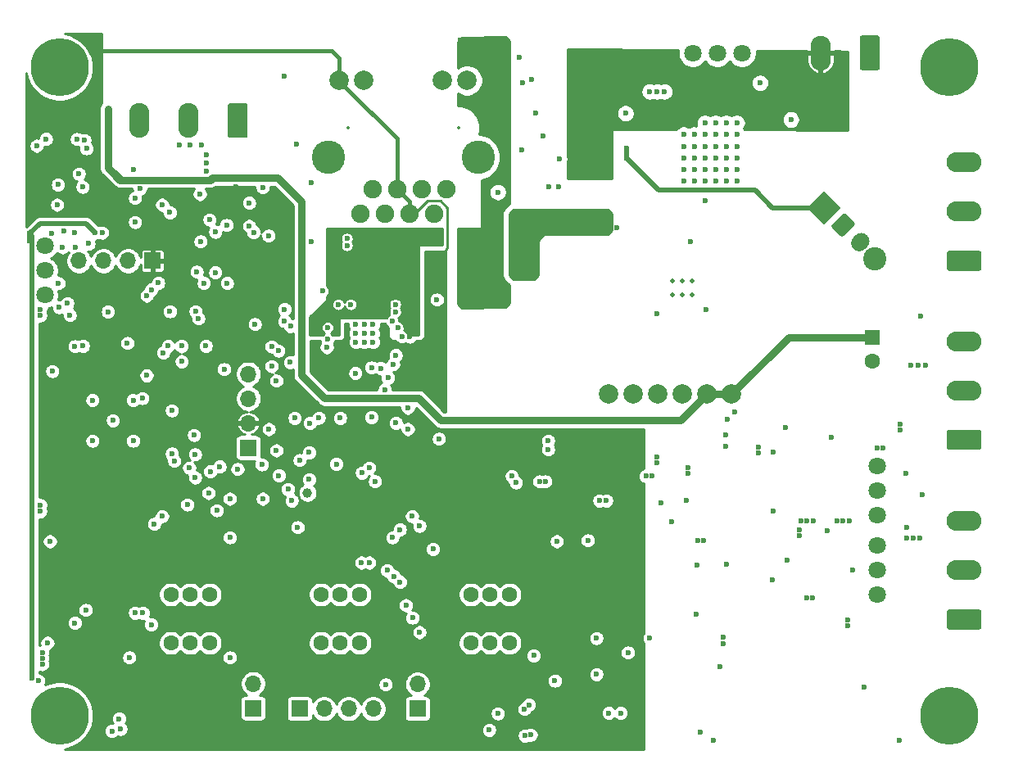
<source format=gbr>
%TF.GenerationSoftware,KiCad,Pcbnew,(5.1.10)-1*%
%TF.CreationDate,2022-12-14T20:36:11+08:00*%
%TF.ProjectId,interface,696e7465-7266-4616-9365-2e6b69636164,rev?*%
%TF.SameCoordinates,Original*%
%TF.FileFunction,Copper,L3,Inr*%
%TF.FilePolarity,Positive*%
%FSLAX46Y46*%
G04 Gerber Fmt 4.6, Leading zero omitted, Abs format (unit mm)*
G04 Created by KiCad (PCBNEW (5.1.10)-1) date 2022-12-14 20:36:11*
%MOMM*%
%LPD*%
G01*
G04 APERTURE LIST*
%TA.AperFunction,ComponentPad*%
%ADD10C,0.500000*%
%TD*%
%TA.AperFunction,ComponentPad*%
%ADD11C,2.400000*%
%TD*%
%TA.AperFunction,ComponentPad*%
%ADD12C,0.350000*%
%TD*%
%TA.AperFunction,ComponentPad*%
%ADD13C,1.800000*%
%TD*%
%TA.AperFunction,ComponentPad*%
%ADD14C,2.000000*%
%TD*%
%TA.AperFunction,ComponentPad*%
%ADD15C,3.450000*%
%TD*%
%TA.AperFunction,ComponentPad*%
%ADD16C,1.900000*%
%TD*%
%TA.AperFunction,ComponentPad*%
%ADD17C,1.600000*%
%TD*%
%TA.AperFunction,ComponentPad*%
%ADD18O,1.700000X1.700000*%
%TD*%
%TA.AperFunction,ComponentPad*%
%ADD19R,1.700000X1.700000*%
%TD*%
%TA.AperFunction,ComponentPad*%
%ADD20O,3.600000X2.080000*%
%TD*%
%TA.AperFunction,ComponentPad*%
%ADD21O,2.080000X3.600000*%
%TD*%
%TA.AperFunction,ComponentPad*%
%ADD22R,1.600000X1.600000*%
%TD*%
%TA.AperFunction,ComponentPad*%
%ADD23C,0.800000*%
%TD*%
%TA.AperFunction,ComponentPad*%
%ADD24C,6.000000*%
%TD*%
%TA.AperFunction,ViaPad*%
%ADD25C,0.600000*%
%TD*%
%TA.AperFunction,ViaPad*%
%ADD26C,1.000000*%
%TD*%
%TA.AperFunction,Conductor*%
%ADD27C,0.508000*%
%TD*%
%TA.AperFunction,Conductor*%
%ADD28C,0.254000*%
%TD*%
%TA.AperFunction,Conductor*%
%ADD29C,0.381000*%
%TD*%
%TA.AperFunction,Conductor*%
%ADD30C,0.762000*%
%TD*%
%TA.AperFunction,Conductor*%
%ADD31C,0.350000*%
%TD*%
%ADD32C,0.300000*%
%ADD33C,0.350000*%
%ADD34C,0.200000*%
G04 APERTURE END LIST*
D10*
%TO.N,GNDPWR*%
%TO.C,U11*%
X69350000Y48900000D03*
X69350000Y47500000D03*
X68350000Y48900000D03*
X68350000Y47500000D03*
X67350000Y48900000D03*
X67350000Y47500000D03*
%TD*%
D11*
%TO.N,GNDPWR*%
%TO.C,C31*%
X88303301Y51196699D03*
%TA.AperFunction,ComponentPad*%
D12*
%TO.N,Net-(C31-Pad1)*%
G36*
X81302944Y56500000D02*
G01*
X83000000Y58197056D01*
X84697056Y56500000D01*
X83000000Y54802944D01*
X81302944Y56500000D01*
G37*
%TD.AperFunction*%
%TD*%
D13*
%TO.N,Net-(JP4-Pad3)*%
%TO.C,JP4*%
X74540000Y72500000D03*
%TO.N,Net-(JP4-Pad1)*%
X72000000Y72500000D03*
X69460000Y72500000D03*
%TD*%
D14*
%TO.N,+12V*%
%TO.C,U1*%
X60750000Y37200000D03*
%TO.N,GNDPWR*%
X63290000Y37200000D03*
%TO.N,GND*%
X68370000Y37200000D03*
%TO.N,+5VISO*%
X73450000Y37200000D03*
%TO.N,+12V*%
X65830000Y37200000D03*
%TO.N,+5VISO*%
X70910000Y37200000D03*
%TD*%
%TO.N,+3V3*%
%TO.C,J6*%
X32875000Y69650000D03*
%TO.N,Net-(J6-Pad11)*%
X35415000Y69650000D03*
%TO.N,GND*%
X43585000Y69650000D03*
%TO.N,Net-(J6-Pad9)*%
X46125000Y69650000D03*
D15*
%TO.N,N/C*%
X31755000Y61700000D03*
X47245000Y61700000D03*
D16*
X36330000Y58400000D03*
%TO.N,+3V3*%
X38870000Y58400000D03*
%TO.N,/RXP*%
X41410000Y58400000D03*
%TO.N,/TXP*%
X43950000Y58400000D03*
%TO.N,GNDPWR*%
X35060000Y55860000D03*
%TO.N,/RXN*%
X37600000Y55860000D03*
%TO.N,/TXN*%
X42680000Y55860000D03*
%TO.N,+3V3*%
X40140000Y55860000D03*
%TD*%
D17*
%TO.N,N/C*%
%TO.C,SW2*%
X15500000Y16500000D03*
X17500000Y16500000D03*
X19500000Y16500000D03*
%TO.N,/SW_CW*%
X15500000Y11500000D03*
%TO.N,GND*%
X17500000Y11500000D03*
%TO.N,N/C*%
X19500000Y11500000D03*
%TD*%
D18*
%TO.N,/SPWM6_TMS*%
%TO.C,J3*%
X36420000Y4700000D03*
%TO.N,/SPWM5_TCK*%
X33880000Y4700000D03*
%TO.N,/TDO*%
X31340000Y4700000D03*
D19*
%TO.N,/SPWM4_TDI*%
X28800000Y4700000D03*
%TD*%
%TO.N,GNDPWR*%
%TO.C,C4*%
%TA.AperFunction,ComponentPad*%
G36*
G01*
X86060660Y53427208D02*
X86272792Y53639340D01*
G75*
G02*
X87474874Y53639340I601041J-601041D01*
G01*
X87474874Y53639340D01*
G75*
G02*
X87474874Y52437258I-601041J-601041D01*
G01*
X87262742Y52225126D01*
G75*
G02*
X86060660Y52225126I-601041J601041D01*
G01*
X86060660Y52225126D01*
G75*
G02*
X86060660Y53427208I601041J601041D01*
G01*
G37*
%TD.AperFunction*%
%TO.N,Net-(C31-Pad1)*%
%TA.AperFunction,ComponentPad*%
G36*
G01*
X83868629Y54770711D02*
X84929289Y55831371D01*
G75*
G02*
X85282843Y55831371I176777J-176777D01*
G01*
X86131371Y54982843D01*
G75*
G02*
X86131371Y54629289I-176777J-176777D01*
G01*
X85070711Y53568629D01*
G75*
G02*
X84717157Y53568629I-176777J176777D01*
G01*
X83868629Y54417157D01*
G75*
G02*
X83868629Y54770711I176777J176777D01*
G01*
G37*
%TD.AperFunction*%
%TD*%
D18*
%TO.N,/LEDBX*%
%TO.C,D12*%
X41000000Y7250000D03*
D19*
%TO.N,Net-(D12-Pad1)*%
X41000000Y4710000D03*
%TD*%
D18*
%TO.N,/LEDAX*%
%TO.C,D11*%
X24000000Y7290000D03*
D19*
%TO.N,Net-(D11-Pad1)*%
X24000000Y4750000D03*
%TD*%
D18*
%TO.N,GND*%
%TO.C,J8*%
X5980000Y51000000D03*
%TO.N,/PROG_TXD*%
X8520000Y51000000D03*
%TO.N,/PROG_RXD*%
X11060000Y51000000D03*
D19*
%TO.N,+3V3*%
X13600000Y51000000D03*
%TD*%
D17*
%TO.N,N/C*%
%TO.C,SW4*%
X46500000Y16500000D03*
X48500000Y16500000D03*
X50500000Y16500000D03*
%TO.N,/SW_SET*%
X46500000Y11500000D03*
%TO.N,GND*%
X48500000Y11500000D03*
%TO.N,N/C*%
X50500000Y11500000D03*
%TD*%
%TO.N,N/C*%
%TO.C,SW3*%
X31000000Y16500000D03*
X33000000Y16500000D03*
X35000000Y16500000D03*
%TO.N,/SW_CCW*%
X31000000Y11500000D03*
%TO.N,GND*%
X33000000Y11500000D03*
%TO.N,N/C*%
X35000000Y11500000D03*
%TD*%
D20*
%TO.N,Net-(J9-Pad3)*%
%TO.C,J9*%
X97500000Y42660000D03*
%TO.N,Net-(C28-Pad1)*%
X97500000Y37580000D03*
%TO.N,Net-(J9-Pad1)*%
%TA.AperFunction,ComponentPad*%
G36*
G01*
X99050003Y31460000D02*
X95949997Y31460000D01*
G75*
G02*
X95700000Y31709997I0J249997D01*
G01*
X95700000Y33290003D01*
G75*
G02*
X95949997Y33540000I249997J0D01*
G01*
X99050003Y33540000D01*
G75*
G02*
X99300000Y33290003I0J-249997D01*
G01*
X99300000Y31709997D01*
G75*
G02*
X99050003Y31460000I-249997J0D01*
G01*
G37*
%TD.AperFunction*%
%TD*%
D21*
%TO.N,/RS485/A485*%
%TO.C,J12*%
X12250000Y65500000D03*
%TO.N,GNDPWR*%
X17330000Y65500000D03*
%TO.N,/RS485/B485*%
%TA.AperFunction,ComponentPad*%
G36*
G01*
X23450000Y67050003D02*
X23450000Y63949997D01*
G75*
G02*
X23200003Y63700000I-249997J0D01*
G01*
X21619997Y63700000D01*
G75*
G02*
X21370000Y63949997I0J249997D01*
G01*
X21370000Y67050003D01*
G75*
G02*
X21619997Y67300000I249997J0D01*
G01*
X23200003Y67300000D01*
G75*
G02*
X23450000Y67050003I0J-249997D01*
G01*
G37*
%TD.AperFunction*%
%TD*%
D20*
%TO.N,Net-(J11-Pad3)*%
%TO.C,J11*%
X97500000Y24080000D03*
%TO.N,Net-(C27-Pad1)*%
X97500000Y19000000D03*
%TO.N,Net-(J11-Pad1)*%
%TA.AperFunction,ComponentPad*%
G36*
G01*
X99050003Y12880000D02*
X95949997Y12880000D01*
G75*
G02*
X95700000Y13129997I0J249997D01*
G01*
X95700000Y14710003D01*
G75*
G02*
X95949997Y14960000I249997J0D01*
G01*
X99050003Y14960000D01*
G75*
G02*
X99300000Y14710003I0J-249997D01*
G01*
X99300000Y13129997D01*
G75*
G02*
X99050003Y12880000I-249997J0D01*
G01*
G37*
%TD.AperFunction*%
%TD*%
%TO.N,GNDPWR*%
%TO.C,J10*%
X97500000Y61160000D03*
%TO.N,Net-(J10-Pad2)*%
X97500000Y56080000D03*
%TO.N,Net-(J10-Pad1)*%
%TA.AperFunction,ComponentPad*%
G36*
G01*
X99050003Y49960000D02*
X95949997Y49960000D01*
G75*
G02*
X95700000Y50209997I0J249997D01*
G01*
X95700000Y51790003D01*
G75*
G02*
X95949997Y52040000I249997J0D01*
G01*
X99050003Y52040000D01*
G75*
G02*
X99300000Y51790003I0J-249997D01*
G01*
X99300000Y50209997D01*
G75*
G02*
X99050003Y49960000I-249997J0D01*
G01*
G37*
%TD.AperFunction*%
%TD*%
D21*
%TO.N,VAC*%
%TO.C,J1*%
X82670000Y72500000D03*
%TO.N,GNDPWR*%
%TA.AperFunction,ComponentPad*%
G36*
G01*
X88790000Y74050003D02*
X88790000Y70949997D01*
G75*
G02*
X88540003Y70700000I-249997J0D01*
G01*
X86959997Y70700000D01*
G75*
G02*
X86710000Y70949997I0J249997D01*
G01*
X86710000Y74050003D01*
G75*
G02*
X86959997Y74300000I249997J0D01*
G01*
X88540003Y74300000D01*
G75*
G02*
X88790000Y74050003I0J-249997D01*
G01*
G37*
%TD.AperFunction*%
%TD*%
D17*
%TO.N,GND*%
%TO.C,C2*%
X88000000Y40600000D03*
D22*
%TO.N,+5VISO*%
X88000000Y43100000D03*
%TD*%
D23*
%TO.N,Net-(SC4-Pad1)*%
%TO.C,SC4*%
X98056810Y5187500D03*
X98056810Y2812500D03*
X96000000Y1625000D03*
X93943190Y2812500D03*
X93943190Y5187500D03*
X96000000Y6375000D03*
D24*
X96000000Y4000000D03*
%TD*%
D23*
%TO.N,Net-(SC3-Pad1)*%
%TO.C,SC3*%
X6056810Y5187500D03*
X6056810Y2812500D03*
X4000000Y1625000D03*
X1943190Y2812500D03*
X1943190Y5187500D03*
X4000000Y6375000D03*
D24*
X4000000Y4000000D03*
%TD*%
D23*
%TO.N,Net-(SC2-Pad1)*%
%TO.C,SC2*%
X98056810Y72187500D03*
X98056810Y69812500D03*
X96000000Y68625000D03*
X93943190Y69812500D03*
X93943190Y72187500D03*
X96000000Y73375000D03*
D24*
X96000000Y71000000D03*
%TD*%
D23*
%TO.N,Net-(SC1-Pad1)*%
%TO.C,SC1*%
X6056810Y72187500D03*
X6056810Y69812500D03*
X4000000Y68625000D03*
X1943190Y69812500D03*
X1943190Y72187500D03*
X4000000Y73375000D03*
D24*
X4000000Y71000000D03*
%TD*%
D18*
%TO.N,/SDA*%
%TO.C,U6*%
X23500000Y39310000D03*
%TO.N,/SCL*%
X23500000Y36770000D03*
%TO.N,+3V3*%
X23500000Y34230000D03*
D19*
%TO.N,GND*%
X23500000Y31690000D03*
%TD*%
D13*
%TO.N,Net-(J11-Pad1)*%
%TO.C,JP3*%
X88500000Y16500000D03*
%TO.N,Net-(C27-Pad1)*%
X88500000Y19040000D03*
%TO.N,Net-(JP3-Pad1)*%
X88500000Y21580000D03*
%TD*%
%TO.N,Net-(J9-Pad1)*%
%TO.C,JP2*%
X88500000Y24670000D03*
%TO.N,Net-(C28-Pad1)*%
X88500000Y27210000D03*
%TO.N,Net-(JP2-Pad1)*%
X88500000Y29750000D03*
%TD*%
%TO.N,GND*%
%TO.C,JP1*%
X2500000Y47460000D03*
%TO.N,/BOOT_PHYRST*%
X2500000Y50000000D03*
%TO.N,Net-(JP1-Pad1)*%
X2500000Y52540000D03*
%TD*%
D25*
%TO.N,GNDPWR*%
X52750000Y69750000D03*
X30000000Y59100000D03*
X80500000Y22600000D03*
X80500000Y23200000D03*
X81200000Y16150000D03*
X81800000Y16150000D03*
X81250000Y24150000D03*
X81900000Y24150000D03*
X80650000Y24150000D03*
X85000000Y24150000D03*
X84350000Y24150000D03*
X85650000Y24150000D03*
X83350000Y23100000D03*
X91600000Y23450000D03*
X92250010Y22350000D03*
X92950000Y22350000D03*
X91550000Y22350000D03*
X77750000Y25100000D03*
X77750000Y31200000D03*
X72950000Y19600000D03*
X69950000Y22100000D03*
X70550000Y22100000D03*
X91450000Y29050000D03*
X92750000Y40200000D03*
X93550000Y40200000D03*
X92000000Y40200000D03*
X93000000Y45300000D03*
X18500000Y57900000D03*
X19150000Y60250000D03*
X19150000Y61100000D03*
X19150000Y61950000D03*
X16350000Y62950000D03*
X17500000Y62950000D03*
X18700000Y62950000D03*
X54500000Y31500000D03*
X27200000Y70100000D03*
X65750000Y68500000D03*
X65000000Y68500000D03*
X66500000Y68500000D03*
X1630210Y62896394D03*
X51175000Y28075000D03*
X50750000Y28750000D03*
X85500000Y13300000D03*
X85500000Y13900000D03*
X49300000Y58100002D03*
X54000000Y63900000D03*
X51800000Y62500000D03*
X55587962Y58700000D03*
X55650000Y61550000D03*
X24044044Y53930691D03*
X76400000Y69400000D03*
X79600000Y65600000D03*
X54600000Y58700000D03*
X33700000Y52600000D03*
X33700000Y53300000D03*
X54500000Y32399996D03*
%TO.N,+5VD*%
X19499994Y55250000D03*
X28500000Y63100000D03*
X53600000Y28200000D03*
X54200000Y28200000D03*
X20095000Y49805000D03*
X20095000Y53995000D03*
X25600000Y53600000D03*
X53000000Y10200000D03*
X1100000Y7900000D03*
X900000Y53800000D03*
X900000Y53100000D03*
X1800000Y7600000D03*
X18177671Y49877661D03*
X7684224Y53916788D03*
X8400000Y53916708D03*
%TO.N,+3V3*%
X43000000Y44250000D03*
X35250000Y30500000D03*
X38750000Y30500000D03*
X26100000Y47100000D03*
X43200000Y51400000D03*
X6750000Y67350000D03*
X22250000Y58656290D03*
X31205520Y47868420D03*
X5250000Y23250016D03*
X5250000Y23999996D03*
X47850000Y4250000D03*
X55200000Y11350000D03*
X55950000Y26250000D03*
X55950000Y26850000D03*
X55950000Y25650000D03*
X55300000Y25650000D03*
X55300000Y26250000D03*
X55300000Y26850000D03*
X1630210Y57080863D03*
X11130210Y20100000D03*
X11130210Y19500000D03*
X11100000Y20700002D03*
X39000000Y38500000D03*
X33400000Y27000000D03*
X24000000Y16000009D03*
X32400000Y9800000D03*
X16800000Y9600000D03*
X48000000Y7400000D03*
%TO.N,VAC*%
X60900000Y62500000D03*
X60900000Y60000000D03*
X60900000Y65400000D03*
X56688998Y65100000D03*
X59050000Y61831002D03*
%TO.N,Net-(J9-Pad1)*%
X88500000Y31650000D03*
X89100000Y31650000D03*
%TO.N,/SCL*%
X36000000Y29600000D03*
X32600000Y30000000D03*
X12537979Y36797182D03*
X24899165Y29940619D03*
%TO.N,Net-(R22-Pad1)*%
X37188128Y39897218D03*
X38478920Y40301304D03*
%TO.N,/SDA*%
X35244130Y29079883D03*
X22390380Y29467135D03*
X12995190Y39151476D03*
%TO.N,Net-(R28-Pad1)*%
X87200000Y6900000D03*
X70200000Y2300000D03*
%TO.N,+12V*%
X76250000Y31750000D03*
X76250000Y31150000D03*
X90900000Y33499998D03*
X90900000Y34100000D03*
X71600000Y1400000D03*
X90800000Y1400000D03*
X72850000Y32976680D03*
X72850000Y31850000D03*
X53000000Y51000000D03*
X61600000Y54400000D03*
X57000000Y54400000D03*
X53000000Y50200000D03*
%TO.N,GND*%
X36400000Y44400000D03*
X35500000Y44400000D03*
X34600000Y44400000D03*
X34600000Y43500000D03*
X36400000Y43500000D03*
X35500000Y42600000D03*
X36400000Y42600000D03*
X34600000Y42600000D03*
X35500000Y43482368D03*
X11600000Y36600000D03*
X11600000Y32400000D03*
X7400000Y32400000D03*
X7400000Y36600000D03*
X9500000Y34500000D03*
X65750000Y30750000D03*
X65750000Y30100000D03*
X64600000Y28750000D03*
X65250000Y28750000D03*
X3000000Y22000000D03*
X27869925Y44239273D03*
X2000000Y25750000D03*
X2000000Y25100000D03*
X2000000Y45350000D03*
X2000000Y46000000D03*
X60750000Y4250000D03*
X62000000Y4250000D03*
X62750000Y10500000D03*
X69000000Y29000000D03*
X69000000Y29600000D03*
X28300000Y34750000D03*
X40000000Y35800000D03*
X2200000Y9900000D03*
X2200000Y10500000D03*
X2200000Y9300000D03*
X32800000Y46500000D03*
X34100000Y46500000D03*
X38700000Y46500000D03*
X38700000Y45700000D03*
X11799992Y57500000D03*
X72600000Y12100000D03*
X72600000Y11400000D03*
X55200000Y7600000D03*
X19100000Y42200000D03*
X6700000Y14900000D03*
X16600000Y42200000D03*
X16630210Y40600000D03*
X37700000Y7200000D03*
X58600000Y22100000D03*
X55400000Y22000000D03*
X48400000Y2500000D03*
X49300000Y4200000D03*
D26*
X29630210Y27000000D03*
D25*
X30784914Y34768639D03*
X19564456Y29230210D03*
X11800000Y14604810D03*
X12600000Y14604810D03*
X20537979Y29738843D03*
X4456064Y54070384D03*
X35200000Y19800000D03*
X36000000Y19800000D03*
X42600000Y21200000D03*
X36600000Y28200000D03*
X25916031Y42136092D03*
X43000000Y47000000D03*
X45600000Y49800000D03*
X45600000Y48200000D03*
X45600000Y46600000D03*
X47600000Y46600000D03*
X47600000Y48200000D03*
X47600000Y49800000D03*
X45400000Y73800000D03*
X46800000Y73800000D03*
X48000000Y73800000D03*
X48000000Y72400000D03*
X46800000Y72400000D03*
X48000000Y70600000D03*
X48000000Y68800000D03*
X48000000Y67000000D03*
X46800000Y67000000D03*
X48000000Y65000000D03*
X73003329Y34596671D03*
X73803329Y35396671D03*
X59800000Y26200000D03*
X60500000Y26200000D03*
%TO.N,Net-(C25-Pad1)*%
X79000000Y33750000D03*
X83750000Y32731009D03*
%TO.N,Net-(C27-Pad1)*%
X86000000Y19000000D03*
%TO.N,Net-(C28-Pad1)*%
X93200000Y26800000D03*
%TO.N,/+24V*%
X70700000Y65250000D03*
X71800000Y65250000D03*
X72900000Y65250000D03*
X74000000Y65250000D03*
X68500000Y64050000D03*
X69600000Y64050000D03*
X70700000Y64050000D03*
X71800000Y64050000D03*
X72900000Y64050000D03*
X74000000Y64050000D03*
X68500000Y62850000D03*
X69600000Y62850000D03*
X70700000Y62850000D03*
X71800000Y62850000D03*
X72900000Y62850000D03*
X74000000Y62850000D03*
X68500000Y61650000D03*
X69600000Y61650000D03*
X70700000Y61650000D03*
X71800000Y61650000D03*
X72900000Y61650000D03*
X74000000Y61650000D03*
X68500000Y60450000D03*
X69600000Y60450000D03*
X70700000Y60450000D03*
X71800000Y60450000D03*
X72900000Y60450000D03*
X74000000Y60450000D03*
X68500000Y59250000D03*
X69600000Y59250000D03*
X70700000Y59250000D03*
X71800000Y59250000D03*
X72900000Y59250000D03*
X74000000Y59250000D03*
%TO.N,Net-(D8-Pad2)*%
X25000000Y58600000D03*
X11600000Y60400000D03*
X23600000Y54600000D03*
X23600000Y57000000D03*
X2600000Y63600000D03*
X5771372Y63582384D03*
X5983204Y60004810D03*
%TO.N,Net-(J5-Pad10)*%
X11200000Y10000000D03*
%TO.N,/RELOUT6*%
X41195199Y12604801D03*
%TO.N,Net-(J5-Pad7)*%
X2750000Y11500000D03*
%TO.N,/RELOUT4*%
X39795199Y15395199D03*
%TO.N,/RELOUT5*%
X40475002Y14115464D03*
%TO.N,/RELOUT2*%
X38525000Y18400000D03*
%TO.N,/RELOUT3*%
X39190389Y17800006D03*
%TO.N,/RELOUT1*%
X37855210Y18999996D03*
%TO.N,/ISense1*%
X6567626Y63476892D03*
X5570728Y42173941D03*
X3939414Y46191991D03*
X6368459Y58641265D03*
X3837341Y58877990D03*
%TO.N,/EMAC_CLK_OUT_180*%
X14695000Y41505000D03*
X27835647Y40504810D03*
%TO.N,/485TXD*%
X30050000Y53000000D03*
X7004810Y52781525D03*
%TO.N,/485RXD*%
X11800000Y55000000D03*
X21250000Y54700000D03*
%TO.N,/EMAC_RXD0*%
X33000000Y34750000D03*
X36238881Y34836619D03*
%TO.N,/EMAC_RX_DRV*%
X38750000Y34250000D03*
X29862991Y34230210D03*
%TO.N,/MDIO*%
X15604810Y35525469D03*
X37624585Y37684210D03*
X37932610Y38919112D03*
%TO.N,Net-(R32-Pad1)*%
X34578055Y39394466D03*
X36235583Y39976471D03*
%TO.N,/POT1*%
X9400000Y2400000D03*
X52100000Y1900000D03*
X52700000Y2000000D03*
%TO.N,Net-(R36-Pad2)*%
X27250000Y46000000D03*
X27250000Y44750000D03*
%TO.N,Net-(R38-Pad2)*%
X31715368Y44095814D03*
X24177581Y44450000D03*
%TO.N,/POT2*%
X10300000Y2600000D03*
X52500000Y5100000D03*
X52050000Y4650000D03*
X10157211Y3657227D03*
%TO.N,Net-(R45-Pad1)*%
X59500000Y12000000D03*
X65000000Y12000000D03*
%TO.N,Net-(R50-Pad1)*%
X69900000Y19550000D03*
X79235000Y20069000D03*
%TO.N,Net-(R59-Pad1)*%
X5511388Y53917778D03*
X21300000Y48700000D03*
X18900000Y48700002D03*
X18569790Y53000000D03*
%TO.N,/MDC*%
X38750000Y41250000D03*
X3250000Y39600000D03*
%TO.N,/EMAC_TXD1*%
X31702360Y42886203D03*
X38400000Y44799998D03*
X9002666Y45747334D03*
X5043489Y45395200D03*
%TO.N,/EMAC_TX_EN*%
X39397668Y43178113D03*
X26620776Y41720468D03*
%TO.N,/EMAC_TXD0*%
X31619358Y42064243D03*
X38968601Y44089443D03*
%TO.N,Net-(U14-Pad7)*%
X69800000Y14450000D03*
X77700000Y18000000D03*
%TO.N,/PHY_VDDA*%
X40250000Y46000000D03*
X39499986Y45250000D03*
X31249776Y44750316D03*
X40200713Y43161759D03*
X39739045Y44316526D03*
%TO.N,Net-(C41-Pad2)*%
X59500000Y8250000D03*
X72293710Y9007598D03*
%TO.N,+5VISO*%
X65800000Y34500000D03*
X9000000Y66100000D03*
X9000000Y66700000D03*
X66900000Y34500000D03*
%TO.N,Net-(C13-Pad2)*%
X69250000Y53000000D03*
X65750000Y45500000D03*
%TO.N,/SPWM6_TMS*%
X15400000Y56000000D03*
X11000000Y42496798D03*
X13000000Y47398399D03*
X28000000Y26200000D03*
X17200000Y25800000D03*
%TO.N,/SPWM5_TCK*%
X14600000Y56800000D03*
X15200000Y42200000D03*
X18000000Y31000000D03*
X15604810Y31084206D03*
X14193934Y48716962D03*
X27600000Y27400000D03*
X18000000Y28600000D03*
%TO.N,/TDO*%
X21000000Y39800000D03*
X26400000Y38600000D03*
X26400000Y31400000D03*
X29800000Y31200000D03*
X29800000Y28400000D03*
X26663296Y28804810D03*
%TO.N,/SPWM4_TDI*%
X19400000Y27000000D03*
X3200000Y53800000D03*
X3738212Y56800003D03*
X18051866Y45782368D03*
X21600000Y26404810D03*
X25000000Y26404810D03*
%TO.N,/ISense2*%
X6778138Y62615182D03*
X4309611Y52400000D03*
X6400000Y42200000D03*
X3879589Y48693658D03*
X5590430Y52354238D03*
%TO.N,/BOOT_PHYRST*%
X43200000Y32600000D03*
X17890621Y32986496D03*
X18352904Y45037704D03*
%TO.N,/LMTX2*%
X66200000Y26000000D03*
X68800000Y26200000D03*
X40429810Y24598729D03*
%TO.N,/SW_CCW*%
X39175000Y23225000D03*
X28604810Y23459987D03*
%TO.N,/SW_CW*%
X21600000Y22400000D03*
X21600000Y10000000D03*
X38399998Y22400000D03*
%TO.N,/SPWM2*%
X14600000Y24600000D03*
X17395190Y29599996D03*
%TO.N,/SPWM1*%
X13769790Y23801999D03*
X13465039Y13395190D03*
X5572334Y13572334D03*
X20246799Y25195190D03*
%TO.N,Net-(R64-Pad1)*%
X70750000Y57250000D03*
X70800000Y46000000D03*
%TO.N,/SPWM3*%
X13496691Y48031668D03*
X15403490Y45782368D03*
X12313244Y58481589D03*
%TO.N,/INTX*%
X28800000Y30400000D03*
X15856912Y30321583D03*
%TO.N,/LMTX1*%
X67250000Y24000000D03*
X41200000Y23600000D03*
%TO.N,/485RW*%
X40000000Y33600000D03*
X25630210Y33600004D03*
X4800000Y46604810D03*
X25916422Y40113659D03*
%TO.N,Net-(C31-Pad1)*%
X51500000Y72000000D03*
X51827770Y69433044D03*
X62500000Y66250000D03*
X53250000Y66250000D03*
X62600000Y62600000D03*
X62600000Y61600000D03*
%TD*%
D27*
%TO.N,+5VD*%
X900000Y53800000D02*
X900000Y53100000D01*
X1100000Y53600000D02*
X900000Y53800000D01*
X1100000Y7900000D02*
X1100000Y53600000D01*
X1957277Y54857277D02*
X6743735Y54857277D01*
X900000Y53800000D02*
X1957277Y54857277D01*
X6743735Y54857277D02*
X7684224Y53916788D01*
D28*
%TO.N,+3V3*%
X44100000Y52300000D02*
X43200000Y51400000D01*
X44100000Y56467349D02*
X44100000Y52300000D01*
X43367349Y57200000D02*
X44100000Y56467349D01*
X42000000Y57200000D02*
X43367349Y57200000D01*
X40660000Y55860000D02*
X42000000Y57200000D01*
X40140000Y55860000D02*
X40660000Y55860000D01*
D29*
X38870000Y58400000D02*
X38870000Y63655000D01*
X40140000Y57130000D02*
X38870000Y58400000D01*
X40140000Y55860000D02*
X40140000Y57130000D01*
X32875000Y71925000D02*
X32100000Y72700000D01*
X32100000Y72700000D02*
X8100000Y72700000D01*
D27*
X32875000Y69625000D02*
X33600000Y68900000D01*
X32875000Y69650000D02*
X32875000Y69625000D01*
D29*
X38870000Y63655000D02*
X33600000Y68900000D01*
D27*
X32875000Y69650000D02*
X32875000Y70575000D01*
D29*
X32875000Y70575000D02*
X32875000Y71925000D01*
%TO.N,+5VISO*%
X43400000Y34500000D02*
X65800000Y34500000D01*
D30*
X66900000Y34500000D02*
X68210000Y34500000D01*
X68210000Y34500000D02*
X65800000Y34500000D01*
X70910000Y37200000D02*
X68210000Y34500000D01*
D29*
X9000000Y66700000D02*
X9000000Y60900000D01*
X9000000Y60900000D02*
X10343701Y59556299D01*
D30*
X43400000Y34500000D02*
X41100000Y36800000D01*
X66900000Y34500000D02*
X43400000Y34500000D01*
X31400000Y36800000D02*
X29000000Y39200000D01*
X41100000Y36800000D02*
X31400000Y36800000D01*
X29000000Y57112598D02*
X26556299Y59556299D01*
X29000000Y39200000D02*
X29000000Y57112598D01*
X19574417Y59365799D02*
X10534201Y59365799D01*
X19764917Y59556299D02*
X19574417Y59365799D01*
X26556299Y59556299D02*
X19764917Y59556299D01*
X10534201Y59365799D02*
X10234201Y59365799D01*
X9000000Y60600000D02*
X9000000Y66700000D01*
X10234201Y59365799D02*
X9000000Y60600000D01*
X73450000Y37200000D02*
X79350000Y43100000D01*
X79350000Y43100000D02*
X88000000Y43100000D01*
X70910000Y37200000D02*
X73450000Y37200000D01*
D27*
%TO.N,Net-(C31-Pad1)*%
X75885001Y58314999D02*
X65885001Y58314999D01*
X77700000Y56500000D02*
X75885001Y58314999D01*
X65885001Y58314999D02*
X62600000Y61600000D01*
X62600000Y61600000D02*
X62600000Y62600000D01*
X83000000Y56500000D02*
X77700000Y56500000D01*
%TD*%
D28*
%TO.N,/PHY_VDDA*%
X43592001Y52627000D02*
X41250000Y52627000D01*
X41225224Y52624560D01*
X41201399Y52617333D01*
X41179443Y52605597D01*
X41160197Y52589803D01*
X41144403Y52570557D01*
X41132667Y52548601D01*
X41125440Y52524776D01*
X41123000Y52500000D01*
X41123000Y43377000D01*
X40052395Y43377000D01*
X40001162Y43500687D01*
X39926635Y43612225D01*
X39831780Y43707080D01*
X39720242Y43781607D01*
X39599001Y43831826D01*
X39623430Y43890803D01*
X39649601Y44022370D01*
X39649601Y44156516D01*
X39623430Y44288083D01*
X39572095Y44412017D01*
X39497568Y44523555D01*
X39402713Y44618410D01*
X39291175Y44692937D01*
X39167241Y44744272D01*
X39081000Y44761427D01*
X39081000Y44867071D01*
X39054829Y44998638D01*
X39015504Y45093577D01*
X39022574Y45096506D01*
X39134112Y45171033D01*
X39228967Y45265888D01*
X39303494Y45377426D01*
X39354829Y45501360D01*
X39381000Y45632927D01*
X39381000Y45767073D01*
X39354829Y45898640D01*
X39303494Y46022574D01*
X39251760Y46100000D01*
X39303494Y46177426D01*
X39354829Y46301360D01*
X39381000Y46432927D01*
X39381000Y46567073D01*
X39354829Y46698640D01*
X39303494Y46822574D01*
X39228967Y46934112D01*
X39134112Y47028967D01*
X39022574Y47103494D01*
X38898640Y47154829D01*
X38767073Y47181000D01*
X38632927Y47181000D01*
X38501360Y47154829D01*
X38377426Y47103494D01*
X38265888Y47028967D01*
X38171033Y46934112D01*
X38096506Y46822574D01*
X38045171Y46698640D01*
X38019000Y46567073D01*
X38019000Y46432927D01*
X38045171Y46301360D01*
X38096506Y46177426D01*
X38148240Y46100000D01*
X38096506Y46022574D01*
X38045171Y45898640D01*
X38019000Y45767073D01*
X38019000Y45632927D01*
X38045171Y45501360D01*
X38084496Y45406421D01*
X38077426Y45403492D01*
X37965888Y45328965D01*
X37871033Y45234110D01*
X37799465Y45127000D01*
X33009659Y45127000D01*
X32984883Y45124560D01*
X32961058Y45117333D01*
X32939102Y45105597D01*
X32919856Y45089803D01*
X32904062Y45070557D01*
X32892326Y45048601D01*
X32885099Y45024776D01*
X32882661Y45000701D01*
X32873699Y43377000D01*
X32174642Y43377000D01*
X32136472Y43415170D01*
X32027489Y43487990D01*
X32037942Y43492320D01*
X32149480Y43566847D01*
X32244335Y43661702D01*
X32318862Y43773240D01*
X32370197Y43897174D01*
X32396368Y44028741D01*
X32396368Y44162887D01*
X32370197Y44294454D01*
X32318862Y44418388D01*
X32244335Y44529926D01*
X32149480Y44624781D01*
X32037942Y44699308D01*
X31914008Y44750643D01*
X31782441Y44776814D01*
X31648295Y44776814D01*
X31516728Y44750643D01*
X31392794Y44699308D01*
X31281256Y44624781D01*
X31186401Y44529926D01*
X31111874Y44418388D01*
X31060539Y44294454D01*
X31034368Y44162887D01*
X31034368Y44028741D01*
X31060539Y43897174D01*
X31111874Y43773240D01*
X31186401Y43661702D01*
X31281256Y43566847D01*
X31390239Y43494027D01*
X31379786Y43489697D01*
X31268248Y43415170D01*
X31230078Y43377000D01*
X29877000Y43377000D01*
X29877000Y45197394D01*
X31246679Y46567073D01*
X32119000Y46567073D01*
X32119000Y46432927D01*
X32145171Y46301360D01*
X32196506Y46177426D01*
X32271033Y46065888D01*
X32365888Y45971033D01*
X32477426Y45896506D01*
X32601360Y45845171D01*
X32732927Y45819000D01*
X32867073Y45819000D01*
X32998640Y45845171D01*
X33122574Y45896506D01*
X33234112Y45971033D01*
X33328967Y46065888D01*
X33403494Y46177426D01*
X33450000Y46289702D01*
X33496506Y46177426D01*
X33571033Y46065888D01*
X33665888Y45971033D01*
X33777426Y45896506D01*
X33901360Y45845171D01*
X34032927Y45819000D01*
X34167073Y45819000D01*
X34298640Y45845171D01*
X34422574Y45896506D01*
X34534112Y45971033D01*
X34628967Y46065888D01*
X34703494Y46177426D01*
X34754829Y46301360D01*
X34781000Y46432927D01*
X34781000Y46567073D01*
X34754829Y46698640D01*
X34703494Y46822574D01*
X34628967Y46934112D01*
X34534112Y47028967D01*
X34422574Y47103494D01*
X34298640Y47154829D01*
X34167073Y47181000D01*
X34032927Y47181000D01*
X33901360Y47154829D01*
X33777426Y47103494D01*
X33665888Y47028967D01*
X33571033Y46934112D01*
X33496506Y46822574D01*
X33450000Y46710298D01*
X33403494Y46822574D01*
X33328967Y46934112D01*
X33234112Y47028967D01*
X33122574Y47103494D01*
X32998640Y47154829D01*
X32867073Y47181000D01*
X32732927Y47181000D01*
X32601360Y47154829D01*
X32477426Y47103494D01*
X32365888Y47028967D01*
X32271033Y46934112D01*
X32196506Y46822574D01*
X32145171Y46698640D01*
X32119000Y46567073D01*
X31246679Y46567073D01*
X31589803Y46910197D01*
X31605597Y46929443D01*
X31617333Y46951399D01*
X31624560Y46975224D01*
X31627000Y47000000D01*
X31627000Y47331013D01*
X31639632Y47339453D01*
X31734487Y47434308D01*
X31809014Y47545846D01*
X31860349Y47669780D01*
X31886520Y47801347D01*
X31886520Y47935493D01*
X31860349Y48067060D01*
X31809014Y48190994D01*
X31734487Y48302532D01*
X31639632Y48397387D01*
X31627000Y48405827D01*
X31627000Y53367073D01*
X33019000Y53367073D01*
X33019000Y53232927D01*
X33045171Y53101360D01*
X33096506Y52977426D01*
X33114831Y52950000D01*
X33096506Y52922574D01*
X33045171Y52798640D01*
X33019000Y52667073D01*
X33019000Y52532927D01*
X33045171Y52401360D01*
X33096506Y52277426D01*
X33171033Y52165888D01*
X33265888Y52071033D01*
X33377426Y51996506D01*
X33501360Y51945171D01*
X33632927Y51919000D01*
X33767073Y51919000D01*
X33898640Y51945171D01*
X34022574Y51996506D01*
X34134112Y52071033D01*
X34228967Y52165888D01*
X34303494Y52277426D01*
X34354829Y52401360D01*
X34381000Y52532927D01*
X34381000Y52667073D01*
X34354829Y52798640D01*
X34303494Y52922574D01*
X34285169Y52950000D01*
X34303494Y52977426D01*
X34354829Y53101360D01*
X34381000Y53232927D01*
X34381000Y53367073D01*
X34354829Y53498640D01*
X34303494Y53622574D01*
X34228967Y53734112D01*
X34134112Y53828967D01*
X34022574Y53903494D01*
X33898640Y53954829D01*
X33767073Y53981000D01*
X33632927Y53981000D01*
X33501360Y53954829D01*
X33377426Y53903494D01*
X33265888Y53828967D01*
X33171033Y53734112D01*
X33096506Y53622574D01*
X33045171Y53498640D01*
X33019000Y53367073D01*
X31627000Y53367073D01*
X31627000Y54373000D01*
X43592001Y54373000D01*
X43592001Y52627000D01*
%TA.AperFunction,Conductor*%
D31*
G36*
X43592001Y52627000D02*
G01*
X41250000Y52627000D01*
X41225224Y52624560D01*
X41201399Y52617333D01*
X41179443Y52605597D01*
X41160197Y52589803D01*
X41144403Y52570557D01*
X41132667Y52548601D01*
X41125440Y52524776D01*
X41123000Y52500000D01*
X41123000Y43377000D01*
X40052395Y43377000D01*
X40001162Y43500687D01*
X39926635Y43612225D01*
X39831780Y43707080D01*
X39720242Y43781607D01*
X39599001Y43831826D01*
X39623430Y43890803D01*
X39649601Y44022370D01*
X39649601Y44156516D01*
X39623430Y44288083D01*
X39572095Y44412017D01*
X39497568Y44523555D01*
X39402713Y44618410D01*
X39291175Y44692937D01*
X39167241Y44744272D01*
X39081000Y44761427D01*
X39081000Y44867071D01*
X39054829Y44998638D01*
X39015504Y45093577D01*
X39022574Y45096506D01*
X39134112Y45171033D01*
X39228967Y45265888D01*
X39303494Y45377426D01*
X39354829Y45501360D01*
X39381000Y45632927D01*
X39381000Y45767073D01*
X39354829Y45898640D01*
X39303494Y46022574D01*
X39251760Y46100000D01*
X39303494Y46177426D01*
X39354829Y46301360D01*
X39381000Y46432927D01*
X39381000Y46567073D01*
X39354829Y46698640D01*
X39303494Y46822574D01*
X39228967Y46934112D01*
X39134112Y47028967D01*
X39022574Y47103494D01*
X38898640Y47154829D01*
X38767073Y47181000D01*
X38632927Y47181000D01*
X38501360Y47154829D01*
X38377426Y47103494D01*
X38265888Y47028967D01*
X38171033Y46934112D01*
X38096506Y46822574D01*
X38045171Y46698640D01*
X38019000Y46567073D01*
X38019000Y46432927D01*
X38045171Y46301360D01*
X38096506Y46177426D01*
X38148240Y46100000D01*
X38096506Y46022574D01*
X38045171Y45898640D01*
X38019000Y45767073D01*
X38019000Y45632927D01*
X38045171Y45501360D01*
X38084496Y45406421D01*
X38077426Y45403492D01*
X37965888Y45328965D01*
X37871033Y45234110D01*
X37799465Y45127000D01*
X33009659Y45127000D01*
X32984883Y45124560D01*
X32961058Y45117333D01*
X32939102Y45105597D01*
X32919856Y45089803D01*
X32904062Y45070557D01*
X32892326Y45048601D01*
X32885099Y45024776D01*
X32882661Y45000701D01*
X32873699Y43377000D01*
X32174642Y43377000D01*
X32136472Y43415170D01*
X32027489Y43487990D01*
X32037942Y43492320D01*
X32149480Y43566847D01*
X32244335Y43661702D01*
X32318862Y43773240D01*
X32370197Y43897174D01*
X32396368Y44028741D01*
X32396368Y44162887D01*
X32370197Y44294454D01*
X32318862Y44418388D01*
X32244335Y44529926D01*
X32149480Y44624781D01*
X32037942Y44699308D01*
X31914008Y44750643D01*
X31782441Y44776814D01*
X31648295Y44776814D01*
X31516728Y44750643D01*
X31392794Y44699308D01*
X31281256Y44624781D01*
X31186401Y44529926D01*
X31111874Y44418388D01*
X31060539Y44294454D01*
X31034368Y44162887D01*
X31034368Y44028741D01*
X31060539Y43897174D01*
X31111874Y43773240D01*
X31186401Y43661702D01*
X31281256Y43566847D01*
X31390239Y43494027D01*
X31379786Y43489697D01*
X31268248Y43415170D01*
X31230078Y43377000D01*
X29877000Y43377000D01*
X29877000Y45197394D01*
X31246679Y46567073D01*
X32119000Y46567073D01*
X32119000Y46432927D01*
X32145171Y46301360D01*
X32196506Y46177426D01*
X32271033Y46065888D01*
X32365888Y45971033D01*
X32477426Y45896506D01*
X32601360Y45845171D01*
X32732927Y45819000D01*
X32867073Y45819000D01*
X32998640Y45845171D01*
X33122574Y45896506D01*
X33234112Y45971033D01*
X33328967Y46065888D01*
X33403494Y46177426D01*
X33450000Y46289702D01*
X33496506Y46177426D01*
X33571033Y46065888D01*
X33665888Y45971033D01*
X33777426Y45896506D01*
X33901360Y45845171D01*
X34032927Y45819000D01*
X34167073Y45819000D01*
X34298640Y45845171D01*
X34422574Y45896506D01*
X34534112Y45971033D01*
X34628967Y46065888D01*
X34703494Y46177426D01*
X34754829Y46301360D01*
X34781000Y46432927D01*
X34781000Y46567073D01*
X34754829Y46698640D01*
X34703494Y46822574D01*
X34628967Y46934112D01*
X34534112Y47028967D01*
X34422574Y47103494D01*
X34298640Y47154829D01*
X34167073Y47181000D01*
X34032927Y47181000D01*
X33901360Y47154829D01*
X33777426Y47103494D01*
X33665888Y47028967D01*
X33571033Y46934112D01*
X33496506Y46822574D01*
X33450000Y46710298D01*
X33403494Y46822574D01*
X33328967Y46934112D01*
X33234112Y47028967D01*
X33122574Y47103494D01*
X32998640Y47154829D01*
X32867073Y47181000D01*
X32732927Y47181000D01*
X32601360Y47154829D01*
X32477426Y47103494D01*
X32365888Y47028967D01*
X32271033Y46934112D01*
X32196506Y46822574D01*
X32145171Y46698640D01*
X32119000Y46567073D01*
X31246679Y46567073D01*
X31589803Y46910197D01*
X31605597Y46929443D01*
X31617333Y46951399D01*
X31624560Y46975224D01*
X31627000Y47000000D01*
X31627000Y47331013D01*
X31639632Y47339453D01*
X31734487Y47434308D01*
X31809014Y47545846D01*
X31860349Y47669780D01*
X31886520Y47801347D01*
X31886520Y47935493D01*
X31860349Y48067060D01*
X31809014Y48190994D01*
X31734487Y48302532D01*
X31639632Y48397387D01*
X31627000Y48405827D01*
X31627000Y53367073D01*
X33019000Y53367073D01*
X33019000Y53232927D01*
X33045171Y53101360D01*
X33096506Y52977426D01*
X33114831Y52950000D01*
X33096506Y52922574D01*
X33045171Y52798640D01*
X33019000Y52667073D01*
X33019000Y52532927D01*
X33045171Y52401360D01*
X33096506Y52277426D01*
X33171033Y52165888D01*
X33265888Y52071033D01*
X33377426Y51996506D01*
X33501360Y51945171D01*
X33632927Y51919000D01*
X33767073Y51919000D01*
X33898640Y51945171D01*
X34022574Y51996506D01*
X34134112Y52071033D01*
X34228967Y52165888D01*
X34303494Y52277426D01*
X34354829Y52401360D01*
X34381000Y52532927D01*
X34381000Y52667073D01*
X34354829Y52798640D01*
X34303494Y52922574D01*
X34285169Y52950000D01*
X34303494Y52977426D01*
X34354829Y53101360D01*
X34381000Y53232927D01*
X34381000Y53367073D01*
X34354829Y53498640D01*
X34303494Y53622574D01*
X34228967Y53734112D01*
X34134112Y53828967D01*
X34022574Y53903494D01*
X33898640Y53954829D01*
X33767073Y53981000D01*
X33632927Y53981000D01*
X33501360Y53954829D01*
X33377426Y53903494D01*
X33265888Y53828967D01*
X33171033Y53734112D01*
X33096506Y53622574D01*
X33045171Y53498640D01*
X33019000Y53367073D01*
X31627000Y53367073D01*
X31627000Y54373000D01*
X43592001Y54373000D01*
X43592001Y52627000D01*
G37*
%TD.AperFunction*%
%TD*%
D28*
%TO.N,+3V3*%
X8373000Y67335482D02*
X8368342Y67331659D01*
X8257248Y67196291D01*
X8174698Y67041851D01*
X8123865Y66874274D01*
X8111001Y66743667D01*
X8111000Y60643660D01*
X8106700Y60600000D01*
X8111000Y60556340D01*
X8111000Y60556334D01*
X8121513Y60449599D01*
X8123864Y60425726D01*
X8135447Y60387542D01*
X8174697Y60258150D01*
X8257247Y60103710D01*
X8368341Y59968341D01*
X8402264Y59940501D01*
X9574706Y58768058D01*
X9602542Y58734140D01*
X9737910Y58623046D01*
X9892350Y58540496D01*
X9986959Y58511797D01*
X10059926Y58489663D01*
X10076526Y58488028D01*
X10190534Y58476799D01*
X10190541Y58476799D01*
X10234201Y58472499D01*
X10277861Y58476799D01*
X11505244Y58476799D01*
X11505244Y58402008D01*
X11532722Y58263866D01*
X11417260Y58216041D01*
X11284922Y58127615D01*
X11172377Y58015070D01*
X11083951Y57882732D01*
X11023043Y57735685D01*
X10991992Y57579581D01*
X10991992Y57420419D01*
X11023043Y57264315D01*
X11083951Y57117268D01*
X11172377Y56984930D01*
X11284922Y56872385D01*
X11417260Y56783959D01*
X11564307Y56723051D01*
X11720411Y56692000D01*
X11879573Y56692000D01*
X12035677Y56723051D01*
X12182724Y56783959D01*
X12315062Y56872385D01*
X12322258Y56879581D01*
X13792000Y56879581D01*
X13792000Y56720419D01*
X13823051Y56564315D01*
X13883959Y56417268D01*
X13972385Y56284930D01*
X14084930Y56172385D01*
X14217268Y56083959D01*
X14364315Y56023051D01*
X14520419Y55992000D01*
X14592000Y55992000D01*
X14592000Y55920419D01*
X14623051Y55764315D01*
X14683959Y55617268D01*
X14772385Y55484930D01*
X14884930Y55372385D01*
X15017268Y55283959D01*
X15164315Y55223051D01*
X15320419Y55192000D01*
X15479581Y55192000D01*
X15635685Y55223051D01*
X15782732Y55283959D01*
X15851009Y55329581D01*
X18691994Y55329581D01*
X18691994Y55170419D01*
X18723045Y55014315D01*
X18783953Y54867268D01*
X18872379Y54734930D01*
X18984924Y54622385D01*
X19117262Y54533959D01*
X19264309Y54473051D01*
X19420413Y54442000D01*
X19421902Y54442000D01*
X19378959Y54377732D01*
X19318051Y54230685D01*
X19287000Y54074581D01*
X19287000Y53915419D01*
X19318051Y53759315D01*
X19378959Y53612268D01*
X19467385Y53479930D01*
X19579930Y53367385D01*
X19712268Y53278959D01*
X19859315Y53218051D01*
X20015419Y53187000D01*
X20174581Y53187000D01*
X20330685Y53218051D01*
X20477732Y53278959D01*
X20610070Y53367385D01*
X20722615Y53479930D01*
X20811041Y53612268D01*
X20871949Y53759315D01*
X20903000Y53915419D01*
X20903000Y53969159D01*
X21014315Y53923051D01*
X21170419Y53892000D01*
X21329581Y53892000D01*
X21485685Y53923051D01*
X21632732Y53983959D01*
X21765070Y54072385D01*
X21877615Y54184930D01*
X21966041Y54317268D01*
X22026949Y54464315D01*
X22058000Y54620419D01*
X22058000Y54679581D01*
X22792000Y54679581D01*
X22792000Y54520419D01*
X22823051Y54364315D01*
X22883959Y54217268D01*
X22972385Y54084930D01*
X23084930Y53972385D01*
X23217268Y53883959D01*
X23236044Y53876182D01*
X23236044Y53851110D01*
X23267095Y53695006D01*
X23328003Y53547959D01*
X23416429Y53415621D01*
X23528974Y53303076D01*
X23661312Y53214650D01*
X23808359Y53153742D01*
X23964463Y53122691D01*
X24123625Y53122691D01*
X24279729Y53153742D01*
X24426776Y53214650D01*
X24559114Y53303076D01*
X24671659Y53415621D01*
X24760085Y53547959D01*
X24792000Y53625010D01*
X24792000Y53520419D01*
X24823051Y53364315D01*
X24883959Y53217268D01*
X24972385Y53084930D01*
X25084930Y52972385D01*
X25217268Y52883959D01*
X25364315Y52823051D01*
X25520419Y52792000D01*
X25679581Y52792000D01*
X25835685Y52823051D01*
X25982732Y52883959D01*
X26115070Y52972385D01*
X26227615Y53084930D01*
X26316041Y53217268D01*
X26376949Y53364315D01*
X26408000Y53520419D01*
X26408000Y53679581D01*
X26376949Y53835685D01*
X26316041Y53982732D01*
X26227615Y54115070D01*
X26115070Y54227615D01*
X25982732Y54316041D01*
X25835685Y54376949D01*
X25679581Y54408000D01*
X25520419Y54408000D01*
X25364315Y54376949D01*
X25217268Y54316041D01*
X25084930Y54227615D01*
X24972385Y54115070D01*
X24883959Y53982732D01*
X24852044Y53905681D01*
X24852044Y54010272D01*
X24820993Y54166376D01*
X24760085Y54313423D01*
X24671659Y54445761D01*
X24559114Y54558306D01*
X24426776Y54646732D01*
X24408000Y54654509D01*
X24408000Y54679581D01*
X24376949Y54835685D01*
X24316041Y54982732D01*
X24227615Y55115070D01*
X24115070Y55227615D01*
X23982732Y55316041D01*
X23835685Y55376949D01*
X23679581Y55408000D01*
X23520419Y55408000D01*
X23364315Y55376949D01*
X23217268Y55316041D01*
X23084930Y55227615D01*
X22972385Y55115070D01*
X22883959Y54982732D01*
X22823051Y54835685D01*
X22792000Y54679581D01*
X22058000Y54679581D01*
X22058000Y54779581D01*
X22026949Y54935685D01*
X21966041Y55082732D01*
X21877615Y55215070D01*
X21765070Y55327615D01*
X21632732Y55416041D01*
X21485685Y55476949D01*
X21329581Y55508000D01*
X21170419Y55508000D01*
X21014315Y55476949D01*
X20867268Y55416041D01*
X20734930Y55327615D01*
X20622385Y55215070D01*
X20533959Y55082732D01*
X20473051Y54935685D01*
X20442000Y54779581D01*
X20442000Y54725841D01*
X20330685Y54771949D01*
X20174581Y54803000D01*
X20173092Y54803000D01*
X20216035Y54867268D01*
X20276943Y55014315D01*
X20307994Y55170419D01*
X20307994Y55329581D01*
X20276943Y55485685D01*
X20216035Y55632732D01*
X20127609Y55765070D01*
X20015064Y55877615D01*
X19882726Y55966041D01*
X19735679Y56026949D01*
X19579575Y56058000D01*
X19420413Y56058000D01*
X19264309Y56026949D01*
X19117262Y55966041D01*
X18984924Y55877615D01*
X18872379Y55765070D01*
X18783953Y55632732D01*
X18723045Y55485685D01*
X18691994Y55329581D01*
X15851009Y55329581D01*
X15915070Y55372385D01*
X16027615Y55484930D01*
X16116041Y55617268D01*
X16176949Y55764315D01*
X16208000Y55920419D01*
X16208000Y56079581D01*
X16176949Y56235685D01*
X16116041Y56382732D01*
X16027615Y56515070D01*
X15915070Y56627615D01*
X15782732Y56716041D01*
X15635685Y56776949D01*
X15479581Y56808000D01*
X15408000Y56808000D01*
X15408000Y56879581D01*
X15376949Y57035685D01*
X15358767Y57079581D01*
X22792000Y57079581D01*
X22792000Y56920419D01*
X22823051Y56764315D01*
X22883959Y56617268D01*
X22972385Y56484930D01*
X23084930Y56372385D01*
X23217268Y56283959D01*
X23364315Y56223051D01*
X23520419Y56192000D01*
X23679581Y56192000D01*
X23835685Y56223051D01*
X23982732Y56283959D01*
X24115070Y56372385D01*
X24227615Y56484930D01*
X24316041Y56617268D01*
X24376949Y56764315D01*
X24408000Y56920419D01*
X24408000Y57079581D01*
X24376949Y57235685D01*
X24316041Y57382732D01*
X24227615Y57515070D01*
X24115070Y57627615D01*
X23982732Y57716041D01*
X23835685Y57776949D01*
X23679581Y57808000D01*
X23520419Y57808000D01*
X23364315Y57776949D01*
X23217268Y57716041D01*
X23084930Y57627615D01*
X22972385Y57515070D01*
X22883959Y57382732D01*
X22823051Y57235685D01*
X22792000Y57079581D01*
X15358767Y57079581D01*
X15316041Y57182732D01*
X15227615Y57315070D01*
X15115070Y57427615D01*
X14982732Y57516041D01*
X14835685Y57576949D01*
X14679581Y57608000D01*
X14520419Y57608000D01*
X14364315Y57576949D01*
X14217268Y57516041D01*
X14084930Y57427615D01*
X13972385Y57315070D01*
X13883959Y57182732D01*
X13823051Y57035685D01*
X13792000Y56879581D01*
X12322258Y56879581D01*
X12427607Y56984930D01*
X12516033Y57117268D01*
X12576941Y57264315D01*
X12607992Y57420419D01*
X12607992Y57579581D01*
X12580514Y57717723D01*
X12695976Y57765548D01*
X12828314Y57853974D01*
X12940859Y57966519D01*
X13029285Y58098857D01*
X13090193Y58245904D01*
X13121244Y58402008D01*
X13121244Y58476799D01*
X17934114Y58476799D01*
X17872385Y58415070D01*
X17783959Y58282732D01*
X17723051Y58135685D01*
X17692000Y57979581D01*
X17692000Y57820419D01*
X17723051Y57664315D01*
X17783959Y57517268D01*
X17872385Y57384930D01*
X17984930Y57272385D01*
X18117268Y57183959D01*
X18264315Y57123051D01*
X18420419Y57092000D01*
X18579581Y57092000D01*
X18735685Y57123051D01*
X18882732Y57183959D01*
X19015070Y57272385D01*
X19127615Y57384930D01*
X19216041Y57517268D01*
X19276949Y57664315D01*
X19308000Y57820419D01*
X19308000Y57979581D01*
X19276949Y58135685D01*
X19216041Y58282732D01*
X19127615Y58415070D01*
X19065886Y58476799D01*
X19530757Y58476799D01*
X19574417Y58472499D01*
X19618077Y58476799D01*
X19618084Y58476799D01*
X19748691Y58489663D01*
X19916268Y58540496D01*
X20070708Y58623046D01*
X20124630Y58667299D01*
X24192000Y58667299D01*
X24192000Y58520419D01*
X24223051Y58364315D01*
X24283959Y58217268D01*
X24372385Y58084930D01*
X24484930Y57972385D01*
X24617268Y57883959D01*
X24764315Y57823051D01*
X24920419Y57792000D01*
X25079581Y57792000D01*
X25235685Y57823051D01*
X25382732Y57883959D01*
X25515070Y57972385D01*
X25627615Y58084930D01*
X25716041Y58217268D01*
X25776949Y58364315D01*
X25808000Y58520419D01*
X25808000Y58667299D01*
X26188064Y58667299D01*
X28111001Y56744361D01*
X28111000Y45013989D01*
X28105610Y45016222D01*
X28006102Y45036015D01*
X27966041Y45132732D01*
X27877615Y45265070D01*
X27767685Y45375000D01*
X27877615Y45484930D01*
X27966041Y45617268D01*
X28026949Y45764315D01*
X28058000Y45920419D01*
X28058000Y46079581D01*
X28026949Y46235685D01*
X27966041Y46382732D01*
X27877615Y46515070D01*
X27765070Y46627615D01*
X27632732Y46716041D01*
X27485685Y46776949D01*
X27329581Y46808000D01*
X27170419Y46808000D01*
X27014315Y46776949D01*
X26867268Y46716041D01*
X26734930Y46627615D01*
X26622385Y46515070D01*
X26533959Y46382732D01*
X26473051Y46235685D01*
X26442000Y46079581D01*
X26442000Y45920419D01*
X26473051Y45764315D01*
X26533959Y45617268D01*
X26622385Y45484930D01*
X26732315Y45375000D01*
X26622385Y45265070D01*
X26533959Y45132732D01*
X26473051Y44985685D01*
X26442000Y44829581D01*
X26442000Y44670419D01*
X26473051Y44514315D01*
X26533959Y44367268D01*
X26622385Y44234930D01*
X26734930Y44122385D01*
X26867268Y44033959D01*
X27014315Y43973051D01*
X27113823Y43953258D01*
X27153884Y43856541D01*
X27242310Y43724203D01*
X27354855Y43611658D01*
X27487193Y43523232D01*
X27634240Y43462324D01*
X27790344Y43431273D01*
X27949506Y43431273D01*
X28105610Y43462324D01*
X28111000Y43464557D01*
X28111000Y41265328D01*
X28071332Y41281759D01*
X27915228Y41312810D01*
X27756066Y41312810D01*
X27599962Y41281759D01*
X27452915Y41220851D01*
X27320577Y41132425D01*
X27208032Y41019880D01*
X27119606Y40887542D01*
X27058698Y40740495D01*
X27027647Y40584391D01*
X27027647Y40425229D01*
X27058698Y40269125D01*
X27119606Y40122078D01*
X27208032Y39989740D01*
X27320577Y39877195D01*
X27452915Y39788769D01*
X27599962Y39727861D01*
X27756066Y39696810D01*
X27915228Y39696810D01*
X28071332Y39727861D01*
X28111000Y39744292D01*
X28111000Y39243660D01*
X28106700Y39200000D01*
X28111000Y39156340D01*
X28111000Y39156334D01*
X28117611Y39089218D01*
X28123864Y39025726D01*
X28134095Y38992000D01*
X28174697Y38858150D01*
X28257247Y38703710D01*
X28368341Y38568341D01*
X28402264Y38540501D01*
X30740504Y36202260D01*
X30768341Y36168341D01*
X30903709Y36057247D01*
X31058149Y35974697D01*
X31174892Y35939284D01*
X31225725Y35923864D01*
X31400000Y35906699D01*
X31443668Y35911000D01*
X39198250Y35911000D01*
X39192000Y35879581D01*
X39192000Y35720419D01*
X39223051Y35564315D01*
X39283959Y35417268D01*
X39372385Y35284930D01*
X39484930Y35172385D01*
X39617268Y35083959D01*
X39764315Y35023051D01*
X39920419Y34992000D01*
X40079581Y34992000D01*
X40235685Y35023051D01*
X40382732Y35083959D01*
X40515070Y35172385D01*
X40627615Y35284930D01*
X40716041Y35417268D01*
X40776949Y35564315D01*
X40808000Y35720419D01*
X40808000Y35834765D01*
X42740506Y33902258D01*
X42768341Y33868341D01*
X42903709Y33757247D01*
X43058149Y33674697D01*
X43124058Y33654704D01*
X43225724Y33623864D01*
X43258924Y33620594D01*
X43356333Y33611000D01*
X43356339Y33611000D01*
X43399999Y33606700D01*
X43443659Y33611000D01*
X64373000Y33611000D01*
X64373000Y29528677D01*
X64364315Y29526949D01*
X64217268Y29466041D01*
X64084930Y29377615D01*
X63972385Y29265070D01*
X63883959Y29132732D01*
X63823051Y28985685D01*
X63792000Y28829581D01*
X63792000Y28670419D01*
X63823051Y28514315D01*
X63883959Y28367268D01*
X63972385Y28234930D01*
X64084930Y28122385D01*
X64217268Y28033959D01*
X64364315Y27973051D01*
X64373000Y27971323D01*
X64373000Y12515685D01*
X64372385Y12515070D01*
X64283959Y12382732D01*
X64223051Y12235685D01*
X64192000Y12079581D01*
X64192000Y11920419D01*
X64223051Y11764315D01*
X64283959Y11617268D01*
X64372385Y11484930D01*
X64373000Y11484315D01*
X64373000Y533000D01*
X4551630Y533000D01*
X5023246Y626810D01*
X5661661Y891250D01*
X6236220Y1275158D01*
X6724842Y1763780D01*
X7108750Y2338339D01*
X7167254Y2479581D01*
X8592000Y2479581D01*
X8592000Y2320419D01*
X8623051Y2164315D01*
X8683959Y2017268D01*
X8772385Y1884930D01*
X8884930Y1772385D01*
X9017268Y1683959D01*
X9164315Y1623051D01*
X9320419Y1592000D01*
X9479581Y1592000D01*
X9635685Y1623051D01*
X9782732Y1683959D01*
X9915070Y1772385D01*
X9994609Y1851924D01*
X10064315Y1823051D01*
X10220419Y1792000D01*
X10379581Y1792000D01*
X10535685Y1823051D01*
X10682732Y1883959D01*
X10815070Y1972385D01*
X10927615Y2084930D01*
X11016041Y2217268D01*
X11076949Y2364315D01*
X11108000Y2520419D01*
X11108000Y2579581D01*
X47592000Y2579581D01*
X47592000Y2420419D01*
X47623051Y2264315D01*
X47683959Y2117268D01*
X47772385Y1984930D01*
X47884930Y1872385D01*
X48017268Y1783959D01*
X48164315Y1723051D01*
X48320419Y1692000D01*
X48479581Y1692000D01*
X48635685Y1723051D01*
X48782732Y1783959D01*
X48915070Y1872385D01*
X49022266Y1979581D01*
X51292000Y1979581D01*
X51292000Y1820419D01*
X51323051Y1664315D01*
X51383959Y1517268D01*
X51472385Y1384930D01*
X51584930Y1272385D01*
X51717268Y1183959D01*
X51864315Y1123051D01*
X52020419Y1092000D01*
X52179581Y1092000D01*
X52335685Y1123051D01*
X52482732Y1183959D01*
X52523591Y1211260D01*
X52620419Y1192000D01*
X52779581Y1192000D01*
X52935685Y1223051D01*
X53082732Y1283959D01*
X53215070Y1372385D01*
X53327615Y1484930D01*
X53416041Y1617268D01*
X53476949Y1764315D01*
X53508000Y1920419D01*
X53508000Y2079581D01*
X53476949Y2235685D01*
X53416041Y2382732D01*
X53327615Y2515070D01*
X53215070Y2627615D01*
X53082732Y2716041D01*
X52935685Y2776949D01*
X52779581Y2808000D01*
X52620419Y2808000D01*
X52464315Y2776949D01*
X52317268Y2716041D01*
X52276409Y2688740D01*
X52179581Y2708000D01*
X52020419Y2708000D01*
X51864315Y2676949D01*
X51717268Y2616041D01*
X51584930Y2527615D01*
X51472385Y2415070D01*
X51383959Y2282732D01*
X51323051Y2135685D01*
X51292000Y1979581D01*
X49022266Y1979581D01*
X49027615Y1984930D01*
X49116041Y2117268D01*
X49176949Y2264315D01*
X49208000Y2420419D01*
X49208000Y2579581D01*
X49176949Y2735685D01*
X49116041Y2882732D01*
X49027615Y3015070D01*
X48915070Y3127615D01*
X48782732Y3216041D01*
X48635685Y3276949D01*
X48479581Y3308000D01*
X48320419Y3308000D01*
X48164315Y3276949D01*
X48017268Y3216041D01*
X47884930Y3127615D01*
X47772385Y3015070D01*
X47683959Y2882732D01*
X47623051Y2735685D01*
X47592000Y2579581D01*
X11108000Y2579581D01*
X11108000Y2679581D01*
X11076949Y2835685D01*
X11016041Y2982732D01*
X10927615Y3115070D01*
X10831170Y3211515D01*
X10873252Y3274495D01*
X10934160Y3421542D01*
X10965211Y3577646D01*
X10965211Y3736808D01*
X10934160Y3892912D01*
X10873252Y4039959D01*
X10784826Y4172297D01*
X10672281Y4284842D01*
X10539943Y4373268D01*
X10392896Y4434176D01*
X10236792Y4465227D01*
X10077630Y4465227D01*
X9921526Y4434176D01*
X9774479Y4373268D01*
X9642141Y4284842D01*
X9529596Y4172297D01*
X9441170Y4039959D01*
X9380262Y3892912D01*
X9349211Y3736808D01*
X9349211Y3577646D01*
X9380262Y3421542D01*
X9441170Y3274495D01*
X9486524Y3206619D01*
X9479581Y3208000D01*
X9320419Y3208000D01*
X9164315Y3176949D01*
X9017268Y3116041D01*
X8884930Y3027615D01*
X8772385Y2915070D01*
X8683959Y2782732D01*
X8623051Y2635685D01*
X8592000Y2479581D01*
X7167254Y2479581D01*
X7373190Y2976754D01*
X7508000Y3654492D01*
X7508000Y4345508D01*
X7373190Y5023246D01*
X7134291Y5600000D01*
X22639543Y5600000D01*
X22639543Y3900000D01*
X22649351Y3800415D01*
X22678399Y3704657D01*
X22725571Y3616405D01*
X22789052Y3539052D01*
X22866405Y3475571D01*
X22954657Y3428399D01*
X23050415Y3399351D01*
X23150000Y3389543D01*
X24850000Y3389543D01*
X24949585Y3399351D01*
X25045343Y3428399D01*
X25133595Y3475571D01*
X25210948Y3539052D01*
X25274429Y3616405D01*
X25321601Y3704657D01*
X25350649Y3800415D01*
X25360457Y3900000D01*
X25360457Y5550000D01*
X27439543Y5550000D01*
X27439543Y3850000D01*
X27449351Y3750415D01*
X27478399Y3654657D01*
X27525571Y3566405D01*
X27589052Y3489052D01*
X27666405Y3425571D01*
X27754657Y3378399D01*
X27850415Y3349351D01*
X27950000Y3339543D01*
X29650000Y3339543D01*
X29749585Y3349351D01*
X29845343Y3378399D01*
X29933595Y3425571D01*
X30010948Y3489052D01*
X30074429Y3566405D01*
X30121601Y3654657D01*
X30150649Y3750415D01*
X30160457Y3850000D01*
X30160457Y4020975D01*
X30285172Y3834325D01*
X30474325Y3645172D01*
X30696746Y3496556D01*
X30943886Y3394187D01*
X31206249Y3342000D01*
X31473751Y3342000D01*
X31736114Y3394187D01*
X31983254Y3496556D01*
X32205675Y3645172D01*
X32394828Y3834325D01*
X32543444Y4056746D01*
X32610000Y4217426D01*
X32676556Y4056746D01*
X32825172Y3834325D01*
X33014325Y3645172D01*
X33236746Y3496556D01*
X33483886Y3394187D01*
X33746249Y3342000D01*
X34013751Y3342000D01*
X34276114Y3394187D01*
X34523254Y3496556D01*
X34745675Y3645172D01*
X34934828Y3834325D01*
X35083444Y4056746D01*
X35150000Y4217426D01*
X35216556Y4056746D01*
X35365172Y3834325D01*
X35554325Y3645172D01*
X35776746Y3496556D01*
X36023886Y3394187D01*
X36286249Y3342000D01*
X36553751Y3342000D01*
X36816114Y3394187D01*
X37063254Y3496556D01*
X37285675Y3645172D01*
X37474828Y3834325D01*
X37623444Y4056746D01*
X37725813Y4303886D01*
X37778000Y4566249D01*
X37778000Y4833751D01*
X37725813Y5096114D01*
X37623444Y5343254D01*
X37478620Y5560000D01*
X39639543Y5560000D01*
X39639543Y3860000D01*
X39649351Y3760415D01*
X39678399Y3664657D01*
X39725571Y3576405D01*
X39789052Y3499052D01*
X39866405Y3435571D01*
X39954657Y3388399D01*
X40050415Y3359351D01*
X40150000Y3349543D01*
X41850000Y3349543D01*
X41949585Y3359351D01*
X42045343Y3388399D01*
X42133595Y3435571D01*
X42210948Y3499052D01*
X42274429Y3576405D01*
X42321601Y3664657D01*
X42350649Y3760415D01*
X42360457Y3860000D01*
X42360457Y4279581D01*
X48492000Y4279581D01*
X48492000Y4120419D01*
X48523051Y3964315D01*
X48583959Y3817268D01*
X48672385Y3684930D01*
X48784930Y3572385D01*
X48917268Y3483959D01*
X49064315Y3423051D01*
X49220419Y3392000D01*
X49379581Y3392000D01*
X49535685Y3423051D01*
X49682732Y3483959D01*
X49815070Y3572385D01*
X49927615Y3684930D01*
X50016041Y3817268D01*
X50076949Y3964315D01*
X50108000Y4120419D01*
X50108000Y4279581D01*
X50076949Y4435685D01*
X50016041Y4582732D01*
X49927615Y4715070D01*
X49913104Y4729581D01*
X51242000Y4729581D01*
X51242000Y4570419D01*
X51273051Y4414315D01*
X51333959Y4267268D01*
X51422385Y4134930D01*
X51534930Y4022385D01*
X51667268Y3933959D01*
X51814315Y3873051D01*
X51970419Y3842000D01*
X52129581Y3842000D01*
X52285685Y3873051D01*
X52432732Y3933959D01*
X52565070Y4022385D01*
X52677615Y4134930D01*
X52766041Y4267268D01*
X52791851Y4329581D01*
X59942000Y4329581D01*
X59942000Y4170419D01*
X59973051Y4014315D01*
X60033959Y3867268D01*
X60122385Y3734930D01*
X60234930Y3622385D01*
X60367268Y3533959D01*
X60514315Y3473051D01*
X60670419Y3442000D01*
X60829581Y3442000D01*
X60985685Y3473051D01*
X61132732Y3533959D01*
X61265070Y3622385D01*
X61375000Y3732315D01*
X61484930Y3622385D01*
X61617268Y3533959D01*
X61764315Y3473051D01*
X61920419Y3442000D01*
X62079581Y3442000D01*
X62235685Y3473051D01*
X62382732Y3533959D01*
X62515070Y3622385D01*
X62627615Y3734930D01*
X62716041Y3867268D01*
X62776949Y4014315D01*
X62808000Y4170419D01*
X62808000Y4329581D01*
X62776949Y4485685D01*
X62716041Y4632732D01*
X62627615Y4765070D01*
X62515070Y4877615D01*
X62382732Y4966041D01*
X62235685Y5026949D01*
X62079581Y5058000D01*
X61920419Y5058000D01*
X61764315Y5026949D01*
X61617268Y4966041D01*
X61484930Y4877615D01*
X61375000Y4767685D01*
X61265070Y4877615D01*
X61132732Y4966041D01*
X60985685Y5026949D01*
X60829581Y5058000D01*
X60670419Y5058000D01*
X60514315Y5026949D01*
X60367268Y4966041D01*
X60234930Y4877615D01*
X60122385Y4765070D01*
X60033959Y4632732D01*
X59973051Y4485685D01*
X59942000Y4329581D01*
X52791851Y4329581D01*
X52800219Y4349781D01*
X52882732Y4383959D01*
X53015070Y4472385D01*
X53127615Y4584930D01*
X53216041Y4717268D01*
X53276949Y4864315D01*
X53308000Y5020419D01*
X53308000Y5179581D01*
X53276949Y5335685D01*
X53216041Y5482732D01*
X53127615Y5615070D01*
X53015070Y5727615D01*
X52882732Y5816041D01*
X52735685Y5876949D01*
X52579581Y5908000D01*
X52420419Y5908000D01*
X52264315Y5876949D01*
X52117268Y5816041D01*
X51984930Y5727615D01*
X51872385Y5615070D01*
X51783959Y5482732D01*
X51749781Y5400219D01*
X51667268Y5366041D01*
X51534930Y5277615D01*
X51422385Y5165070D01*
X51333959Y5032732D01*
X51273051Y4885685D01*
X51242000Y4729581D01*
X49913104Y4729581D01*
X49815070Y4827615D01*
X49682732Y4916041D01*
X49535685Y4976949D01*
X49379581Y5008000D01*
X49220419Y5008000D01*
X49064315Y4976949D01*
X48917268Y4916041D01*
X48784930Y4827615D01*
X48672385Y4715070D01*
X48583959Y4582732D01*
X48523051Y4435685D01*
X48492000Y4279581D01*
X42360457Y4279581D01*
X42360457Y5560000D01*
X42350649Y5659585D01*
X42321601Y5755343D01*
X42274429Y5843595D01*
X42210948Y5920948D01*
X42133595Y5984429D01*
X42045343Y6031601D01*
X41949585Y6060649D01*
X41850000Y6070457D01*
X41679025Y6070457D01*
X41865675Y6195172D01*
X42054828Y6384325D01*
X42203444Y6606746D01*
X42305813Y6853886D01*
X42358000Y7116249D01*
X42358000Y7383751D01*
X42305813Y7646114D01*
X42291951Y7679581D01*
X54392000Y7679581D01*
X54392000Y7520419D01*
X54423051Y7364315D01*
X54483959Y7217268D01*
X54572385Y7084930D01*
X54684930Y6972385D01*
X54817268Y6883959D01*
X54964315Y6823051D01*
X55120419Y6792000D01*
X55279581Y6792000D01*
X55435685Y6823051D01*
X55582732Y6883959D01*
X55715070Y6972385D01*
X55827615Y7084930D01*
X55916041Y7217268D01*
X55976949Y7364315D01*
X56008000Y7520419D01*
X56008000Y7679581D01*
X55976949Y7835685D01*
X55916041Y7982732D01*
X55827615Y8115070D01*
X55715070Y8227615D01*
X55582732Y8316041D01*
X55550044Y8329581D01*
X58692000Y8329581D01*
X58692000Y8170419D01*
X58723051Y8014315D01*
X58783959Y7867268D01*
X58872385Y7734930D01*
X58984930Y7622385D01*
X59117268Y7533959D01*
X59264315Y7473051D01*
X59420419Y7442000D01*
X59579581Y7442000D01*
X59735685Y7473051D01*
X59882732Y7533959D01*
X60015070Y7622385D01*
X60127615Y7734930D01*
X60216041Y7867268D01*
X60276949Y8014315D01*
X60308000Y8170419D01*
X60308000Y8329581D01*
X60276949Y8485685D01*
X60216041Y8632732D01*
X60127615Y8765070D01*
X60015070Y8877615D01*
X59882732Y8966041D01*
X59735685Y9026949D01*
X59579581Y9058000D01*
X59420419Y9058000D01*
X59264315Y9026949D01*
X59117268Y8966041D01*
X58984930Y8877615D01*
X58872385Y8765070D01*
X58783959Y8632732D01*
X58723051Y8485685D01*
X58692000Y8329581D01*
X55550044Y8329581D01*
X55435685Y8376949D01*
X55279581Y8408000D01*
X55120419Y8408000D01*
X54964315Y8376949D01*
X54817268Y8316041D01*
X54684930Y8227615D01*
X54572385Y8115070D01*
X54483959Y7982732D01*
X54423051Y7835685D01*
X54392000Y7679581D01*
X42291951Y7679581D01*
X42203444Y7893254D01*
X42054828Y8115675D01*
X41865675Y8304828D01*
X41643254Y8453444D01*
X41396114Y8555813D01*
X41133751Y8608000D01*
X40866249Y8608000D01*
X40603886Y8555813D01*
X40356746Y8453444D01*
X40134325Y8304828D01*
X39945172Y8115675D01*
X39796556Y7893254D01*
X39694187Y7646114D01*
X39642000Y7383751D01*
X39642000Y7116249D01*
X39694187Y6853886D01*
X39796556Y6606746D01*
X39945172Y6384325D01*
X40134325Y6195172D01*
X40320975Y6070457D01*
X40150000Y6070457D01*
X40050415Y6060649D01*
X39954657Y6031601D01*
X39866405Y5984429D01*
X39789052Y5920948D01*
X39725571Y5843595D01*
X39678399Y5755343D01*
X39649351Y5659585D01*
X39639543Y5560000D01*
X37478620Y5560000D01*
X37474828Y5565675D01*
X37285675Y5754828D01*
X37063254Y5903444D01*
X36816114Y6005813D01*
X36553751Y6058000D01*
X36286249Y6058000D01*
X36023886Y6005813D01*
X35776746Y5903444D01*
X35554325Y5754828D01*
X35365172Y5565675D01*
X35216556Y5343254D01*
X35150000Y5182574D01*
X35083444Y5343254D01*
X34934828Y5565675D01*
X34745675Y5754828D01*
X34523254Y5903444D01*
X34276114Y6005813D01*
X34013751Y6058000D01*
X33746249Y6058000D01*
X33483886Y6005813D01*
X33236746Y5903444D01*
X33014325Y5754828D01*
X32825172Y5565675D01*
X32676556Y5343254D01*
X32610000Y5182574D01*
X32543444Y5343254D01*
X32394828Y5565675D01*
X32205675Y5754828D01*
X31983254Y5903444D01*
X31736114Y6005813D01*
X31473751Y6058000D01*
X31206249Y6058000D01*
X30943886Y6005813D01*
X30696746Y5903444D01*
X30474325Y5754828D01*
X30285172Y5565675D01*
X30160457Y5379025D01*
X30160457Y5550000D01*
X30150649Y5649585D01*
X30121601Y5745343D01*
X30074429Y5833595D01*
X30010948Y5910948D01*
X29933595Y5974429D01*
X29845343Y6021601D01*
X29749585Y6050649D01*
X29650000Y6060457D01*
X27950000Y6060457D01*
X27850415Y6050649D01*
X27754657Y6021601D01*
X27666405Y5974429D01*
X27589052Y5910948D01*
X27525571Y5833595D01*
X27478399Y5745343D01*
X27449351Y5649585D01*
X27439543Y5550000D01*
X25360457Y5550000D01*
X25360457Y5600000D01*
X25350649Y5699585D01*
X25321601Y5795343D01*
X25274429Y5883595D01*
X25210948Y5960948D01*
X25133595Y6024429D01*
X25045343Y6071601D01*
X24949585Y6100649D01*
X24850000Y6110457D01*
X24679025Y6110457D01*
X24865675Y6235172D01*
X25054828Y6424325D01*
X25203444Y6646746D01*
X25305813Y6893886D01*
X25358000Y7156249D01*
X25358000Y7279581D01*
X36892000Y7279581D01*
X36892000Y7120419D01*
X36923051Y6964315D01*
X36983959Y6817268D01*
X37072385Y6684930D01*
X37184930Y6572385D01*
X37317268Y6483959D01*
X37464315Y6423051D01*
X37620419Y6392000D01*
X37779581Y6392000D01*
X37935685Y6423051D01*
X38082732Y6483959D01*
X38215070Y6572385D01*
X38327615Y6684930D01*
X38416041Y6817268D01*
X38476949Y6964315D01*
X38508000Y7120419D01*
X38508000Y7279581D01*
X38476949Y7435685D01*
X38416041Y7582732D01*
X38327615Y7715070D01*
X38215070Y7827615D01*
X38082732Y7916041D01*
X37935685Y7976949D01*
X37779581Y8008000D01*
X37620419Y8008000D01*
X37464315Y7976949D01*
X37317268Y7916041D01*
X37184930Y7827615D01*
X37072385Y7715070D01*
X36983959Y7582732D01*
X36923051Y7435685D01*
X36892000Y7279581D01*
X25358000Y7279581D01*
X25358000Y7423751D01*
X25305813Y7686114D01*
X25203444Y7933254D01*
X25054828Y8155675D01*
X24865675Y8344828D01*
X24643254Y8493444D01*
X24396114Y8595813D01*
X24133751Y8648000D01*
X23866249Y8648000D01*
X23603886Y8595813D01*
X23356746Y8493444D01*
X23134325Y8344828D01*
X22945172Y8155675D01*
X22796556Y7933254D01*
X22694187Y7686114D01*
X22642000Y7423751D01*
X22642000Y7156249D01*
X22694187Y6893886D01*
X22796556Y6646746D01*
X22945172Y6424325D01*
X23134325Y6235172D01*
X23320975Y6110457D01*
X23150000Y6110457D01*
X23050415Y6100649D01*
X22954657Y6071601D01*
X22866405Y6024429D01*
X22789052Y5960948D01*
X22725571Y5883595D01*
X22678399Y5795343D01*
X22649351Y5699585D01*
X22639543Y5600000D01*
X7134291Y5600000D01*
X7108750Y5661661D01*
X6724842Y6236220D01*
X6236220Y6724842D01*
X5661661Y7108750D01*
X5023246Y7373190D01*
X4345508Y7508000D01*
X3654492Y7508000D01*
X2976754Y7373190D01*
X2483787Y7168996D01*
X2516041Y7217268D01*
X2576949Y7364315D01*
X2608000Y7520419D01*
X2608000Y7679581D01*
X2576949Y7835685D01*
X2516041Y7982732D01*
X2427615Y8115070D01*
X2315070Y8227615D01*
X2182732Y8316041D01*
X2035685Y8376949D01*
X1879581Y8408000D01*
X1862000Y8408000D01*
X1862000Y8565431D01*
X1964315Y8523051D01*
X2120419Y8492000D01*
X2279581Y8492000D01*
X2435685Y8523051D01*
X2582732Y8583959D01*
X2715070Y8672385D01*
X2827615Y8784930D01*
X2916041Y8917268D01*
X2976949Y9064315D01*
X3008000Y9220419D01*
X3008000Y9379581D01*
X2976949Y9535685D01*
X2950309Y9600000D01*
X2976949Y9664315D01*
X3008000Y9820419D01*
X3008000Y9979581D01*
X2988109Y10079581D01*
X10392000Y10079581D01*
X10392000Y9920419D01*
X10423051Y9764315D01*
X10483959Y9617268D01*
X10572385Y9484930D01*
X10684930Y9372385D01*
X10817268Y9283959D01*
X10964315Y9223051D01*
X11120419Y9192000D01*
X11279581Y9192000D01*
X11435685Y9223051D01*
X11582732Y9283959D01*
X11715070Y9372385D01*
X11827615Y9484930D01*
X11916041Y9617268D01*
X11976949Y9764315D01*
X12008000Y9920419D01*
X12008000Y10079581D01*
X20792000Y10079581D01*
X20792000Y9920419D01*
X20823051Y9764315D01*
X20883959Y9617268D01*
X20972385Y9484930D01*
X21084930Y9372385D01*
X21217268Y9283959D01*
X21364315Y9223051D01*
X21520419Y9192000D01*
X21679581Y9192000D01*
X21835685Y9223051D01*
X21982732Y9283959D01*
X22115070Y9372385D01*
X22227615Y9484930D01*
X22316041Y9617268D01*
X22376949Y9764315D01*
X22408000Y9920419D01*
X22408000Y10079581D01*
X22376949Y10235685D01*
X22316041Y10382732D01*
X22227615Y10515070D01*
X22115070Y10627615D01*
X21982732Y10716041D01*
X21835685Y10776949D01*
X21679581Y10808000D01*
X21520419Y10808000D01*
X21364315Y10776949D01*
X21217268Y10716041D01*
X21084930Y10627615D01*
X20972385Y10515070D01*
X20883959Y10382732D01*
X20823051Y10235685D01*
X20792000Y10079581D01*
X12008000Y10079581D01*
X11976949Y10235685D01*
X11916041Y10382732D01*
X11827615Y10515070D01*
X11715070Y10627615D01*
X11582732Y10716041D01*
X11435685Y10776949D01*
X11279581Y10808000D01*
X11120419Y10808000D01*
X10964315Y10776949D01*
X10817268Y10716041D01*
X10684930Y10627615D01*
X10572385Y10515070D01*
X10483959Y10382732D01*
X10423051Y10235685D01*
X10392000Y10079581D01*
X2988109Y10079581D01*
X2976949Y10135685D01*
X2950309Y10200000D01*
X2976949Y10264315D01*
X3008000Y10420419D01*
X3008000Y10579581D01*
X2979699Y10721860D01*
X2985685Y10723051D01*
X3132732Y10783959D01*
X3265070Y10872385D01*
X3377615Y10984930D01*
X3466041Y11117268D01*
X3526949Y11264315D01*
X3558000Y11420419D01*
X3558000Y11579581D01*
X3548205Y11628827D01*
X14192000Y11628827D01*
X14192000Y11371173D01*
X14242266Y11118470D01*
X14340865Y10880430D01*
X14484010Y10666199D01*
X14666199Y10484010D01*
X14880430Y10340865D01*
X15118470Y10242266D01*
X15371173Y10192000D01*
X15628827Y10192000D01*
X15881530Y10242266D01*
X16119570Y10340865D01*
X16333801Y10484010D01*
X16500000Y10650209D01*
X16666199Y10484010D01*
X16880430Y10340865D01*
X17118470Y10242266D01*
X17371173Y10192000D01*
X17628827Y10192000D01*
X17881530Y10242266D01*
X18119570Y10340865D01*
X18333801Y10484010D01*
X18500000Y10650209D01*
X18666199Y10484010D01*
X18880430Y10340865D01*
X19118470Y10242266D01*
X19371173Y10192000D01*
X19628827Y10192000D01*
X19881530Y10242266D01*
X20119570Y10340865D01*
X20333801Y10484010D01*
X20515990Y10666199D01*
X20659135Y10880430D01*
X20757734Y11118470D01*
X20808000Y11371173D01*
X20808000Y11628827D01*
X29692000Y11628827D01*
X29692000Y11371173D01*
X29742266Y11118470D01*
X29840865Y10880430D01*
X29984010Y10666199D01*
X30166199Y10484010D01*
X30380430Y10340865D01*
X30618470Y10242266D01*
X30871173Y10192000D01*
X31128827Y10192000D01*
X31381530Y10242266D01*
X31619570Y10340865D01*
X31833801Y10484010D01*
X32000000Y10650209D01*
X32166199Y10484010D01*
X32380430Y10340865D01*
X32618470Y10242266D01*
X32871173Y10192000D01*
X33128827Y10192000D01*
X33381530Y10242266D01*
X33619570Y10340865D01*
X33833801Y10484010D01*
X34000000Y10650209D01*
X34166199Y10484010D01*
X34380430Y10340865D01*
X34618470Y10242266D01*
X34871173Y10192000D01*
X35128827Y10192000D01*
X35381530Y10242266D01*
X35619570Y10340865D01*
X35833801Y10484010D01*
X36015990Y10666199D01*
X36159135Y10880430D01*
X36257734Y11118470D01*
X36308000Y11371173D01*
X36308000Y11628827D01*
X45192000Y11628827D01*
X45192000Y11371173D01*
X45242266Y11118470D01*
X45340865Y10880430D01*
X45484010Y10666199D01*
X45666199Y10484010D01*
X45880430Y10340865D01*
X46118470Y10242266D01*
X46371173Y10192000D01*
X46628827Y10192000D01*
X46881530Y10242266D01*
X47119570Y10340865D01*
X47333801Y10484010D01*
X47500000Y10650209D01*
X47666199Y10484010D01*
X47880430Y10340865D01*
X48118470Y10242266D01*
X48371173Y10192000D01*
X48628827Y10192000D01*
X48881530Y10242266D01*
X49119570Y10340865D01*
X49333801Y10484010D01*
X49500000Y10650209D01*
X49666199Y10484010D01*
X49880430Y10340865D01*
X50118470Y10242266D01*
X50371173Y10192000D01*
X50628827Y10192000D01*
X50881530Y10242266D01*
X50971616Y10279581D01*
X52192000Y10279581D01*
X52192000Y10120419D01*
X52223051Y9964315D01*
X52283959Y9817268D01*
X52372385Y9684930D01*
X52484930Y9572385D01*
X52617268Y9483959D01*
X52764315Y9423051D01*
X52920419Y9392000D01*
X53079581Y9392000D01*
X53235685Y9423051D01*
X53382732Y9483959D01*
X53515070Y9572385D01*
X53627615Y9684930D01*
X53716041Y9817268D01*
X53776949Y9964315D01*
X53808000Y10120419D01*
X53808000Y10279581D01*
X53776949Y10435685D01*
X53717347Y10579581D01*
X61942000Y10579581D01*
X61942000Y10420419D01*
X61973051Y10264315D01*
X62033959Y10117268D01*
X62122385Y9984930D01*
X62234930Y9872385D01*
X62367268Y9783959D01*
X62514315Y9723051D01*
X62670419Y9692000D01*
X62829581Y9692000D01*
X62985685Y9723051D01*
X63132732Y9783959D01*
X63265070Y9872385D01*
X63377615Y9984930D01*
X63466041Y10117268D01*
X63526949Y10264315D01*
X63558000Y10420419D01*
X63558000Y10579581D01*
X63526949Y10735685D01*
X63466041Y10882732D01*
X63377615Y11015070D01*
X63265070Y11127615D01*
X63132732Y11216041D01*
X62985685Y11276949D01*
X62829581Y11308000D01*
X62670419Y11308000D01*
X62514315Y11276949D01*
X62367268Y11216041D01*
X62234930Y11127615D01*
X62122385Y11015070D01*
X62033959Y10882732D01*
X61973051Y10735685D01*
X61942000Y10579581D01*
X53717347Y10579581D01*
X53716041Y10582732D01*
X53627615Y10715070D01*
X53515070Y10827615D01*
X53382732Y10916041D01*
X53235685Y10976949D01*
X53079581Y11008000D01*
X52920419Y11008000D01*
X52764315Y10976949D01*
X52617268Y10916041D01*
X52484930Y10827615D01*
X52372385Y10715070D01*
X52283959Y10582732D01*
X52223051Y10435685D01*
X52192000Y10279581D01*
X50971616Y10279581D01*
X51119570Y10340865D01*
X51333801Y10484010D01*
X51515990Y10666199D01*
X51659135Y10880430D01*
X51757734Y11118470D01*
X51808000Y11371173D01*
X51808000Y11628827D01*
X51757734Y11881530D01*
X51675699Y12079581D01*
X58692000Y12079581D01*
X58692000Y11920419D01*
X58723051Y11764315D01*
X58783959Y11617268D01*
X58872385Y11484930D01*
X58984930Y11372385D01*
X59117268Y11283959D01*
X59264315Y11223051D01*
X59420419Y11192000D01*
X59579581Y11192000D01*
X59735685Y11223051D01*
X59882732Y11283959D01*
X60015070Y11372385D01*
X60127615Y11484930D01*
X60216041Y11617268D01*
X60276949Y11764315D01*
X60308000Y11920419D01*
X60308000Y12079581D01*
X60276949Y12235685D01*
X60216041Y12382732D01*
X60127615Y12515070D01*
X60015070Y12627615D01*
X59882732Y12716041D01*
X59735685Y12776949D01*
X59579581Y12808000D01*
X59420419Y12808000D01*
X59264315Y12776949D01*
X59117268Y12716041D01*
X58984930Y12627615D01*
X58872385Y12515070D01*
X58783959Y12382732D01*
X58723051Y12235685D01*
X58692000Y12079581D01*
X51675699Y12079581D01*
X51659135Y12119570D01*
X51515990Y12333801D01*
X51333801Y12515990D01*
X51119570Y12659135D01*
X50881530Y12757734D01*
X50628827Y12808000D01*
X50371173Y12808000D01*
X50118470Y12757734D01*
X49880430Y12659135D01*
X49666199Y12515990D01*
X49500000Y12349791D01*
X49333801Y12515990D01*
X49119570Y12659135D01*
X48881530Y12757734D01*
X48628827Y12808000D01*
X48371173Y12808000D01*
X48118470Y12757734D01*
X47880430Y12659135D01*
X47666199Y12515990D01*
X47500000Y12349791D01*
X47333801Y12515990D01*
X47119570Y12659135D01*
X46881530Y12757734D01*
X46628827Y12808000D01*
X46371173Y12808000D01*
X46118470Y12757734D01*
X45880430Y12659135D01*
X45666199Y12515990D01*
X45484010Y12333801D01*
X45340865Y12119570D01*
X45242266Y11881530D01*
X45192000Y11628827D01*
X36308000Y11628827D01*
X36257734Y11881530D01*
X36159135Y12119570D01*
X36015990Y12333801D01*
X35833801Y12515990D01*
X35619570Y12659135D01*
X35558619Y12684382D01*
X40387199Y12684382D01*
X40387199Y12525220D01*
X40418250Y12369116D01*
X40479158Y12222069D01*
X40567584Y12089731D01*
X40680129Y11977186D01*
X40812467Y11888760D01*
X40959514Y11827852D01*
X41115618Y11796801D01*
X41274780Y11796801D01*
X41430884Y11827852D01*
X41577931Y11888760D01*
X41710269Y11977186D01*
X41822814Y12089731D01*
X41911240Y12222069D01*
X41972148Y12369116D01*
X42003199Y12525220D01*
X42003199Y12684382D01*
X41972148Y12840486D01*
X41911240Y12987533D01*
X41822814Y13119871D01*
X41710269Y13232416D01*
X41577931Y13320842D01*
X41430884Y13381750D01*
X41274780Y13412801D01*
X41115618Y13412801D01*
X40959514Y13381750D01*
X40812467Y13320842D01*
X40680129Y13232416D01*
X40567584Y13119871D01*
X40479158Y12987533D01*
X40418250Y12840486D01*
X40387199Y12684382D01*
X35558619Y12684382D01*
X35381530Y12757734D01*
X35128827Y12808000D01*
X34871173Y12808000D01*
X34618470Y12757734D01*
X34380430Y12659135D01*
X34166199Y12515990D01*
X34000000Y12349791D01*
X33833801Y12515990D01*
X33619570Y12659135D01*
X33381530Y12757734D01*
X33128827Y12808000D01*
X32871173Y12808000D01*
X32618470Y12757734D01*
X32380430Y12659135D01*
X32166199Y12515990D01*
X32000000Y12349791D01*
X31833801Y12515990D01*
X31619570Y12659135D01*
X31381530Y12757734D01*
X31128827Y12808000D01*
X30871173Y12808000D01*
X30618470Y12757734D01*
X30380430Y12659135D01*
X30166199Y12515990D01*
X29984010Y12333801D01*
X29840865Y12119570D01*
X29742266Y11881530D01*
X29692000Y11628827D01*
X20808000Y11628827D01*
X20757734Y11881530D01*
X20659135Y12119570D01*
X20515990Y12333801D01*
X20333801Y12515990D01*
X20119570Y12659135D01*
X19881530Y12757734D01*
X19628827Y12808000D01*
X19371173Y12808000D01*
X19118470Y12757734D01*
X18880430Y12659135D01*
X18666199Y12515990D01*
X18500000Y12349791D01*
X18333801Y12515990D01*
X18119570Y12659135D01*
X17881530Y12757734D01*
X17628827Y12808000D01*
X17371173Y12808000D01*
X17118470Y12757734D01*
X16880430Y12659135D01*
X16666199Y12515990D01*
X16500000Y12349791D01*
X16333801Y12515990D01*
X16119570Y12659135D01*
X15881530Y12757734D01*
X15628827Y12808000D01*
X15371173Y12808000D01*
X15118470Y12757734D01*
X14880430Y12659135D01*
X14666199Y12515990D01*
X14484010Y12333801D01*
X14340865Y12119570D01*
X14242266Y11881530D01*
X14192000Y11628827D01*
X3548205Y11628827D01*
X3526949Y11735685D01*
X3466041Y11882732D01*
X3377615Y12015070D01*
X3265070Y12127615D01*
X3132732Y12216041D01*
X2985685Y12276949D01*
X2829581Y12308000D01*
X2670419Y12308000D01*
X2514315Y12276949D01*
X2367268Y12216041D01*
X2234930Y12127615D01*
X2122385Y12015070D01*
X2033959Y11882732D01*
X1973051Y11735685D01*
X1942000Y11579581D01*
X1942000Y11420419D01*
X1970301Y11278140D01*
X1964315Y11276949D01*
X1862000Y11234569D01*
X1862000Y13651915D01*
X4764334Y13651915D01*
X4764334Y13492753D01*
X4795385Y13336649D01*
X4856293Y13189602D01*
X4944719Y13057264D01*
X5057264Y12944719D01*
X5189602Y12856293D01*
X5336649Y12795385D01*
X5492753Y12764334D01*
X5651915Y12764334D01*
X5808019Y12795385D01*
X5955066Y12856293D01*
X6087404Y12944719D01*
X6199949Y13057264D01*
X6288375Y13189602D01*
X6349283Y13336649D01*
X6380334Y13492753D01*
X6380334Y13651915D01*
X6349283Y13808019D01*
X6288375Y13955066D01*
X6199949Y14087404D01*
X6087404Y14199949D01*
X5955066Y14288375D01*
X5808019Y14349283D01*
X5651915Y14380334D01*
X5492753Y14380334D01*
X5336649Y14349283D01*
X5189602Y14288375D01*
X5057264Y14199949D01*
X4944719Y14087404D01*
X4856293Y13955066D01*
X4795385Y13808019D01*
X4764334Y13651915D01*
X1862000Y13651915D01*
X1862000Y14979581D01*
X5892000Y14979581D01*
X5892000Y14820419D01*
X5923051Y14664315D01*
X5983959Y14517268D01*
X6072385Y14384930D01*
X6184930Y14272385D01*
X6317268Y14183959D01*
X6464315Y14123051D01*
X6620419Y14092000D01*
X6779581Y14092000D01*
X6935685Y14123051D01*
X7082732Y14183959D01*
X7215070Y14272385D01*
X7327615Y14384930D01*
X7416041Y14517268D01*
X7476949Y14664315D01*
X7480942Y14684391D01*
X10992000Y14684391D01*
X10992000Y14525229D01*
X11023051Y14369125D01*
X11083959Y14222078D01*
X11172385Y14089740D01*
X11284930Y13977195D01*
X11417268Y13888769D01*
X11564315Y13827861D01*
X11720419Y13796810D01*
X11879581Y13796810D01*
X12035685Y13827861D01*
X12182732Y13888769D01*
X12200000Y13900307D01*
X12217268Y13888769D01*
X12364315Y13827861D01*
X12520419Y13796810D01*
X12679581Y13796810D01*
X12774194Y13815630D01*
X12748998Y13777922D01*
X12688090Y13630875D01*
X12657039Y13474771D01*
X12657039Y13315609D01*
X12688090Y13159505D01*
X12748998Y13012458D01*
X12837424Y12880120D01*
X12949969Y12767575D01*
X13082307Y12679149D01*
X13229354Y12618241D01*
X13385458Y12587190D01*
X13544620Y12587190D01*
X13700724Y12618241D01*
X13847771Y12679149D01*
X13980109Y12767575D01*
X14092654Y12880120D01*
X14181080Y13012458D01*
X14241988Y13159505D01*
X14273039Y13315609D01*
X14273039Y13474771D01*
X14241988Y13630875D01*
X14181080Y13777922D01*
X14092654Y13910260D01*
X13980109Y14022805D01*
X13847771Y14111231D01*
X13700724Y14172139D01*
X13544620Y14203190D01*
X13385458Y14203190D01*
X13290845Y14184370D01*
X13316041Y14222078D01*
X13376949Y14369125D01*
X13408000Y14525229D01*
X13408000Y14684391D01*
X13376949Y14840495D01*
X13316041Y14987542D01*
X13227615Y15119880D01*
X13115070Y15232425D01*
X12982732Y15320851D01*
X12835685Y15381759D01*
X12679581Y15412810D01*
X12520419Y15412810D01*
X12364315Y15381759D01*
X12217268Y15320851D01*
X12200000Y15309313D01*
X12182732Y15320851D01*
X12035685Y15381759D01*
X11879581Y15412810D01*
X11720419Y15412810D01*
X11564315Y15381759D01*
X11417268Y15320851D01*
X11284930Y15232425D01*
X11172385Y15119880D01*
X11083959Y14987542D01*
X11023051Y14840495D01*
X10992000Y14684391D01*
X7480942Y14684391D01*
X7508000Y14820419D01*
X7508000Y14979581D01*
X7476949Y15135685D01*
X7416041Y15282732D01*
X7327615Y15415070D01*
X7215070Y15527615D01*
X7082732Y15616041D01*
X6935685Y15676949D01*
X6779581Y15708000D01*
X6620419Y15708000D01*
X6464315Y15676949D01*
X6317268Y15616041D01*
X6184930Y15527615D01*
X6072385Y15415070D01*
X5983959Y15282732D01*
X5923051Y15135685D01*
X5892000Y14979581D01*
X1862000Y14979581D01*
X1862000Y16628827D01*
X14192000Y16628827D01*
X14192000Y16371173D01*
X14242266Y16118470D01*
X14340865Y15880430D01*
X14484010Y15666199D01*
X14666199Y15484010D01*
X14880430Y15340865D01*
X15118470Y15242266D01*
X15371173Y15192000D01*
X15628827Y15192000D01*
X15881530Y15242266D01*
X16119570Y15340865D01*
X16333801Y15484010D01*
X16500000Y15650209D01*
X16666199Y15484010D01*
X16880430Y15340865D01*
X17118470Y15242266D01*
X17371173Y15192000D01*
X17628827Y15192000D01*
X17881530Y15242266D01*
X18119570Y15340865D01*
X18333801Y15484010D01*
X18500000Y15650209D01*
X18666199Y15484010D01*
X18880430Y15340865D01*
X19118470Y15242266D01*
X19371173Y15192000D01*
X19628827Y15192000D01*
X19881530Y15242266D01*
X20119570Y15340865D01*
X20333801Y15484010D01*
X20515990Y15666199D01*
X20659135Y15880430D01*
X20757734Y16118470D01*
X20808000Y16371173D01*
X20808000Y16628827D01*
X29692000Y16628827D01*
X29692000Y16371173D01*
X29742266Y16118470D01*
X29840865Y15880430D01*
X29984010Y15666199D01*
X30166199Y15484010D01*
X30380430Y15340865D01*
X30618470Y15242266D01*
X30871173Y15192000D01*
X31128827Y15192000D01*
X31381530Y15242266D01*
X31619570Y15340865D01*
X31833801Y15484010D01*
X32000000Y15650209D01*
X32166199Y15484010D01*
X32380430Y15340865D01*
X32618470Y15242266D01*
X32871173Y15192000D01*
X33128827Y15192000D01*
X33381530Y15242266D01*
X33619570Y15340865D01*
X33833801Y15484010D01*
X34000000Y15650209D01*
X34166199Y15484010D01*
X34380430Y15340865D01*
X34618470Y15242266D01*
X34871173Y15192000D01*
X35128827Y15192000D01*
X35381530Y15242266D01*
X35619570Y15340865D01*
X35819987Y15474780D01*
X38987199Y15474780D01*
X38987199Y15315618D01*
X39018250Y15159514D01*
X39079158Y15012467D01*
X39167584Y14880129D01*
X39280129Y14767584D01*
X39412467Y14679158D01*
X39559514Y14618250D01*
X39715618Y14587199D01*
X39818431Y14587199D01*
X39758961Y14498196D01*
X39698053Y14351149D01*
X39667002Y14195045D01*
X39667002Y14035883D01*
X39698053Y13879779D01*
X39758961Y13732732D01*
X39847387Y13600394D01*
X39959932Y13487849D01*
X40092270Y13399423D01*
X40239317Y13338515D01*
X40395421Y13307464D01*
X40554583Y13307464D01*
X40710687Y13338515D01*
X40857734Y13399423D01*
X40990072Y13487849D01*
X41102617Y13600394D01*
X41191043Y13732732D01*
X41251951Y13879779D01*
X41283002Y14035883D01*
X41283002Y14195045D01*
X41251951Y14351149D01*
X41191043Y14498196D01*
X41102617Y14630534D01*
X40990072Y14743079D01*
X40857734Y14831505D01*
X40710687Y14892413D01*
X40554583Y14923464D01*
X40451770Y14923464D01*
X40511240Y15012467D01*
X40572148Y15159514D01*
X40603199Y15315618D01*
X40603199Y15474780D01*
X40572148Y15630884D01*
X40511240Y15777931D01*
X40422814Y15910269D01*
X40310269Y16022814D01*
X40177931Y16111240D01*
X40030884Y16172148D01*
X39874780Y16203199D01*
X39715618Y16203199D01*
X39559514Y16172148D01*
X39412467Y16111240D01*
X39280129Y16022814D01*
X39167584Y15910269D01*
X39079158Y15777931D01*
X39018250Y15630884D01*
X38987199Y15474780D01*
X35819987Y15474780D01*
X35833801Y15484010D01*
X36015990Y15666199D01*
X36159135Y15880430D01*
X36257734Y16118470D01*
X36308000Y16371173D01*
X36308000Y16628827D01*
X45192000Y16628827D01*
X45192000Y16371173D01*
X45242266Y16118470D01*
X45340865Y15880430D01*
X45484010Y15666199D01*
X45666199Y15484010D01*
X45880430Y15340865D01*
X46118470Y15242266D01*
X46371173Y15192000D01*
X46628827Y15192000D01*
X46881530Y15242266D01*
X47119570Y15340865D01*
X47333801Y15484010D01*
X47500000Y15650209D01*
X47666199Y15484010D01*
X47880430Y15340865D01*
X48118470Y15242266D01*
X48371173Y15192000D01*
X48628827Y15192000D01*
X48881530Y15242266D01*
X49119570Y15340865D01*
X49333801Y15484010D01*
X49500000Y15650209D01*
X49666199Y15484010D01*
X49880430Y15340865D01*
X50118470Y15242266D01*
X50371173Y15192000D01*
X50628827Y15192000D01*
X50881530Y15242266D01*
X51119570Y15340865D01*
X51333801Y15484010D01*
X51515990Y15666199D01*
X51659135Y15880430D01*
X51757734Y16118470D01*
X51808000Y16371173D01*
X51808000Y16628827D01*
X51757734Y16881530D01*
X51659135Y17119570D01*
X51515990Y17333801D01*
X51333801Y17515990D01*
X51119570Y17659135D01*
X50881530Y17757734D01*
X50628827Y17808000D01*
X50371173Y17808000D01*
X50118470Y17757734D01*
X49880430Y17659135D01*
X49666199Y17515990D01*
X49500000Y17349791D01*
X49333801Y17515990D01*
X49119570Y17659135D01*
X48881530Y17757734D01*
X48628827Y17808000D01*
X48371173Y17808000D01*
X48118470Y17757734D01*
X47880430Y17659135D01*
X47666199Y17515990D01*
X47500000Y17349791D01*
X47333801Y17515990D01*
X47119570Y17659135D01*
X46881530Y17757734D01*
X46628827Y17808000D01*
X46371173Y17808000D01*
X46118470Y17757734D01*
X45880430Y17659135D01*
X45666199Y17515990D01*
X45484010Y17333801D01*
X45340865Y17119570D01*
X45242266Y16881530D01*
X45192000Y16628827D01*
X36308000Y16628827D01*
X36257734Y16881530D01*
X36159135Y17119570D01*
X36015990Y17333801D01*
X35833801Y17515990D01*
X35619570Y17659135D01*
X35381530Y17757734D01*
X35128827Y17808000D01*
X34871173Y17808000D01*
X34618470Y17757734D01*
X34380430Y17659135D01*
X34166199Y17515990D01*
X34000000Y17349791D01*
X33833801Y17515990D01*
X33619570Y17659135D01*
X33381530Y17757734D01*
X33128827Y17808000D01*
X32871173Y17808000D01*
X32618470Y17757734D01*
X32380430Y17659135D01*
X32166199Y17515990D01*
X32000000Y17349791D01*
X31833801Y17515990D01*
X31619570Y17659135D01*
X31381530Y17757734D01*
X31128827Y17808000D01*
X30871173Y17808000D01*
X30618470Y17757734D01*
X30380430Y17659135D01*
X30166199Y17515990D01*
X29984010Y17333801D01*
X29840865Y17119570D01*
X29742266Y16881530D01*
X29692000Y16628827D01*
X20808000Y16628827D01*
X20757734Y16881530D01*
X20659135Y17119570D01*
X20515990Y17333801D01*
X20333801Y17515990D01*
X20119570Y17659135D01*
X19881530Y17757734D01*
X19628827Y17808000D01*
X19371173Y17808000D01*
X19118470Y17757734D01*
X18880430Y17659135D01*
X18666199Y17515990D01*
X18500000Y17349791D01*
X18333801Y17515990D01*
X18119570Y17659135D01*
X17881530Y17757734D01*
X17628827Y17808000D01*
X17371173Y17808000D01*
X17118470Y17757734D01*
X16880430Y17659135D01*
X16666199Y17515990D01*
X16500000Y17349791D01*
X16333801Y17515990D01*
X16119570Y17659135D01*
X15881530Y17757734D01*
X15628827Y17808000D01*
X15371173Y17808000D01*
X15118470Y17757734D01*
X14880430Y17659135D01*
X14666199Y17515990D01*
X14484010Y17333801D01*
X14340865Y17119570D01*
X14242266Y16881530D01*
X14192000Y16628827D01*
X1862000Y16628827D01*
X1862000Y19879581D01*
X34392000Y19879581D01*
X34392000Y19720419D01*
X34423051Y19564315D01*
X34483959Y19417268D01*
X34572385Y19284930D01*
X34684930Y19172385D01*
X34817268Y19083959D01*
X34964315Y19023051D01*
X35120419Y18992000D01*
X35279581Y18992000D01*
X35435685Y19023051D01*
X35582732Y19083959D01*
X35600000Y19095497D01*
X35617268Y19083959D01*
X35764315Y19023051D01*
X35920419Y18992000D01*
X36079581Y18992000D01*
X36235685Y19023051D01*
X36372152Y19079577D01*
X37047210Y19079577D01*
X37047210Y18920415D01*
X37078261Y18764311D01*
X37139169Y18617264D01*
X37227595Y18484926D01*
X37340140Y18372381D01*
X37472478Y18283955D01*
X37619525Y18223047D01*
X37741182Y18198848D01*
X37748051Y18164315D01*
X37808959Y18017268D01*
X37897385Y17884930D01*
X38009930Y17772385D01*
X38142268Y17683959D01*
X38289315Y17623051D01*
X38406390Y17599763D01*
X38413440Y17564321D01*
X38474348Y17417274D01*
X38562774Y17284936D01*
X38675319Y17172391D01*
X38807657Y17083965D01*
X38954704Y17023057D01*
X39110808Y16992006D01*
X39269970Y16992006D01*
X39426074Y17023057D01*
X39573121Y17083965D01*
X39705459Y17172391D01*
X39818004Y17284936D01*
X39906430Y17417274D01*
X39967338Y17564321D01*
X39998389Y17720425D01*
X39998389Y17879587D01*
X39967338Y18035691D01*
X39906430Y18182738D01*
X39818004Y18315076D01*
X39705459Y18427621D01*
X39573121Y18516047D01*
X39426074Y18576955D01*
X39308999Y18600243D01*
X39301949Y18635685D01*
X39241041Y18782732D01*
X39152615Y18915070D01*
X39040070Y19027615D01*
X38907732Y19116041D01*
X38760685Y19176949D01*
X38639028Y19201148D01*
X38632159Y19235681D01*
X38571251Y19382728D01*
X38482825Y19515066D01*
X38370280Y19627611D01*
X38237942Y19716037D01*
X38090895Y19776945D01*
X37934791Y19807996D01*
X37775629Y19807996D01*
X37619525Y19776945D01*
X37472478Y19716037D01*
X37340140Y19627611D01*
X37227595Y19515066D01*
X37139169Y19382728D01*
X37078261Y19235681D01*
X37047210Y19079577D01*
X36372152Y19079577D01*
X36382732Y19083959D01*
X36515070Y19172385D01*
X36627615Y19284930D01*
X36716041Y19417268D01*
X36776949Y19564315D01*
X36808000Y19720419D01*
X36808000Y19879581D01*
X36776949Y20035685D01*
X36716041Y20182732D01*
X36627615Y20315070D01*
X36515070Y20427615D01*
X36382732Y20516041D01*
X36235685Y20576949D01*
X36079581Y20608000D01*
X35920419Y20608000D01*
X35764315Y20576949D01*
X35617268Y20516041D01*
X35600000Y20504503D01*
X35582732Y20516041D01*
X35435685Y20576949D01*
X35279581Y20608000D01*
X35120419Y20608000D01*
X34964315Y20576949D01*
X34817268Y20516041D01*
X34684930Y20427615D01*
X34572385Y20315070D01*
X34483959Y20182732D01*
X34423051Y20035685D01*
X34392000Y19879581D01*
X1862000Y19879581D01*
X1862000Y22079581D01*
X2192000Y22079581D01*
X2192000Y21920419D01*
X2223051Y21764315D01*
X2283959Y21617268D01*
X2372385Y21484930D01*
X2484930Y21372385D01*
X2617268Y21283959D01*
X2764315Y21223051D01*
X2920419Y21192000D01*
X3079581Y21192000D01*
X3235685Y21223051D01*
X3372162Y21279581D01*
X41792000Y21279581D01*
X41792000Y21120419D01*
X41823051Y20964315D01*
X41883959Y20817268D01*
X41972385Y20684930D01*
X42084930Y20572385D01*
X42217268Y20483959D01*
X42364315Y20423051D01*
X42520419Y20392000D01*
X42679581Y20392000D01*
X42835685Y20423051D01*
X42982732Y20483959D01*
X43115070Y20572385D01*
X43227615Y20684930D01*
X43316041Y20817268D01*
X43376949Y20964315D01*
X43408000Y21120419D01*
X43408000Y21279581D01*
X43376949Y21435685D01*
X43316041Y21582732D01*
X43227615Y21715070D01*
X43115070Y21827615D01*
X42982732Y21916041D01*
X42835685Y21976949D01*
X42679581Y22008000D01*
X42520419Y22008000D01*
X42364315Y21976949D01*
X42217268Y21916041D01*
X42084930Y21827615D01*
X41972385Y21715070D01*
X41883959Y21582732D01*
X41823051Y21435685D01*
X41792000Y21279581D01*
X3372162Y21279581D01*
X3382732Y21283959D01*
X3515070Y21372385D01*
X3627615Y21484930D01*
X3716041Y21617268D01*
X3776949Y21764315D01*
X3808000Y21920419D01*
X3808000Y22079581D01*
X3776949Y22235685D01*
X3716041Y22382732D01*
X3651329Y22479581D01*
X20792000Y22479581D01*
X20792000Y22320419D01*
X20823051Y22164315D01*
X20883959Y22017268D01*
X20972385Y21884930D01*
X21084930Y21772385D01*
X21217268Y21683959D01*
X21364315Y21623051D01*
X21520419Y21592000D01*
X21679581Y21592000D01*
X21835685Y21623051D01*
X21982732Y21683959D01*
X22115070Y21772385D01*
X22227615Y21884930D01*
X22316041Y22017268D01*
X22376949Y22164315D01*
X22408000Y22320419D01*
X22408000Y22479581D01*
X37591998Y22479581D01*
X37591998Y22320419D01*
X37623049Y22164315D01*
X37683957Y22017268D01*
X37772383Y21884930D01*
X37884928Y21772385D01*
X38017266Y21683959D01*
X38164313Y21623051D01*
X38320417Y21592000D01*
X38479579Y21592000D01*
X38635683Y21623051D01*
X38782730Y21683959D01*
X38915068Y21772385D01*
X39027613Y21884930D01*
X39116039Y22017268D01*
X39141849Y22079581D01*
X54592000Y22079581D01*
X54592000Y21920419D01*
X54623051Y21764315D01*
X54683959Y21617268D01*
X54772385Y21484930D01*
X54884930Y21372385D01*
X55017268Y21283959D01*
X55164315Y21223051D01*
X55320419Y21192000D01*
X55479581Y21192000D01*
X55635685Y21223051D01*
X55782732Y21283959D01*
X55915070Y21372385D01*
X56027615Y21484930D01*
X56116041Y21617268D01*
X56176949Y21764315D01*
X56208000Y21920419D01*
X56208000Y22079581D01*
X56188109Y22179581D01*
X57792000Y22179581D01*
X57792000Y22020419D01*
X57823051Y21864315D01*
X57883959Y21717268D01*
X57972385Y21584930D01*
X58084930Y21472385D01*
X58217268Y21383959D01*
X58364315Y21323051D01*
X58520419Y21292000D01*
X58679581Y21292000D01*
X58835685Y21323051D01*
X58982732Y21383959D01*
X59115070Y21472385D01*
X59227615Y21584930D01*
X59316041Y21717268D01*
X59376949Y21864315D01*
X59408000Y22020419D01*
X59408000Y22179581D01*
X59376949Y22335685D01*
X59316041Y22482732D01*
X59227615Y22615070D01*
X59115070Y22727615D01*
X58982732Y22816041D01*
X58835685Y22876949D01*
X58679581Y22908000D01*
X58520419Y22908000D01*
X58364315Y22876949D01*
X58217268Y22816041D01*
X58084930Y22727615D01*
X57972385Y22615070D01*
X57883959Y22482732D01*
X57823051Y22335685D01*
X57792000Y22179581D01*
X56188109Y22179581D01*
X56176949Y22235685D01*
X56116041Y22382732D01*
X56027615Y22515070D01*
X55915070Y22627615D01*
X55782732Y22716041D01*
X55635685Y22776949D01*
X55479581Y22808000D01*
X55320419Y22808000D01*
X55164315Y22776949D01*
X55017268Y22716041D01*
X54884930Y22627615D01*
X54772385Y22515070D01*
X54683959Y22382732D01*
X54623051Y22235685D01*
X54592000Y22079581D01*
X39141849Y22079581D01*
X39176947Y22164315D01*
X39207998Y22320419D01*
X39207998Y22417000D01*
X39254581Y22417000D01*
X39410685Y22448051D01*
X39557732Y22508959D01*
X39690070Y22597385D01*
X39802615Y22709930D01*
X39891041Y22842268D01*
X39951949Y22989315D01*
X39983000Y23145419D01*
X39983000Y23304581D01*
X39951949Y23460685D01*
X39891041Y23607732D01*
X39802615Y23740070D01*
X39690070Y23852615D01*
X39557732Y23941041D01*
X39410685Y24001949D01*
X39254581Y24033000D01*
X39095419Y24033000D01*
X38939315Y24001949D01*
X38792268Y23941041D01*
X38659930Y23852615D01*
X38547385Y23740070D01*
X38458959Y23607732D01*
X38398051Y23460685D01*
X38367000Y23304581D01*
X38367000Y23208000D01*
X38320417Y23208000D01*
X38164313Y23176949D01*
X38017266Y23116041D01*
X37884928Y23027615D01*
X37772383Y22915070D01*
X37683957Y22782732D01*
X37623049Y22635685D01*
X37591998Y22479581D01*
X22408000Y22479581D01*
X22376949Y22635685D01*
X22316041Y22782732D01*
X22227615Y22915070D01*
X22115070Y23027615D01*
X21982732Y23116041D01*
X21835685Y23176949D01*
X21679581Y23208000D01*
X21520419Y23208000D01*
X21364315Y23176949D01*
X21217268Y23116041D01*
X21084930Y23027615D01*
X20972385Y22915070D01*
X20883959Y22782732D01*
X20823051Y22635685D01*
X20792000Y22479581D01*
X3651329Y22479581D01*
X3627615Y22515070D01*
X3515070Y22627615D01*
X3382732Y22716041D01*
X3235685Y22776949D01*
X3079581Y22808000D01*
X2920419Y22808000D01*
X2764315Y22776949D01*
X2617268Y22716041D01*
X2484930Y22627615D01*
X2372385Y22515070D01*
X2283959Y22382732D01*
X2223051Y22235685D01*
X2192000Y22079581D01*
X1862000Y22079581D01*
X1862000Y23881580D01*
X12961790Y23881580D01*
X12961790Y23722418D01*
X12992841Y23566314D01*
X13053749Y23419267D01*
X13142175Y23286929D01*
X13254720Y23174384D01*
X13387058Y23085958D01*
X13534105Y23025050D01*
X13690209Y22993999D01*
X13849371Y22993999D01*
X14005475Y23025050D01*
X14152522Y23085958D01*
X14284860Y23174384D01*
X14397405Y23286929D01*
X14485831Y23419267D01*
X14535660Y23539568D01*
X27796810Y23539568D01*
X27796810Y23380406D01*
X27827861Y23224302D01*
X27888769Y23077255D01*
X27977195Y22944917D01*
X28089740Y22832372D01*
X28222078Y22743946D01*
X28369125Y22683038D01*
X28525229Y22651987D01*
X28684391Y22651987D01*
X28840495Y22683038D01*
X28987542Y22743946D01*
X29119880Y22832372D01*
X29232425Y22944917D01*
X29320851Y23077255D01*
X29381759Y23224302D01*
X29412810Y23380406D01*
X29412810Y23539568D01*
X29381759Y23695672D01*
X29320851Y23842719D01*
X29232425Y23975057D01*
X29119880Y24087602D01*
X28987542Y24176028D01*
X28840495Y24236936D01*
X28684391Y24267987D01*
X28525229Y24267987D01*
X28369125Y24236936D01*
X28222078Y24176028D01*
X28089740Y24087602D01*
X27977195Y23975057D01*
X27888769Y23842719D01*
X27827861Y23695672D01*
X27796810Y23539568D01*
X14535660Y23539568D01*
X14546739Y23566314D01*
X14577790Y23722418D01*
X14577790Y23792000D01*
X14679581Y23792000D01*
X14835685Y23823051D01*
X14982732Y23883959D01*
X15115070Y23972385D01*
X15227615Y24084930D01*
X15316041Y24217268D01*
X15376949Y24364315D01*
X15408000Y24520419D01*
X15408000Y24679581D01*
X15376949Y24835685D01*
X15316041Y24982732D01*
X15227615Y25115070D01*
X15115070Y25227615D01*
X14982732Y25316041D01*
X14835685Y25376949D01*
X14679581Y25408000D01*
X14520419Y25408000D01*
X14364315Y25376949D01*
X14217268Y25316041D01*
X14084930Y25227615D01*
X13972385Y25115070D01*
X13883959Y24982732D01*
X13823051Y24835685D01*
X13792000Y24679581D01*
X13792000Y24609999D01*
X13690209Y24609999D01*
X13534105Y24578948D01*
X13387058Y24518040D01*
X13254720Y24429614D01*
X13142175Y24317069D01*
X13053749Y24184731D01*
X12992841Y24037684D01*
X12961790Y23881580D01*
X1862000Y23881580D01*
X1862000Y24303620D01*
X1920419Y24292000D01*
X2079581Y24292000D01*
X2235685Y24323051D01*
X2382732Y24383959D01*
X2515070Y24472385D01*
X2627615Y24584930D01*
X2716041Y24717268D01*
X2776949Y24864315D01*
X2808000Y25020419D01*
X2808000Y25179581D01*
X2776949Y25335685D01*
X2739954Y25425000D01*
X2776949Y25514315D01*
X2808000Y25670419D01*
X2808000Y25829581D01*
X2798055Y25879581D01*
X16392000Y25879581D01*
X16392000Y25720419D01*
X16423051Y25564315D01*
X16483959Y25417268D01*
X16572385Y25284930D01*
X16684930Y25172385D01*
X16817268Y25083959D01*
X16964315Y25023051D01*
X17120419Y24992000D01*
X17279581Y24992000D01*
X17435685Y25023051D01*
X17582732Y25083959D01*
X17715070Y25172385D01*
X17817456Y25274771D01*
X19438799Y25274771D01*
X19438799Y25115609D01*
X19469850Y24959505D01*
X19530758Y24812458D01*
X19619184Y24680120D01*
X19731729Y24567575D01*
X19864067Y24479149D01*
X20011114Y24418241D01*
X20167218Y24387190D01*
X20326380Y24387190D01*
X20482484Y24418241D01*
X20629531Y24479149D01*
X20761869Y24567575D01*
X20872604Y24678310D01*
X39621810Y24678310D01*
X39621810Y24519148D01*
X39652861Y24363044D01*
X39713769Y24215997D01*
X39802195Y24083659D01*
X39914740Y23971114D01*
X40047078Y23882688D01*
X40194125Y23821780D01*
X40350229Y23790729D01*
X40414109Y23790729D01*
X40392000Y23679581D01*
X40392000Y23520419D01*
X40423051Y23364315D01*
X40483959Y23217268D01*
X40572385Y23084930D01*
X40684930Y22972385D01*
X40817268Y22883959D01*
X40964315Y22823051D01*
X41120419Y22792000D01*
X41279581Y22792000D01*
X41435685Y22823051D01*
X41582732Y22883959D01*
X41715070Y22972385D01*
X41827615Y23084930D01*
X41916041Y23217268D01*
X41976949Y23364315D01*
X42008000Y23520419D01*
X42008000Y23679581D01*
X41976949Y23835685D01*
X41916041Y23982732D01*
X41827615Y24115070D01*
X41715070Y24227615D01*
X41582732Y24316041D01*
X41435685Y24376949D01*
X41279581Y24408000D01*
X41215701Y24408000D01*
X41237810Y24519148D01*
X41237810Y24678310D01*
X41206759Y24834414D01*
X41145851Y24981461D01*
X41057425Y25113799D01*
X40944880Y25226344D01*
X40812542Y25314770D01*
X40665495Y25375678D01*
X40509391Y25406729D01*
X40350229Y25406729D01*
X40194125Y25375678D01*
X40047078Y25314770D01*
X39914740Y25226344D01*
X39802195Y25113799D01*
X39713769Y24981461D01*
X39652861Y24834414D01*
X39621810Y24678310D01*
X20872604Y24678310D01*
X20874414Y24680120D01*
X20962840Y24812458D01*
X21023748Y24959505D01*
X21054799Y25115609D01*
X21054799Y25274771D01*
X21023748Y25430875D01*
X20962840Y25577922D01*
X20874414Y25710260D01*
X20761869Y25822805D01*
X20629531Y25911231D01*
X20482484Y25972139D01*
X20326380Y26003190D01*
X20167218Y26003190D01*
X20011114Y25972139D01*
X19864067Y25911231D01*
X19731729Y25822805D01*
X19619184Y25710260D01*
X19530758Y25577922D01*
X19469850Y25430875D01*
X19438799Y25274771D01*
X17817456Y25274771D01*
X17827615Y25284930D01*
X17916041Y25417268D01*
X17976949Y25564315D01*
X18008000Y25720419D01*
X18008000Y25879581D01*
X17976949Y26035685D01*
X17916041Y26182732D01*
X17827615Y26315070D01*
X17715070Y26427615D01*
X17582732Y26516041D01*
X17435685Y26576949D01*
X17279581Y26608000D01*
X17120419Y26608000D01*
X16964315Y26576949D01*
X16817268Y26516041D01*
X16684930Y26427615D01*
X16572385Y26315070D01*
X16483959Y26182732D01*
X16423051Y26035685D01*
X16392000Y25879581D01*
X2798055Y25879581D01*
X2776949Y25985685D01*
X2716041Y26132732D01*
X2627615Y26265070D01*
X2515070Y26377615D01*
X2382732Y26466041D01*
X2235685Y26526949D01*
X2079581Y26558000D01*
X1920419Y26558000D01*
X1862000Y26546380D01*
X1862000Y27079581D01*
X18592000Y27079581D01*
X18592000Y26920419D01*
X18623051Y26764315D01*
X18683959Y26617268D01*
X18772385Y26484930D01*
X18884930Y26372385D01*
X19017268Y26283959D01*
X19164315Y26223051D01*
X19320419Y26192000D01*
X19479581Y26192000D01*
X19635685Y26223051D01*
X19782732Y26283959D01*
X19915070Y26372385D01*
X20027076Y26484391D01*
X20792000Y26484391D01*
X20792000Y26325229D01*
X20823051Y26169125D01*
X20883959Y26022078D01*
X20972385Y25889740D01*
X21084930Y25777195D01*
X21217268Y25688769D01*
X21364315Y25627861D01*
X21520419Y25596810D01*
X21679581Y25596810D01*
X21835685Y25627861D01*
X21982732Y25688769D01*
X22115070Y25777195D01*
X22227615Y25889740D01*
X22316041Y26022078D01*
X22376949Y26169125D01*
X22408000Y26325229D01*
X22408000Y26484391D01*
X24192000Y26484391D01*
X24192000Y26325229D01*
X24223051Y26169125D01*
X24283959Y26022078D01*
X24372385Y25889740D01*
X24484930Y25777195D01*
X24617268Y25688769D01*
X24764315Y25627861D01*
X24920419Y25596810D01*
X25079581Y25596810D01*
X25235685Y25627861D01*
X25382732Y25688769D01*
X25515070Y25777195D01*
X25627615Y25889740D01*
X25716041Y26022078D01*
X25776949Y26169125D01*
X25808000Y26325229D01*
X25808000Y26484391D01*
X25776949Y26640495D01*
X25716041Y26787542D01*
X25627615Y26919880D01*
X25515070Y27032425D01*
X25382732Y27120851D01*
X25235685Y27181759D01*
X25079581Y27212810D01*
X24920419Y27212810D01*
X24764315Y27181759D01*
X24617268Y27120851D01*
X24484930Y27032425D01*
X24372385Y26919880D01*
X24283959Y26787542D01*
X24223051Y26640495D01*
X24192000Y26484391D01*
X22408000Y26484391D01*
X22376949Y26640495D01*
X22316041Y26787542D01*
X22227615Y26919880D01*
X22115070Y27032425D01*
X21982732Y27120851D01*
X21835685Y27181759D01*
X21679581Y27212810D01*
X21520419Y27212810D01*
X21364315Y27181759D01*
X21217268Y27120851D01*
X21084930Y27032425D01*
X20972385Y26919880D01*
X20883959Y26787542D01*
X20823051Y26640495D01*
X20792000Y26484391D01*
X20027076Y26484391D01*
X20027615Y26484930D01*
X20116041Y26617268D01*
X20176949Y26764315D01*
X20208000Y26920419D01*
X20208000Y27079581D01*
X20176949Y27235685D01*
X20116041Y27382732D01*
X20051329Y27479581D01*
X26792000Y27479581D01*
X26792000Y27320419D01*
X26823051Y27164315D01*
X26883959Y27017268D01*
X26972385Y26884930D01*
X27084930Y26772385D01*
X27217268Y26683959D01*
X27322478Y26640380D01*
X27283959Y26582732D01*
X27223051Y26435685D01*
X27192000Y26279581D01*
X27192000Y26120419D01*
X27223051Y25964315D01*
X27283959Y25817268D01*
X27372385Y25684930D01*
X27484930Y25572385D01*
X27617268Y25483959D01*
X27764315Y25423051D01*
X27920419Y25392000D01*
X28079581Y25392000D01*
X28235685Y25423051D01*
X28382732Y25483959D01*
X28515070Y25572385D01*
X28627615Y25684930D01*
X28716041Y25817268D01*
X28776949Y25964315D01*
X28808000Y26120419D01*
X28808000Y26279581D01*
X28776949Y26435685D01*
X28747571Y26506610D01*
X28847245Y26357438D01*
X28987648Y26217035D01*
X29152743Y26106722D01*
X29336187Y26030737D01*
X29530931Y25992000D01*
X29729489Y25992000D01*
X29924233Y26030737D01*
X30107677Y26106722D01*
X30272772Y26217035D01*
X30335318Y26279581D01*
X58992000Y26279581D01*
X58992000Y26120419D01*
X59023051Y25964315D01*
X59083959Y25817268D01*
X59172385Y25684930D01*
X59284930Y25572385D01*
X59417268Y25483959D01*
X59564315Y25423051D01*
X59720419Y25392000D01*
X59879581Y25392000D01*
X60035685Y25423051D01*
X60150000Y25470401D01*
X60264315Y25423051D01*
X60420419Y25392000D01*
X60579581Y25392000D01*
X60735685Y25423051D01*
X60882732Y25483959D01*
X61015070Y25572385D01*
X61127615Y25684930D01*
X61216041Y25817268D01*
X61276949Y25964315D01*
X61308000Y26120419D01*
X61308000Y26279581D01*
X61276949Y26435685D01*
X61216041Y26582732D01*
X61127615Y26715070D01*
X61015070Y26827615D01*
X60882732Y26916041D01*
X60735685Y26976949D01*
X60579581Y27008000D01*
X60420419Y27008000D01*
X60264315Y26976949D01*
X60150000Y26929599D01*
X60035685Y26976949D01*
X59879581Y27008000D01*
X59720419Y27008000D01*
X59564315Y26976949D01*
X59417268Y26916041D01*
X59284930Y26827615D01*
X59172385Y26715070D01*
X59083959Y26582732D01*
X59023051Y26435685D01*
X58992000Y26279581D01*
X30335318Y26279581D01*
X30413175Y26357438D01*
X30523488Y26522533D01*
X30599473Y26705977D01*
X30638210Y26900721D01*
X30638210Y27099279D01*
X30599473Y27294023D01*
X30523488Y27477467D01*
X30413175Y27642562D01*
X30296056Y27759681D01*
X30315070Y27772385D01*
X30427615Y27884930D01*
X30516041Y28017268D01*
X30576949Y28164315D01*
X30608000Y28320419D01*
X30608000Y28479581D01*
X30576949Y28635685D01*
X30516041Y28782732D01*
X30427615Y28915070D01*
X30315070Y29027615D01*
X30182732Y29116041D01*
X30077899Y29159464D01*
X34436130Y29159464D01*
X34436130Y29000302D01*
X34467181Y28844198D01*
X34528089Y28697151D01*
X34616515Y28564813D01*
X34729060Y28452268D01*
X34861398Y28363842D01*
X35008445Y28302934D01*
X35164549Y28271883D01*
X35323711Y28271883D01*
X35479815Y28302934D01*
X35626862Y28363842D01*
X35759200Y28452268D01*
X35871745Y28564813D01*
X35960171Y28697151D01*
X35999458Y28792000D01*
X36049315Y28792000D01*
X35972385Y28715070D01*
X35883959Y28582732D01*
X35823051Y28435685D01*
X35792000Y28279581D01*
X35792000Y28120419D01*
X35823051Y27964315D01*
X35883959Y27817268D01*
X35972385Y27684930D01*
X36084930Y27572385D01*
X36217268Y27483959D01*
X36364315Y27423051D01*
X36520419Y27392000D01*
X36679581Y27392000D01*
X36835685Y27423051D01*
X36982732Y27483959D01*
X37115070Y27572385D01*
X37227615Y27684930D01*
X37316041Y27817268D01*
X37376949Y27964315D01*
X37408000Y28120419D01*
X37408000Y28279581D01*
X37376949Y28435685D01*
X37316041Y28582732D01*
X37227615Y28715070D01*
X37115070Y28827615D01*
X37112128Y28829581D01*
X49942000Y28829581D01*
X49942000Y28670419D01*
X49973051Y28514315D01*
X50033959Y28367268D01*
X50122385Y28234930D01*
X50234930Y28122385D01*
X50367000Y28034138D01*
X50367000Y27995419D01*
X50398051Y27839315D01*
X50458959Y27692268D01*
X50547385Y27559930D01*
X50659930Y27447385D01*
X50792268Y27358959D01*
X50939315Y27298051D01*
X51095419Y27267000D01*
X51254581Y27267000D01*
X51410685Y27298051D01*
X51557732Y27358959D01*
X51690070Y27447385D01*
X51802615Y27559930D01*
X51891041Y27692268D01*
X51951949Y27839315D01*
X51983000Y27995419D01*
X51983000Y28154581D01*
X51958136Y28279581D01*
X52792000Y28279581D01*
X52792000Y28120419D01*
X52823051Y27964315D01*
X52883959Y27817268D01*
X52972385Y27684930D01*
X53084930Y27572385D01*
X53217268Y27483959D01*
X53364315Y27423051D01*
X53520419Y27392000D01*
X53679581Y27392000D01*
X53835685Y27423051D01*
X53900000Y27449691D01*
X53964315Y27423051D01*
X54120419Y27392000D01*
X54279581Y27392000D01*
X54435685Y27423051D01*
X54582732Y27483959D01*
X54715070Y27572385D01*
X54827615Y27684930D01*
X54916041Y27817268D01*
X54976949Y27964315D01*
X55008000Y28120419D01*
X55008000Y28279581D01*
X54976949Y28435685D01*
X54916041Y28582732D01*
X54827615Y28715070D01*
X54715070Y28827615D01*
X54582732Y28916041D01*
X54435685Y28976949D01*
X54279581Y29008000D01*
X54120419Y29008000D01*
X53964315Y28976949D01*
X53900000Y28950309D01*
X53835685Y28976949D01*
X53679581Y29008000D01*
X53520419Y29008000D01*
X53364315Y28976949D01*
X53217268Y28916041D01*
X53084930Y28827615D01*
X52972385Y28715070D01*
X52883959Y28582732D01*
X52823051Y28435685D01*
X52792000Y28279581D01*
X51958136Y28279581D01*
X51951949Y28310685D01*
X51891041Y28457732D01*
X51802615Y28590070D01*
X51690070Y28702615D01*
X51558000Y28790862D01*
X51558000Y28829581D01*
X51526949Y28985685D01*
X51466041Y29132732D01*
X51377615Y29265070D01*
X51265070Y29377615D01*
X51132732Y29466041D01*
X50985685Y29526949D01*
X50829581Y29558000D01*
X50670419Y29558000D01*
X50514315Y29526949D01*
X50367268Y29466041D01*
X50234930Y29377615D01*
X50122385Y29265070D01*
X50033959Y29132732D01*
X49973051Y28985685D01*
X49942000Y28829581D01*
X37112128Y28829581D01*
X36982732Y28916041D01*
X36835685Y28976949D01*
X36679581Y29008000D01*
X36550685Y29008000D01*
X36627615Y29084930D01*
X36716041Y29217268D01*
X36776949Y29364315D01*
X36808000Y29520419D01*
X36808000Y29679581D01*
X36776949Y29835685D01*
X36716041Y29982732D01*
X36627615Y30115070D01*
X36515070Y30227615D01*
X36382732Y30316041D01*
X36235685Y30376949D01*
X36079581Y30408000D01*
X35920419Y30408000D01*
X35764315Y30376949D01*
X35617268Y30316041D01*
X35484930Y30227615D01*
X35372385Y30115070D01*
X35283959Y29982732D01*
X35244672Y29887883D01*
X35164549Y29887883D01*
X35008445Y29856832D01*
X34861398Y29795924D01*
X34729060Y29707498D01*
X34616515Y29594953D01*
X34528089Y29462615D01*
X34467181Y29315568D01*
X34436130Y29159464D01*
X30077899Y29159464D01*
X30035685Y29176949D01*
X29879581Y29208000D01*
X29720419Y29208000D01*
X29564315Y29176949D01*
X29417268Y29116041D01*
X29284930Y29027615D01*
X29172385Y28915070D01*
X29083959Y28782732D01*
X29023051Y28635685D01*
X28992000Y28479581D01*
X28992000Y28320419D01*
X29023051Y28164315D01*
X29083959Y28017268D01*
X29163758Y27897841D01*
X29152743Y27893278D01*
X28987648Y27782965D01*
X28847245Y27642562D01*
X28736932Y27477467D01*
X28660947Y27294023D01*
X28622210Y27099279D01*
X28622210Y26900721D01*
X28660947Y26705977D01*
X28705401Y26598656D01*
X28627615Y26715070D01*
X28515070Y26827615D01*
X28382732Y26916041D01*
X28277522Y26959620D01*
X28316041Y27017268D01*
X28376949Y27164315D01*
X28408000Y27320419D01*
X28408000Y27479581D01*
X28376949Y27635685D01*
X28316041Y27782732D01*
X28227615Y27915070D01*
X28115070Y28027615D01*
X27982732Y28116041D01*
X27835685Y28176949D01*
X27679581Y28208000D01*
X27520419Y28208000D01*
X27364315Y28176949D01*
X27217268Y28116041D01*
X27084930Y28027615D01*
X26972385Y27915070D01*
X26883959Y27782732D01*
X26823051Y27635685D01*
X26792000Y27479581D01*
X20051329Y27479581D01*
X20027615Y27515070D01*
X19915070Y27627615D01*
X19782732Y27716041D01*
X19635685Y27776949D01*
X19479581Y27808000D01*
X19320419Y27808000D01*
X19164315Y27776949D01*
X19017268Y27716041D01*
X18884930Y27627615D01*
X18772385Y27515070D01*
X18683959Y27382732D01*
X18623051Y27235685D01*
X18592000Y27079581D01*
X1862000Y27079581D01*
X1862000Y31163787D01*
X14796810Y31163787D01*
X14796810Y31004625D01*
X14827861Y30848521D01*
X14888769Y30701474D01*
X14977195Y30569136D01*
X15064882Y30481449D01*
X15048912Y30401164D01*
X15048912Y30242002D01*
X15079963Y30085898D01*
X15140871Y29938851D01*
X15229297Y29806513D01*
X15341842Y29693968D01*
X15474180Y29605542D01*
X15621227Y29544634D01*
X15777331Y29513583D01*
X15936493Y29513583D01*
X16092597Y29544634D01*
X16239644Y29605542D01*
X16350444Y29679577D01*
X16587190Y29679577D01*
X16587190Y29520415D01*
X16618241Y29364311D01*
X16679149Y29217264D01*
X16767575Y29084926D01*
X16880120Y28972381D01*
X17012458Y28883955D01*
X17159505Y28823047D01*
X17218214Y28811369D01*
X17192000Y28679581D01*
X17192000Y28520419D01*
X17223051Y28364315D01*
X17283959Y28217268D01*
X17372385Y28084930D01*
X17484930Y27972385D01*
X17617268Y27883959D01*
X17764315Y27823051D01*
X17920419Y27792000D01*
X18079581Y27792000D01*
X18235685Y27823051D01*
X18382732Y27883959D01*
X18515070Y27972385D01*
X18627615Y28084930D01*
X18716041Y28217268D01*
X18776949Y28364315D01*
X18808000Y28520419D01*
X18808000Y28679581D01*
X18776949Y28835685D01*
X18716041Y28982732D01*
X18627615Y29115070D01*
X18515070Y29227615D01*
X18392086Y29309791D01*
X18756456Y29309791D01*
X18756456Y29150629D01*
X18787507Y28994525D01*
X18848415Y28847478D01*
X18936841Y28715140D01*
X19049386Y28602595D01*
X19181724Y28514169D01*
X19328771Y28453261D01*
X19484875Y28422210D01*
X19644037Y28422210D01*
X19800141Y28453261D01*
X19947188Y28514169D01*
X20079526Y28602595D01*
X20192071Y28715140D01*
X20280497Y28847478D01*
X20325941Y28957190D01*
X20458398Y28930843D01*
X20617560Y28930843D01*
X20773664Y28961894D01*
X20920711Y29022802D01*
X21053049Y29111228D01*
X21165594Y29223773D01*
X21254020Y29356111D01*
X21314928Y29503158D01*
X21323592Y29546716D01*
X21582380Y29546716D01*
X21582380Y29387554D01*
X21613431Y29231450D01*
X21674339Y29084403D01*
X21762765Y28952065D01*
X21875310Y28839520D01*
X22007648Y28751094D01*
X22154695Y28690186D01*
X22310799Y28659135D01*
X22469961Y28659135D01*
X22626065Y28690186D01*
X22773112Y28751094D01*
X22905450Y28839520D01*
X22950321Y28884391D01*
X25855296Y28884391D01*
X25855296Y28725229D01*
X25886347Y28569125D01*
X25947255Y28422078D01*
X26035681Y28289740D01*
X26148226Y28177195D01*
X26280564Y28088769D01*
X26427611Y28027861D01*
X26583715Y27996810D01*
X26742877Y27996810D01*
X26898981Y28027861D01*
X27046028Y28088769D01*
X27178366Y28177195D01*
X27290911Y28289740D01*
X27379337Y28422078D01*
X27440245Y28569125D01*
X27471296Y28725229D01*
X27471296Y28884391D01*
X27440245Y29040495D01*
X27379337Y29187542D01*
X27290911Y29319880D01*
X27178366Y29432425D01*
X27046028Y29520851D01*
X26898981Y29581759D01*
X26742877Y29612810D01*
X26583715Y29612810D01*
X26427611Y29581759D01*
X26280564Y29520851D01*
X26148226Y29432425D01*
X26035681Y29319880D01*
X25947255Y29187542D01*
X25886347Y29040495D01*
X25855296Y28884391D01*
X22950321Y28884391D01*
X23017995Y28952065D01*
X23106421Y29084403D01*
X23167329Y29231450D01*
X23198380Y29387554D01*
X23198380Y29546716D01*
X23167329Y29702820D01*
X23106421Y29849867D01*
X23017995Y29982205D01*
X22905450Y30094750D01*
X22773112Y30183176D01*
X22626065Y30244084D01*
X22469961Y30275135D01*
X22310799Y30275135D01*
X22154695Y30244084D01*
X22007648Y30183176D01*
X21875310Y30094750D01*
X21762765Y29982205D01*
X21674339Y29849867D01*
X21613431Y29702820D01*
X21582380Y29546716D01*
X21323592Y29546716D01*
X21345979Y29659262D01*
X21345979Y29818424D01*
X21314928Y29974528D01*
X21254020Y30121575D01*
X21165594Y30253913D01*
X21053049Y30366458D01*
X20920711Y30454884D01*
X20773664Y30515792D01*
X20617560Y30546843D01*
X20458398Y30546843D01*
X20302294Y30515792D01*
X20155247Y30454884D01*
X20022909Y30366458D01*
X19910364Y30253913D01*
X19821938Y30121575D01*
X19776494Y30011863D01*
X19644037Y30038210D01*
X19484875Y30038210D01*
X19328771Y30007159D01*
X19181724Y29946251D01*
X19049386Y29857825D01*
X18936841Y29745280D01*
X18848415Y29612942D01*
X18787507Y29465895D01*
X18756456Y29309791D01*
X18392086Y29309791D01*
X18382732Y29316041D01*
X18235685Y29376949D01*
X18176976Y29388627D01*
X18203190Y29520415D01*
X18203190Y29679577D01*
X18172139Y29835681D01*
X18111231Y29982728D01*
X18022805Y30115066D01*
X17945871Y30192000D01*
X18079581Y30192000D01*
X18235685Y30223051D01*
X18382732Y30283959D01*
X18515070Y30372385D01*
X18627615Y30484930D01*
X18716041Y30617268D01*
X18776949Y30764315D01*
X18808000Y30920419D01*
X18808000Y31079581D01*
X18776949Y31235685D01*
X18716041Y31382732D01*
X18627615Y31515070D01*
X18515070Y31627615D01*
X18382732Y31716041D01*
X18235685Y31776949D01*
X18079581Y31808000D01*
X17920419Y31808000D01*
X17764315Y31776949D01*
X17617268Y31716041D01*
X17484930Y31627615D01*
X17372385Y31515070D01*
X17283959Y31382732D01*
X17223051Y31235685D01*
X17192000Y31079581D01*
X17192000Y30920419D01*
X17223051Y30764315D01*
X17283959Y30617268D01*
X17372385Y30484930D01*
X17449319Y30407996D01*
X17315609Y30407996D01*
X17159505Y30376945D01*
X17012458Y30316037D01*
X16880120Y30227611D01*
X16767575Y30115066D01*
X16679149Y29982728D01*
X16618241Y29835681D01*
X16587190Y29679577D01*
X16350444Y29679577D01*
X16371982Y29693968D01*
X16484527Y29806513D01*
X16572953Y29938851D01*
X16633861Y30085898D01*
X16664912Y30242002D01*
X16664912Y30401164D01*
X16633861Y30557268D01*
X16572953Y30704315D01*
X16484527Y30836653D01*
X16396840Y30924340D01*
X16412810Y31004625D01*
X16412810Y31163787D01*
X16381759Y31319891D01*
X16320851Y31466938D01*
X16232425Y31599276D01*
X16119880Y31711821D01*
X15987542Y31800247D01*
X15840495Y31861155D01*
X15684391Y31892206D01*
X15525229Y31892206D01*
X15369125Y31861155D01*
X15222078Y31800247D01*
X15089740Y31711821D01*
X14977195Y31599276D01*
X14888769Y31466938D01*
X14827861Y31319891D01*
X14796810Y31163787D01*
X1862000Y31163787D01*
X1862000Y32479581D01*
X6592000Y32479581D01*
X6592000Y32320419D01*
X6623051Y32164315D01*
X6683959Y32017268D01*
X6772385Y31884930D01*
X6884930Y31772385D01*
X7017268Y31683959D01*
X7164315Y31623051D01*
X7320419Y31592000D01*
X7479581Y31592000D01*
X7635685Y31623051D01*
X7782732Y31683959D01*
X7915070Y31772385D01*
X8027615Y31884930D01*
X8116041Y32017268D01*
X8176949Y32164315D01*
X8208000Y32320419D01*
X8208000Y32479581D01*
X10792000Y32479581D01*
X10792000Y32320419D01*
X10823051Y32164315D01*
X10883959Y32017268D01*
X10972385Y31884930D01*
X11084930Y31772385D01*
X11217268Y31683959D01*
X11364315Y31623051D01*
X11520419Y31592000D01*
X11679581Y31592000D01*
X11835685Y31623051D01*
X11982732Y31683959D01*
X12115070Y31772385D01*
X12227615Y31884930D01*
X12316041Y32017268D01*
X12376949Y32164315D01*
X12408000Y32320419D01*
X12408000Y32479581D01*
X12376949Y32635685D01*
X12316041Y32782732D01*
X12227615Y32915070D01*
X12115070Y33027615D01*
X12057508Y33066077D01*
X17082621Y33066077D01*
X17082621Y32906915D01*
X17113672Y32750811D01*
X17174580Y32603764D01*
X17263006Y32471426D01*
X17375551Y32358881D01*
X17507889Y32270455D01*
X17654936Y32209547D01*
X17811040Y32178496D01*
X17970202Y32178496D01*
X18126306Y32209547D01*
X18273353Y32270455D01*
X18405691Y32358881D01*
X18518236Y32471426D01*
X18564055Y32540000D01*
X22139543Y32540000D01*
X22139543Y30840000D01*
X22149351Y30740415D01*
X22178399Y30644657D01*
X22225571Y30556405D01*
X22289052Y30479052D01*
X22366405Y30415571D01*
X22454657Y30368399D01*
X22550415Y30339351D01*
X22650000Y30329543D01*
X24187261Y30329543D01*
X24183124Y30323351D01*
X24122216Y30176304D01*
X24091165Y30020200D01*
X24091165Y29861038D01*
X24122216Y29704934D01*
X24183124Y29557887D01*
X24271550Y29425549D01*
X24384095Y29313004D01*
X24516433Y29224578D01*
X24663480Y29163670D01*
X24819584Y29132619D01*
X24978746Y29132619D01*
X25134850Y29163670D01*
X25281897Y29224578D01*
X25414235Y29313004D01*
X25526780Y29425549D01*
X25615206Y29557887D01*
X25676114Y29704934D01*
X25707165Y29861038D01*
X25707165Y30020200D01*
X25676114Y30176304D01*
X25615206Y30323351D01*
X25526780Y30455689D01*
X25502888Y30479581D01*
X27992000Y30479581D01*
X27992000Y30320419D01*
X28023051Y30164315D01*
X28083959Y30017268D01*
X28172385Y29884930D01*
X28284930Y29772385D01*
X28417268Y29683959D01*
X28564315Y29623051D01*
X28720419Y29592000D01*
X28879581Y29592000D01*
X29035685Y29623051D01*
X29182732Y29683959D01*
X29315070Y29772385D01*
X29427615Y29884930D01*
X29516041Y30017268D01*
X29541851Y30079581D01*
X31792000Y30079581D01*
X31792000Y29920419D01*
X31823051Y29764315D01*
X31883959Y29617268D01*
X31972385Y29484930D01*
X32084930Y29372385D01*
X32217268Y29283959D01*
X32364315Y29223051D01*
X32520419Y29192000D01*
X32679581Y29192000D01*
X32835685Y29223051D01*
X32982732Y29283959D01*
X33115070Y29372385D01*
X33227615Y29484930D01*
X33316041Y29617268D01*
X33376949Y29764315D01*
X33408000Y29920419D01*
X33408000Y30079581D01*
X33376949Y30235685D01*
X33316041Y30382732D01*
X33227615Y30515070D01*
X33115070Y30627615D01*
X32982732Y30716041D01*
X32835685Y30776949D01*
X32679581Y30808000D01*
X32520419Y30808000D01*
X32364315Y30776949D01*
X32217268Y30716041D01*
X32084930Y30627615D01*
X31972385Y30515070D01*
X31883959Y30382732D01*
X31823051Y30235685D01*
X31792000Y30079581D01*
X29541851Y30079581D01*
X29576949Y30164315D01*
X29608000Y30320419D01*
X29608000Y30414362D01*
X29720419Y30392000D01*
X29879581Y30392000D01*
X30035685Y30423051D01*
X30182732Y30483959D01*
X30315070Y30572385D01*
X30427615Y30684930D01*
X30516041Y30817268D01*
X30576949Y30964315D01*
X30608000Y31120419D01*
X30608000Y31279581D01*
X30576949Y31435685D01*
X30516041Y31582732D01*
X30427615Y31715070D01*
X30315070Y31827615D01*
X30182732Y31916041D01*
X30035685Y31976949D01*
X29879581Y32008000D01*
X29720419Y32008000D01*
X29564315Y31976949D01*
X29417268Y31916041D01*
X29284930Y31827615D01*
X29172385Y31715070D01*
X29083959Y31582732D01*
X29023051Y31435685D01*
X28992000Y31279581D01*
X28992000Y31185638D01*
X28879581Y31208000D01*
X28720419Y31208000D01*
X28564315Y31176949D01*
X28417268Y31116041D01*
X28284930Y31027615D01*
X28172385Y30915070D01*
X28083959Y30782732D01*
X28023051Y30635685D01*
X27992000Y30479581D01*
X25502888Y30479581D01*
X25414235Y30568234D01*
X25281897Y30656660D01*
X25134850Y30717568D01*
X24978746Y30748619D01*
X24851457Y30748619D01*
X24860457Y30840000D01*
X24860457Y31479581D01*
X25592000Y31479581D01*
X25592000Y31320419D01*
X25623051Y31164315D01*
X25683959Y31017268D01*
X25772385Y30884930D01*
X25884930Y30772385D01*
X26017268Y30683959D01*
X26164315Y30623051D01*
X26320419Y30592000D01*
X26479581Y30592000D01*
X26635685Y30623051D01*
X26782732Y30683959D01*
X26915070Y30772385D01*
X27027615Y30884930D01*
X27116041Y31017268D01*
X27176949Y31164315D01*
X27208000Y31320419D01*
X27208000Y31479581D01*
X27176949Y31635685D01*
X27116041Y31782732D01*
X27027615Y31915070D01*
X26915070Y32027615D01*
X26782732Y32116041D01*
X26635685Y32176949D01*
X26479581Y32208000D01*
X26320419Y32208000D01*
X26164315Y32176949D01*
X26017268Y32116041D01*
X25884930Y32027615D01*
X25772385Y31915070D01*
X25683959Y31782732D01*
X25623051Y31635685D01*
X25592000Y31479581D01*
X24860457Y31479581D01*
X24860457Y32540000D01*
X24850649Y32639585D01*
X24838517Y32679581D01*
X42392000Y32679581D01*
X42392000Y32520419D01*
X42423051Y32364315D01*
X42483959Y32217268D01*
X42572385Y32084930D01*
X42684930Y31972385D01*
X42817268Y31883959D01*
X42964315Y31823051D01*
X43120419Y31792000D01*
X43279581Y31792000D01*
X43435685Y31823051D01*
X43582732Y31883959D01*
X43715070Y31972385D01*
X43827615Y32084930D01*
X43916041Y32217268D01*
X43976949Y32364315D01*
X43999876Y32479577D01*
X53692000Y32479577D01*
X53692000Y32320415D01*
X53723051Y32164311D01*
X53783959Y32017264D01*
X53828905Y31949998D01*
X53783959Y31882732D01*
X53723051Y31735685D01*
X53692000Y31579581D01*
X53692000Y31420419D01*
X53723051Y31264315D01*
X53783959Y31117268D01*
X53872385Y30984930D01*
X53984930Y30872385D01*
X54117268Y30783959D01*
X54264315Y30723051D01*
X54420419Y30692000D01*
X54579581Y30692000D01*
X54735685Y30723051D01*
X54882732Y30783959D01*
X55015070Y30872385D01*
X55127615Y30984930D01*
X55216041Y31117268D01*
X55276949Y31264315D01*
X55308000Y31420419D01*
X55308000Y31579581D01*
X55276949Y31735685D01*
X55216041Y31882732D01*
X55171095Y31949998D01*
X55216041Y32017264D01*
X55276949Y32164311D01*
X55308000Y32320415D01*
X55308000Y32479577D01*
X55276949Y32635681D01*
X55216041Y32782728D01*
X55127615Y32915066D01*
X55015070Y33027611D01*
X54882732Y33116037D01*
X54735685Y33176945D01*
X54579581Y33207996D01*
X54420419Y33207996D01*
X54264315Y33176945D01*
X54117268Y33116037D01*
X53984930Y33027611D01*
X53872385Y32915066D01*
X53783959Y32782728D01*
X53723051Y32635681D01*
X53692000Y32479577D01*
X43999876Y32479577D01*
X44008000Y32520419D01*
X44008000Y32679581D01*
X43976949Y32835685D01*
X43916041Y32982732D01*
X43827615Y33115070D01*
X43715070Y33227615D01*
X43582732Y33316041D01*
X43435685Y33376949D01*
X43279581Y33408000D01*
X43120419Y33408000D01*
X42964315Y33376949D01*
X42817268Y33316041D01*
X42684930Y33227615D01*
X42572385Y33115070D01*
X42483959Y32982732D01*
X42423051Y32835685D01*
X42392000Y32679581D01*
X24838517Y32679581D01*
X24821601Y32735343D01*
X24774429Y32823595D01*
X24710948Y32900948D01*
X24633595Y32964429D01*
X24545343Y33011601D01*
X24449585Y33040649D01*
X24350000Y33050457D01*
X23843533Y33050457D01*
X24042949Y33125201D01*
X24248052Y33252353D01*
X24424408Y33417076D01*
X24565239Y33613039D01*
X24595500Y33679585D01*
X24822210Y33679585D01*
X24822210Y33520423D01*
X24853261Y33364319D01*
X24914169Y33217272D01*
X25002595Y33084934D01*
X25115140Y32972389D01*
X25247478Y32883963D01*
X25394525Y32823055D01*
X25550629Y32792004D01*
X25709791Y32792004D01*
X25865895Y32823055D01*
X26012942Y32883963D01*
X26145280Y32972389D01*
X26257825Y33084934D01*
X26346251Y33217272D01*
X26407159Y33364319D01*
X26438210Y33520423D01*
X26438210Y33679585D01*
X26407159Y33835689D01*
X26346251Y33982736D01*
X26257825Y34115074D01*
X26145280Y34227619D01*
X26012942Y34316045D01*
X25865895Y34376953D01*
X25709791Y34408004D01*
X25550629Y34408004D01*
X25394525Y34376953D01*
X25247478Y34316045D01*
X25115140Y34227619D01*
X25002595Y34115074D01*
X24914169Y33982736D01*
X24853261Y33835689D01*
X24822210Y33679585D01*
X24595500Y33679585D01*
X24665134Y33832712D01*
X24689489Y33913020D01*
X24628627Y34103000D01*
X23627000Y34103000D01*
X23627000Y34083000D01*
X23373000Y34083000D01*
X23373000Y34103000D01*
X22371373Y34103000D01*
X22310511Y33913020D01*
X22334866Y33832712D01*
X22434761Y33613039D01*
X22575592Y33417076D01*
X22751948Y33252353D01*
X22957051Y33125201D01*
X23156467Y33050457D01*
X22650000Y33050457D01*
X22550415Y33040649D01*
X22454657Y33011601D01*
X22366405Y32964429D01*
X22289052Y32900948D01*
X22225571Y32823595D01*
X22178399Y32735343D01*
X22149351Y32639585D01*
X22139543Y32540000D01*
X18564055Y32540000D01*
X18606662Y32603764D01*
X18667570Y32750811D01*
X18698621Y32906915D01*
X18698621Y33066077D01*
X18667570Y33222181D01*
X18606662Y33369228D01*
X18518236Y33501566D01*
X18405691Y33614111D01*
X18273353Y33702537D01*
X18126306Y33763445D01*
X17970202Y33794496D01*
X17811040Y33794496D01*
X17654936Y33763445D01*
X17507889Y33702537D01*
X17375551Y33614111D01*
X17263006Y33501566D01*
X17174580Y33369228D01*
X17113672Y33222181D01*
X17082621Y33066077D01*
X12057508Y33066077D01*
X11982732Y33116041D01*
X11835685Y33176949D01*
X11679581Y33208000D01*
X11520419Y33208000D01*
X11364315Y33176949D01*
X11217268Y33116041D01*
X11084930Y33027615D01*
X10972385Y32915070D01*
X10883959Y32782732D01*
X10823051Y32635685D01*
X10792000Y32479581D01*
X8208000Y32479581D01*
X8176949Y32635685D01*
X8116041Y32782732D01*
X8027615Y32915070D01*
X7915070Y33027615D01*
X7782732Y33116041D01*
X7635685Y33176949D01*
X7479581Y33208000D01*
X7320419Y33208000D01*
X7164315Y33176949D01*
X7017268Y33116041D01*
X6884930Y33027615D01*
X6772385Y32915070D01*
X6683959Y32782732D01*
X6623051Y32635685D01*
X6592000Y32479581D01*
X1862000Y32479581D01*
X1862000Y34579581D01*
X8692000Y34579581D01*
X8692000Y34420419D01*
X8723051Y34264315D01*
X8783959Y34117268D01*
X8872385Y33984930D01*
X8984930Y33872385D01*
X9117268Y33783959D01*
X9264315Y33723051D01*
X9420419Y33692000D01*
X9579581Y33692000D01*
X9735685Y33723051D01*
X9882732Y33783959D01*
X10015070Y33872385D01*
X10127615Y33984930D01*
X10216041Y34117268D01*
X10276949Y34264315D01*
X10308000Y34420419D01*
X10308000Y34579581D01*
X10276949Y34735685D01*
X10216041Y34882732D01*
X10127615Y35015070D01*
X10015070Y35127615D01*
X9882732Y35216041D01*
X9735685Y35276949D01*
X9579581Y35308000D01*
X9420419Y35308000D01*
X9264315Y35276949D01*
X9117268Y35216041D01*
X8984930Y35127615D01*
X8872385Y35015070D01*
X8783959Y34882732D01*
X8723051Y34735685D01*
X8692000Y34579581D01*
X1862000Y34579581D01*
X1862000Y35605050D01*
X14796810Y35605050D01*
X14796810Y35445888D01*
X14827861Y35289784D01*
X14888769Y35142737D01*
X14977195Y35010399D01*
X15089740Y34897854D01*
X15222078Y34809428D01*
X15369125Y34748520D01*
X15525229Y34717469D01*
X15684391Y34717469D01*
X15840495Y34748520D01*
X15987542Y34809428D01*
X16119880Y34897854D01*
X16232425Y35010399D01*
X16320851Y35142737D01*
X16381759Y35289784D01*
X16412810Y35445888D01*
X16412810Y35605050D01*
X16381759Y35761154D01*
X16320851Y35908201D01*
X16232425Y36040539D01*
X16119880Y36153084D01*
X15987542Y36241510D01*
X15840495Y36302418D01*
X15684391Y36333469D01*
X15525229Y36333469D01*
X15369125Y36302418D01*
X15222078Y36241510D01*
X15089740Y36153084D01*
X14977195Y36040539D01*
X14888769Y35908201D01*
X14827861Y35761154D01*
X14796810Y35605050D01*
X1862000Y35605050D01*
X1862000Y36679581D01*
X6592000Y36679581D01*
X6592000Y36520419D01*
X6623051Y36364315D01*
X6683959Y36217268D01*
X6772385Y36084930D01*
X6884930Y35972385D01*
X7017268Y35883959D01*
X7164315Y35823051D01*
X7320419Y35792000D01*
X7479581Y35792000D01*
X7635685Y35823051D01*
X7782732Y35883959D01*
X7915070Y35972385D01*
X8027615Y36084930D01*
X8116041Y36217268D01*
X8176949Y36364315D01*
X8208000Y36520419D01*
X8208000Y36679581D01*
X10792000Y36679581D01*
X10792000Y36520419D01*
X10823051Y36364315D01*
X10883959Y36217268D01*
X10972385Y36084930D01*
X11084930Y35972385D01*
X11217268Y35883959D01*
X11364315Y35823051D01*
X11520419Y35792000D01*
X11679581Y35792000D01*
X11835685Y35823051D01*
X11982732Y35883959D01*
X12115070Y35972385D01*
X12203740Y36061055D01*
X12302294Y36020233D01*
X12458398Y35989182D01*
X12617560Y35989182D01*
X12773664Y36020233D01*
X12920711Y36081141D01*
X13053049Y36169567D01*
X13165594Y36282112D01*
X13254020Y36414450D01*
X13314928Y36561497D01*
X13345979Y36717601D01*
X13345979Y36876763D01*
X13314928Y37032867D01*
X13254020Y37179914D01*
X13165594Y37312252D01*
X13053049Y37424797D01*
X12920711Y37513223D01*
X12773664Y37574131D01*
X12617560Y37605182D01*
X12458398Y37605182D01*
X12302294Y37574131D01*
X12155247Y37513223D01*
X12022909Y37424797D01*
X11934239Y37336127D01*
X11835685Y37376949D01*
X11679581Y37408000D01*
X11520419Y37408000D01*
X11364315Y37376949D01*
X11217268Y37316041D01*
X11084930Y37227615D01*
X10972385Y37115070D01*
X10883959Y36982732D01*
X10823051Y36835685D01*
X10792000Y36679581D01*
X8208000Y36679581D01*
X8176949Y36835685D01*
X8116041Y36982732D01*
X8027615Y37115070D01*
X7915070Y37227615D01*
X7782732Y37316041D01*
X7635685Y37376949D01*
X7479581Y37408000D01*
X7320419Y37408000D01*
X7164315Y37376949D01*
X7017268Y37316041D01*
X6884930Y37227615D01*
X6772385Y37115070D01*
X6683959Y36982732D01*
X6623051Y36835685D01*
X6592000Y36679581D01*
X1862000Y36679581D01*
X1862000Y39679581D01*
X2442000Y39679581D01*
X2442000Y39520419D01*
X2473051Y39364315D01*
X2533959Y39217268D01*
X2622385Y39084930D01*
X2734930Y38972385D01*
X2867268Y38883959D01*
X3014315Y38823051D01*
X3170419Y38792000D01*
X3329581Y38792000D01*
X3485685Y38823051D01*
X3632732Y38883959D01*
X3765070Y38972385D01*
X3877615Y39084930D01*
X3966041Y39217268D01*
X3971752Y39231057D01*
X12187190Y39231057D01*
X12187190Y39071895D01*
X12218241Y38915791D01*
X12279149Y38768744D01*
X12367575Y38636406D01*
X12480120Y38523861D01*
X12612458Y38435435D01*
X12759505Y38374527D01*
X12915609Y38343476D01*
X13074771Y38343476D01*
X13230875Y38374527D01*
X13377922Y38435435D01*
X13510260Y38523861D01*
X13622805Y38636406D01*
X13711231Y38768744D01*
X13772139Y38915791D01*
X13803190Y39071895D01*
X13803190Y39231057D01*
X13772139Y39387161D01*
X13711231Y39534208D01*
X13622805Y39666546D01*
X13510260Y39779091D01*
X13377922Y39867517D01*
X13230875Y39928425D01*
X13074771Y39959476D01*
X12915609Y39959476D01*
X12759505Y39928425D01*
X12612458Y39867517D01*
X12480120Y39779091D01*
X12367575Y39666546D01*
X12279149Y39534208D01*
X12218241Y39387161D01*
X12187190Y39231057D01*
X3971752Y39231057D01*
X4026949Y39364315D01*
X4058000Y39520419D01*
X4058000Y39679581D01*
X4026949Y39835685D01*
X3966041Y39982732D01*
X3877615Y40115070D01*
X3765070Y40227615D01*
X3632732Y40316041D01*
X3485685Y40376949D01*
X3329581Y40408000D01*
X3170419Y40408000D01*
X3014315Y40376949D01*
X2867268Y40316041D01*
X2734930Y40227615D01*
X2622385Y40115070D01*
X2533959Y39982732D01*
X2473051Y39835685D01*
X2442000Y39679581D01*
X1862000Y39679581D01*
X1862000Y42253522D01*
X4762728Y42253522D01*
X4762728Y42094360D01*
X4793779Y41938256D01*
X4854687Y41791209D01*
X4943113Y41658871D01*
X5055658Y41546326D01*
X5187996Y41457900D01*
X5335043Y41396992D01*
X5491147Y41365941D01*
X5650309Y41365941D01*
X5806413Y41396992D01*
X5953460Y41457900D01*
X6004864Y41492247D01*
X6017268Y41483959D01*
X6164315Y41423051D01*
X6320419Y41392000D01*
X6479581Y41392000D01*
X6635685Y41423051D01*
X6782732Y41483959D01*
X6915070Y41572385D01*
X6927266Y41584581D01*
X13887000Y41584581D01*
X13887000Y41425419D01*
X13918051Y41269315D01*
X13978959Y41122268D01*
X14067385Y40989930D01*
X14179930Y40877385D01*
X14312268Y40788959D01*
X14459315Y40728051D01*
X14615419Y40697000D01*
X14774581Y40697000D01*
X14930685Y40728051D01*
X15077732Y40788959D01*
X15210070Y40877385D01*
X15322615Y40989930D01*
X15411041Y41122268D01*
X15471949Y41269315D01*
X15503000Y41425419D01*
X15503000Y41450933D01*
X15582732Y41483959D01*
X15715070Y41572385D01*
X15827615Y41684930D01*
X15900000Y41793261D01*
X15972385Y41684930D01*
X16084930Y41572385D01*
X16217268Y41483959D01*
X16364315Y41423051D01*
X16495305Y41396995D01*
X16394525Y41376949D01*
X16247478Y41316041D01*
X16115140Y41227615D01*
X16002595Y41115070D01*
X15914169Y40982732D01*
X15853261Y40835685D01*
X15822210Y40679581D01*
X15822210Y40520419D01*
X15853261Y40364315D01*
X15914169Y40217268D01*
X16002595Y40084930D01*
X16115140Y39972385D01*
X16247478Y39883959D01*
X16394525Y39823051D01*
X16550629Y39792000D01*
X16709791Y39792000D01*
X16865895Y39823051D01*
X17002372Y39879581D01*
X20192000Y39879581D01*
X20192000Y39720419D01*
X20223051Y39564315D01*
X20283959Y39417268D01*
X20372385Y39284930D01*
X20484930Y39172385D01*
X20617268Y39083959D01*
X20764315Y39023051D01*
X20920419Y38992000D01*
X21079581Y38992000D01*
X21235685Y39023051D01*
X21382732Y39083959D01*
X21515070Y39172385D01*
X21627615Y39284930D01*
X21716041Y39417268D01*
X21727010Y39443751D01*
X22142000Y39443751D01*
X22142000Y39176249D01*
X22194187Y38913886D01*
X22296556Y38666746D01*
X22445172Y38444325D01*
X22634325Y38255172D01*
X22856746Y38106556D01*
X23017426Y38040000D01*
X22856746Y37973444D01*
X22634325Y37824828D01*
X22445172Y37635675D01*
X22296556Y37413254D01*
X22194187Y37166114D01*
X22142000Y36903751D01*
X22142000Y36636249D01*
X22194187Y36373886D01*
X22296556Y36126746D01*
X22445172Y35904325D01*
X22634325Y35715172D01*
X22856746Y35566556D01*
X23103886Y35464187D01*
X23366249Y35412000D01*
X23372998Y35412000D01*
X23372998Y35359188D01*
X23183019Y35419495D01*
X22957051Y35334799D01*
X22751948Y35207647D01*
X22575592Y35042924D01*
X22434761Y34846961D01*
X22334866Y34627288D01*
X22310511Y34546980D01*
X22371373Y34357000D01*
X23373000Y34357000D01*
X23373000Y34377000D01*
X23627000Y34377000D01*
X23627000Y34357000D01*
X24628627Y34357000D01*
X24689489Y34546980D01*
X24665134Y34627288D01*
X24573143Y34829581D01*
X27492000Y34829581D01*
X27492000Y34670419D01*
X27523051Y34514315D01*
X27583959Y34367268D01*
X27672385Y34234930D01*
X27784930Y34122385D01*
X27917268Y34033959D01*
X28064315Y33973051D01*
X28220419Y33942000D01*
X28379581Y33942000D01*
X28535685Y33973051D01*
X28682732Y34033959D01*
X28815070Y34122385D01*
X28927615Y34234930D01*
X28977635Y34309791D01*
X29054991Y34309791D01*
X29054991Y34150629D01*
X29086042Y33994525D01*
X29146950Y33847478D01*
X29235376Y33715140D01*
X29347921Y33602595D01*
X29480259Y33514169D01*
X29627306Y33453261D01*
X29783410Y33422210D01*
X29942572Y33422210D01*
X30098676Y33453261D01*
X30245723Y33514169D01*
X30378061Y33602595D01*
X30490606Y33715140D01*
X30579032Y33847478D01*
X30631950Y33975236D01*
X30705333Y33960639D01*
X30864495Y33960639D01*
X31020599Y33991690D01*
X31167646Y34052598D01*
X31299984Y34141024D01*
X31412529Y34253569D01*
X31500955Y34385907D01*
X31561863Y34532954D01*
X31592914Y34689058D01*
X31592914Y34829581D01*
X32192000Y34829581D01*
X32192000Y34670419D01*
X32223051Y34514315D01*
X32283959Y34367268D01*
X32372385Y34234930D01*
X32484930Y34122385D01*
X32617268Y34033959D01*
X32764315Y33973051D01*
X32920419Y33942000D01*
X33079581Y33942000D01*
X33235685Y33973051D01*
X33382732Y34033959D01*
X33515070Y34122385D01*
X33627615Y34234930D01*
X33716041Y34367268D01*
X33776949Y34514315D01*
X33808000Y34670419D01*
X33808000Y34829581D01*
X33790771Y34916200D01*
X35430881Y34916200D01*
X35430881Y34757038D01*
X35461932Y34600934D01*
X35522840Y34453887D01*
X35611266Y34321549D01*
X35723811Y34209004D01*
X35856149Y34120578D01*
X36003196Y34059670D01*
X36159300Y34028619D01*
X36318462Y34028619D01*
X36474566Y34059670D01*
X36621613Y34120578D01*
X36753951Y34209004D01*
X36866496Y34321549D01*
X36871862Y34329581D01*
X37942000Y34329581D01*
X37942000Y34170419D01*
X37973051Y34014315D01*
X38033959Y33867268D01*
X38122385Y33734930D01*
X38234930Y33622385D01*
X38367268Y33533959D01*
X38514315Y33473051D01*
X38670419Y33442000D01*
X38829581Y33442000D01*
X38985685Y33473051D01*
X39132732Y33533959D01*
X39192000Y33573561D01*
X39192000Y33520419D01*
X39223051Y33364315D01*
X39283959Y33217268D01*
X39372385Y33084930D01*
X39484930Y32972385D01*
X39617268Y32883959D01*
X39764315Y32823051D01*
X39920419Y32792000D01*
X40079581Y32792000D01*
X40235685Y32823051D01*
X40382732Y32883959D01*
X40515070Y32972385D01*
X40627615Y33084930D01*
X40716041Y33217268D01*
X40776949Y33364315D01*
X40808000Y33520419D01*
X40808000Y33679581D01*
X40776949Y33835685D01*
X40716041Y33982732D01*
X40627615Y34115070D01*
X40515070Y34227615D01*
X40382732Y34316041D01*
X40235685Y34376949D01*
X40079581Y34408000D01*
X39920419Y34408000D01*
X39764315Y34376949D01*
X39617268Y34316041D01*
X39558000Y34276439D01*
X39558000Y34329581D01*
X39526949Y34485685D01*
X39466041Y34632732D01*
X39377615Y34765070D01*
X39265070Y34877615D01*
X39132732Y34966041D01*
X38985685Y35026949D01*
X38829581Y35058000D01*
X38670419Y35058000D01*
X38514315Y35026949D01*
X38367268Y34966041D01*
X38234930Y34877615D01*
X38122385Y34765070D01*
X38033959Y34632732D01*
X37973051Y34485685D01*
X37942000Y34329581D01*
X36871862Y34329581D01*
X36954922Y34453887D01*
X37015830Y34600934D01*
X37046881Y34757038D01*
X37046881Y34916200D01*
X37015830Y35072304D01*
X36954922Y35219351D01*
X36866496Y35351689D01*
X36753951Y35464234D01*
X36621613Y35552660D01*
X36474566Y35613568D01*
X36318462Y35644619D01*
X36159300Y35644619D01*
X36003196Y35613568D01*
X35856149Y35552660D01*
X35723811Y35464234D01*
X35611266Y35351689D01*
X35522840Y35219351D01*
X35461932Y35072304D01*
X35430881Y34916200D01*
X33790771Y34916200D01*
X33776949Y34985685D01*
X33716041Y35132732D01*
X33627615Y35265070D01*
X33515070Y35377615D01*
X33382732Y35466041D01*
X33235685Y35526949D01*
X33079581Y35558000D01*
X32920419Y35558000D01*
X32764315Y35526949D01*
X32617268Y35466041D01*
X32484930Y35377615D01*
X32372385Y35265070D01*
X32283959Y35132732D01*
X32223051Y34985685D01*
X32192000Y34829581D01*
X31592914Y34829581D01*
X31592914Y34848220D01*
X31561863Y35004324D01*
X31500955Y35151371D01*
X31412529Y35283709D01*
X31299984Y35396254D01*
X31167646Y35484680D01*
X31020599Y35545588D01*
X30864495Y35576639D01*
X30705333Y35576639D01*
X30549229Y35545588D01*
X30402182Y35484680D01*
X30269844Y35396254D01*
X30157299Y35283709D01*
X30068873Y35151371D01*
X30015955Y35023613D01*
X29942572Y35038210D01*
X29783410Y35038210D01*
X29627306Y35007159D01*
X29480259Y34946251D01*
X29347921Y34857825D01*
X29235376Y34745280D01*
X29146950Y34612942D01*
X29086042Y34465895D01*
X29054991Y34309791D01*
X28977635Y34309791D01*
X29016041Y34367268D01*
X29076949Y34514315D01*
X29108000Y34670419D01*
X29108000Y34829581D01*
X29076949Y34985685D01*
X29016041Y35132732D01*
X28927615Y35265070D01*
X28815070Y35377615D01*
X28682732Y35466041D01*
X28535685Y35526949D01*
X28379581Y35558000D01*
X28220419Y35558000D01*
X28064315Y35526949D01*
X27917268Y35466041D01*
X27784930Y35377615D01*
X27672385Y35265070D01*
X27583959Y35132732D01*
X27523051Y34985685D01*
X27492000Y34829581D01*
X24573143Y34829581D01*
X24565239Y34846961D01*
X24424408Y35042924D01*
X24248052Y35207647D01*
X24042949Y35334799D01*
X23816981Y35419495D01*
X23627002Y35359188D01*
X23627002Y35412000D01*
X23633751Y35412000D01*
X23896114Y35464187D01*
X24143254Y35566556D01*
X24365675Y35715172D01*
X24554828Y35904325D01*
X24703444Y36126746D01*
X24805813Y36373886D01*
X24858000Y36636249D01*
X24858000Y36903751D01*
X24805813Y37166114D01*
X24703444Y37413254D01*
X24554828Y37635675D01*
X24365675Y37824828D01*
X24143254Y37973444D01*
X23982574Y38040000D01*
X24143254Y38106556D01*
X24365675Y38255172D01*
X24554828Y38444325D01*
X24703444Y38666746D01*
X24805813Y38913886D01*
X24858000Y39176249D01*
X24858000Y39443751D01*
X24805813Y39706114D01*
X24703444Y39953254D01*
X24554828Y40175675D01*
X24537263Y40193240D01*
X25108422Y40193240D01*
X25108422Y40034078D01*
X25139473Y39877974D01*
X25200381Y39730927D01*
X25288807Y39598589D01*
X25401352Y39486044D01*
X25533690Y39397618D01*
X25680737Y39336710D01*
X25836841Y39305659D01*
X25996003Y39305659D01*
X26004158Y39307281D01*
X25884930Y39227615D01*
X25772385Y39115070D01*
X25683959Y38982732D01*
X25623051Y38835685D01*
X25592000Y38679581D01*
X25592000Y38520419D01*
X25623051Y38364315D01*
X25683959Y38217268D01*
X25772385Y38084930D01*
X25884930Y37972385D01*
X26017268Y37883959D01*
X26164315Y37823051D01*
X26320419Y37792000D01*
X26479581Y37792000D01*
X26635685Y37823051D01*
X26782732Y37883959D01*
X26915070Y37972385D01*
X27027615Y38084930D01*
X27116041Y38217268D01*
X27176949Y38364315D01*
X27208000Y38520419D01*
X27208000Y38679581D01*
X27176949Y38835685D01*
X27116041Y38982732D01*
X27027615Y39115070D01*
X26915070Y39227615D01*
X26782732Y39316041D01*
X26635685Y39376949D01*
X26479581Y39408000D01*
X26320419Y39408000D01*
X26312264Y39406378D01*
X26431492Y39486044D01*
X26544037Y39598589D01*
X26632463Y39730927D01*
X26693371Y39877974D01*
X26724422Y40034078D01*
X26724422Y40193240D01*
X26693371Y40349344D01*
X26632463Y40496391D01*
X26544037Y40628729D01*
X26431492Y40741274D01*
X26299154Y40829700D01*
X26152107Y40890608D01*
X25996003Y40921659D01*
X25836841Y40921659D01*
X25680737Y40890608D01*
X25533690Y40829700D01*
X25401352Y40741274D01*
X25288807Y40628729D01*
X25200381Y40496391D01*
X25139473Y40349344D01*
X25108422Y40193240D01*
X24537263Y40193240D01*
X24365675Y40364828D01*
X24143254Y40513444D01*
X23896114Y40615813D01*
X23633751Y40668000D01*
X23366249Y40668000D01*
X23103886Y40615813D01*
X22856746Y40513444D01*
X22634325Y40364828D01*
X22445172Y40175675D01*
X22296556Y39953254D01*
X22194187Y39706114D01*
X22142000Y39443751D01*
X21727010Y39443751D01*
X21776949Y39564315D01*
X21808000Y39720419D01*
X21808000Y39879581D01*
X21776949Y40035685D01*
X21716041Y40182732D01*
X21627615Y40315070D01*
X21515070Y40427615D01*
X21382732Y40516041D01*
X21235685Y40576949D01*
X21079581Y40608000D01*
X20920419Y40608000D01*
X20764315Y40576949D01*
X20617268Y40516041D01*
X20484930Y40427615D01*
X20372385Y40315070D01*
X20283959Y40182732D01*
X20223051Y40035685D01*
X20192000Y39879581D01*
X17002372Y39879581D01*
X17012942Y39883959D01*
X17145280Y39972385D01*
X17257825Y40084930D01*
X17346251Y40217268D01*
X17407159Y40364315D01*
X17438210Y40520419D01*
X17438210Y40679581D01*
X17407159Y40835685D01*
X17346251Y40982732D01*
X17257825Y41115070D01*
X17145280Y41227615D01*
X17012942Y41316041D01*
X16865895Y41376949D01*
X16734905Y41403005D01*
X16835685Y41423051D01*
X16982732Y41483959D01*
X17115070Y41572385D01*
X17227615Y41684930D01*
X17316041Y41817268D01*
X17376949Y41964315D01*
X17408000Y42120419D01*
X17408000Y42279581D01*
X18292000Y42279581D01*
X18292000Y42120419D01*
X18323051Y41964315D01*
X18383959Y41817268D01*
X18472385Y41684930D01*
X18584930Y41572385D01*
X18717268Y41483959D01*
X18864315Y41423051D01*
X19020419Y41392000D01*
X19179581Y41392000D01*
X19335685Y41423051D01*
X19482732Y41483959D01*
X19615070Y41572385D01*
X19727615Y41684930D01*
X19816041Y41817268D01*
X19876949Y41964315D01*
X19908000Y42120419D01*
X19908000Y42215673D01*
X25108031Y42215673D01*
X25108031Y42056511D01*
X25139082Y41900407D01*
X25199990Y41753360D01*
X25288416Y41621022D01*
X25400961Y41508477D01*
X25533299Y41420051D01*
X25680346Y41359143D01*
X25836450Y41328092D01*
X25911179Y41328092D01*
X25993161Y41205398D01*
X26105706Y41092853D01*
X26238044Y41004427D01*
X26385091Y40943519D01*
X26541195Y40912468D01*
X26700357Y40912468D01*
X26856461Y40943519D01*
X27003508Y41004427D01*
X27135846Y41092853D01*
X27248391Y41205398D01*
X27336817Y41337736D01*
X27397725Y41484783D01*
X27428776Y41640887D01*
X27428776Y41800049D01*
X27397725Y41956153D01*
X27336817Y42103200D01*
X27248391Y42235538D01*
X27135846Y42348083D01*
X27003508Y42436509D01*
X26856461Y42497417D01*
X26700357Y42528468D01*
X26625628Y42528468D01*
X26543646Y42651162D01*
X26431101Y42763707D01*
X26298763Y42852133D01*
X26151716Y42913041D01*
X25995612Y42944092D01*
X25836450Y42944092D01*
X25680346Y42913041D01*
X25533299Y42852133D01*
X25400961Y42763707D01*
X25288416Y42651162D01*
X25199990Y42518824D01*
X25139082Y42371777D01*
X25108031Y42215673D01*
X19908000Y42215673D01*
X19908000Y42279581D01*
X19876949Y42435685D01*
X19816041Y42582732D01*
X19727615Y42715070D01*
X19615070Y42827615D01*
X19482732Y42916041D01*
X19335685Y42976949D01*
X19179581Y43008000D01*
X19020419Y43008000D01*
X18864315Y42976949D01*
X18717268Y42916041D01*
X18584930Y42827615D01*
X18472385Y42715070D01*
X18383959Y42582732D01*
X18323051Y42435685D01*
X18292000Y42279581D01*
X17408000Y42279581D01*
X17376949Y42435685D01*
X17316041Y42582732D01*
X17227615Y42715070D01*
X17115070Y42827615D01*
X16982732Y42916041D01*
X16835685Y42976949D01*
X16679581Y43008000D01*
X16520419Y43008000D01*
X16364315Y42976949D01*
X16217268Y42916041D01*
X16084930Y42827615D01*
X15972385Y42715070D01*
X15900000Y42606739D01*
X15827615Y42715070D01*
X15715070Y42827615D01*
X15582732Y42916041D01*
X15435685Y42976949D01*
X15279581Y43008000D01*
X15120419Y43008000D01*
X14964315Y42976949D01*
X14817268Y42916041D01*
X14684930Y42827615D01*
X14572385Y42715070D01*
X14483959Y42582732D01*
X14423051Y42435685D01*
X14392000Y42279581D01*
X14392000Y42254067D01*
X14312268Y42221041D01*
X14179930Y42132615D01*
X14067385Y42020070D01*
X13978959Y41887732D01*
X13918051Y41740685D01*
X13887000Y41584581D01*
X6927266Y41584581D01*
X7027615Y41684930D01*
X7116041Y41817268D01*
X7176949Y41964315D01*
X7208000Y42120419D01*
X7208000Y42279581D01*
X7176949Y42435685D01*
X7118673Y42576379D01*
X10192000Y42576379D01*
X10192000Y42417217D01*
X10223051Y42261113D01*
X10283959Y42114066D01*
X10372385Y41981728D01*
X10484930Y41869183D01*
X10617268Y41780757D01*
X10764315Y41719849D01*
X10920419Y41688798D01*
X11079581Y41688798D01*
X11235685Y41719849D01*
X11382732Y41780757D01*
X11515070Y41869183D01*
X11627615Y41981728D01*
X11716041Y42114066D01*
X11776949Y42261113D01*
X11808000Y42417217D01*
X11808000Y42576379D01*
X11776949Y42732483D01*
X11716041Y42879530D01*
X11627615Y43011868D01*
X11515070Y43124413D01*
X11382732Y43212839D01*
X11235685Y43273747D01*
X11079581Y43304798D01*
X10920419Y43304798D01*
X10764315Y43273747D01*
X10617268Y43212839D01*
X10484930Y43124413D01*
X10372385Y43011868D01*
X10283959Y42879530D01*
X10223051Y42732483D01*
X10192000Y42576379D01*
X7118673Y42576379D01*
X7116041Y42582732D01*
X7027615Y42715070D01*
X6915070Y42827615D01*
X6782732Y42916041D01*
X6635685Y42976949D01*
X6479581Y43008000D01*
X6320419Y43008000D01*
X6164315Y42976949D01*
X6017268Y42916041D01*
X5965864Y42881694D01*
X5953460Y42889982D01*
X5806413Y42950890D01*
X5650309Y42981941D01*
X5491147Y42981941D01*
X5335043Y42950890D01*
X5187996Y42889982D01*
X5055658Y42801556D01*
X4943113Y42689011D01*
X4854687Y42556673D01*
X4793779Y42409626D01*
X4762728Y42253522D01*
X1862000Y42253522D01*
X1862000Y44553620D01*
X1920419Y44542000D01*
X2079581Y44542000D01*
X2235685Y44573051D01*
X2382732Y44633959D01*
X2515070Y44722385D01*
X2627615Y44834930D01*
X2716041Y44967268D01*
X2776949Y45114315D01*
X2808000Y45270419D01*
X2808000Y45429581D01*
X2776949Y45585685D01*
X2739954Y45675000D01*
X2776949Y45764315D01*
X2808000Y45920419D01*
X2808000Y46079581D01*
X2806833Y46085448D01*
X2910699Y46106108D01*
X3131414Y46197531D01*
X3131414Y46112410D01*
X3162465Y45956306D01*
X3223373Y45809259D01*
X3311799Y45676921D01*
X3424344Y45564376D01*
X3556682Y45475950D01*
X3703729Y45415042D01*
X3859833Y45383991D01*
X4018995Y45383991D01*
X4175099Y45415042D01*
X4235489Y45440056D01*
X4235489Y45315619D01*
X4266540Y45159515D01*
X4327448Y45012468D01*
X4415874Y44880130D01*
X4528419Y44767585D01*
X4660757Y44679159D01*
X4807804Y44618251D01*
X4963908Y44587200D01*
X5123070Y44587200D01*
X5279174Y44618251D01*
X5426221Y44679159D01*
X5558559Y44767585D01*
X5671104Y44880130D01*
X5759530Y45012468D01*
X5820438Y45159515D01*
X5851489Y45315619D01*
X5851489Y45474781D01*
X5820438Y45630885D01*
X5759530Y45777932D01*
X5726801Y45826915D01*
X8194666Y45826915D01*
X8194666Y45667753D01*
X8225717Y45511649D01*
X8286625Y45364602D01*
X8375051Y45232264D01*
X8487596Y45119719D01*
X8619934Y45031293D01*
X8766981Y44970385D01*
X8923085Y44939334D01*
X9082247Y44939334D01*
X9238351Y44970385D01*
X9385398Y45031293D01*
X9517736Y45119719D01*
X9630281Y45232264D01*
X9718707Y45364602D01*
X9779615Y45511649D01*
X9810666Y45667753D01*
X9810666Y45826915D01*
X9803698Y45861949D01*
X14595490Y45861949D01*
X14595490Y45702787D01*
X14626541Y45546683D01*
X14687449Y45399636D01*
X14775875Y45267298D01*
X14888420Y45154753D01*
X15020758Y45066327D01*
X15167805Y45005419D01*
X15323909Y44974368D01*
X15483071Y44974368D01*
X15639175Y45005419D01*
X15786222Y45066327D01*
X15918560Y45154753D01*
X16031105Y45267298D01*
X16119531Y45399636D01*
X16180439Y45546683D01*
X16211490Y45702787D01*
X16211490Y45861949D01*
X17243866Y45861949D01*
X17243866Y45702787D01*
X17274917Y45546683D01*
X17335825Y45399636D01*
X17424251Y45267298D01*
X17536796Y45154753D01*
X17550531Y45145575D01*
X17544904Y45117285D01*
X17544904Y44958123D01*
X17575955Y44802019D01*
X17636863Y44654972D01*
X17725289Y44522634D01*
X17837834Y44410089D01*
X17970172Y44321663D01*
X18117219Y44260755D01*
X18273323Y44229704D01*
X18432485Y44229704D01*
X18588589Y44260755D01*
X18735636Y44321663D01*
X18867974Y44410089D01*
X18980519Y44522634D01*
X18985160Y44529581D01*
X23369581Y44529581D01*
X23369581Y44370419D01*
X23400632Y44214315D01*
X23461540Y44067268D01*
X23549966Y43934930D01*
X23662511Y43822385D01*
X23794849Y43733959D01*
X23941896Y43673051D01*
X24098000Y43642000D01*
X24257162Y43642000D01*
X24413266Y43673051D01*
X24560313Y43733959D01*
X24692651Y43822385D01*
X24805196Y43934930D01*
X24893622Y44067268D01*
X24954530Y44214315D01*
X24985581Y44370419D01*
X24985581Y44529581D01*
X24954530Y44685685D01*
X24893622Y44832732D01*
X24805196Y44965070D01*
X24692651Y45077615D01*
X24560313Y45166041D01*
X24413266Y45226949D01*
X24257162Y45258000D01*
X24098000Y45258000D01*
X23941896Y45226949D01*
X23794849Y45166041D01*
X23662511Y45077615D01*
X23549966Y44965070D01*
X23461540Y44832732D01*
X23400632Y44685685D01*
X23369581Y44529581D01*
X18985160Y44529581D01*
X19068945Y44654972D01*
X19129853Y44802019D01*
X19160904Y44958123D01*
X19160904Y45117285D01*
X19129853Y45273389D01*
X19068945Y45420436D01*
X18980519Y45552774D01*
X18867974Y45665319D01*
X18854239Y45674497D01*
X18859866Y45702787D01*
X18859866Y45861949D01*
X18828815Y46018053D01*
X18767907Y46165100D01*
X18679481Y46297438D01*
X18566936Y46409983D01*
X18434598Y46498409D01*
X18287551Y46559317D01*
X18131447Y46590368D01*
X17972285Y46590368D01*
X17816181Y46559317D01*
X17669134Y46498409D01*
X17536796Y46409983D01*
X17424251Y46297438D01*
X17335825Y46165100D01*
X17274917Y46018053D01*
X17243866Y45861949D01*
X16211490Y45861949D01*
X16180439Y46018053D01*
X16119531Y46165100D01*
X16031105Y46297438D01*
X15918560Y46409983D01*
X15786222Y46498409D01*
X15639175Y46559317D01*
X15483071Y46590368D01*
X15323909Y46590368D01*
X15167805Y46559317D01*
X15020758Y46498409D01*
X14888420Y46409983D01*
X14775875Y46297438D01*
X14687449Y46165100D01*
X14626541Y46018053D01*
X14595490Y45861949D01*
X9803698Y45861949D01*
X9779615Y45983019D01*
X9718707Y46130066D01*
X9630281Y46262404D01*
X9517736Y46374949D01*
X9385398Y46463375D01*
X9238351Y46524283D01*
X9082247Y46555334D01*
X8923085Y46555334D01*
X8766981Y46524283D01*
X8619934Y46463375D01*
X8487596Y46374949D01*
X8375051Y46262404D01*
X8286625Y46130066D01*
X8225717Y45983019D01*
X8194666Y45826915D01*
X5726801Y45826915D01*
X5671104Y45910270D01*
X5558559Y46022815D01*
X5437117Y46103961D01*
X5516041Y46222078D01*
X5576949Y46369125D01*
X5608000Y46525229D01*
X5608000Y46684391D01*
X5576949Y46840495D01*
X5516041Y46987542D01*
X5427615Y47119880D01*
X5315070Y47232425D01*
X5182732Y47320851D01*
X5035685Y47381759D01*
X4879581Y47412810D01*
X4720419Y47412810D01*
X4564315Y47381759D01*
X4417268Y47320851D01*
X4284930Y47232425D01*
X4172385Y47119880D01*
X4083959Y46987542D01*
X4083778Y46987105D01*
X4018995Y46999991D01*
X3859833Y46999991D01*
X3831100Y46994276D01*
X3853892Y47049301D01*
X3908000Y47321324D01*
X3908000Y47477980D01*
X12192000Y47477980D01*
X12192000Y47318818D01*
X12223051Y47162714D01*
X12283959Y47015667D01*
X12372385Y46883329D01*
X12484930Y46770784D01*
X12617268Y46682358D01*
X12764315Y46621450D01*
X12920419Y46590399D01*
X13079581Y46590399D01*
X13235685Y46621450D01*
X13382732Y46682358D01*
X13515070Y46770784D01*
X13627615Y46883329D01*
X13716041Y47015667D01*
X13776949Y47162714D01*
X13800895Y47283100D01*
X13879423Y47315627D01*
X14011761Y47404053D01*
X14124306Y47516598D01*
X14212732Y47648936D01*
X14273640Y47795983D01*
X14297044Y47913642D01*
X14429619Y47940013D01*
X14576666Y48000921D01*
X14709004Y48089347D01*
X14821549Y48201892D01*
X14909975Y48334230D01*
X14970883Y48481277D01*
X15001934Y48637381D01*
X15001934Y48796543D01*
X14970883Y48952647D01*
X14909975Y49099694D01*
X14821549Y49232032D01*
X14709004Y49344577D01*
X14576666Y49433003D01*
X14429619Y49493911D01*
X14273515Y49524962D01*
X14114353Y49524962D01*
X13958249Y49493911D01*
X13811202Y49433003D01*
X13678864Y49344577D01*
X13566319Y49232032D01*
X13477893Y49099694D01*
X13416985Y48952647D01*
X13393581Y48834988D01*
X13261006Y48808617D01*
X13113959Y48747709D01*
X12981621Y48659283D01*
X12869076Y48546738D01*
X12780650Y48414400D01*
X12719742Y48267353D01*
X12695796Y48146967D01*
X12617268Y48114440D01*
X12484930Y48026014D01*
X12372385Y47913469D01*
X12283959Y47781131D01*
X12223051Y47634084D01*
X12192000Y47477980D01*
X3908000Y47477980D01*
X3908000Y47598676D01*
X3853892Y47870699D01*
X3847696Y47885658D01*
X3959170Y47885658D01*
X4115274Y47916709D01*
X4262321Y47977617D01*
X4394659Y48066043D01*
X4507204Y48178588D01*
X4595630Y48310926D01*
X4656538Y48457973D01*
X4687589Y48614077D01*
X4687589Y48773239D01*
X4656538Y48929343D01*
X4595630Y49076390D01*
X4507204Y49208728D01*
X4394659Y49321273D01*
X4262321Y49409699D01*
X4115274Y49470607D01*
X3959170Y49501658D01*
X3817589Y49501658D01*
X3853892Y49589301D01*
X3908000Y49861324D01*
X3908000Y50138676D01*
X3853892Y50410699D01*
X3747754Y50666938D01*
X3593665Y50897548D01*
X3397548Y51093665D01*
X3166938Y51247754D01*
X3113232Y51270000D01*
X3166938Y51292246D01*
X3397548Y51446335D01*
X3593665Y51642452D01*
X3726169Y51840757D01*
X3794541Y51772385D01*
X3926879Y51683959D01*
X4073926Y51623051D01*
X4230030Y51592000D01*
X4389192Y51592000D01*
X4545296Y51623051D01*
X4692343Y51683959D01*
X4824681Y51772385D01*
X4934236Y51881940D01*
X4937120Y51877623D01*
X4925172Y51865675D01*
X4776556Y51643254D01*
X4674187Y51396114D01*
X4622000Y51133751D01*
X4622000Y50866249D01*
X4674187Y50603886D01*
X4776556Y50356746D01*
X4925172Y50134325D01*
X5114325Y49945172D01*
X5336746Y49796556D01*
X5583886Y49694187D01*
X5846249Y49642000D01*
X6113751Y49642000D01*
X6376114Y49694187D01*
X6623254Y49796556D01*
X6845675Y49945172D01*
X7034828Y50134325D01*
X7183444Y50356746D01*
X7250000Y50517426D01*
X7316556Y50356746D01*
X7465172Y50134325D01*
X7654325Y49945172D01*
X7876746Y49796556D01*
X8123886Y49694187D01*
X8386249Y49642000D01*
X8653751Y49642000D01*
X8916114Y49694187D01*
X9163254Y49796556D01*
X9385675Y49945172D01*
X9574828Y50134325D01*
X9723444Y50356746D01*
X9790000Y50517426D01*
X9856556Y50356746D01*
X10005172Y50134325D01*
X10194325Y49945172D01*
X10416746Y49796556D01*
X10663886Y49694187D01*
X10926249Y49642000D01*
X11193751Y49642000D01*
X11456114Y49694187D01*
X11703254Y49796556D01*
X11925675Y49945172D01*
X12114828Y50134325D01*
X12263444Y50356746D01*
X12365813Y50603886D01*
X12368530Y50617544D01*
X12367157Y50150000D01*
X12374513Y50075311D01*
X12396299Y50003492D01*
X12431678Y49937304D01*
X12479289Y49879289D01*
X12537304Y49831678D01*
X12603492Y49796299D01*
X12675311Y49774513D01*
X12750000Y49767157D01*
X13377750Y49769000D01*
X13473000Y49864250D01*
X13473000Y50873000D01*
X13727000Y50873000D01*
X13727000Y49864250D01*
X13822250Y49769000D01*
X14450000Y49767157D01*
X14524689Y49774513D01*
X14596508Y49796299D01*
X14662696Y49831678D01*
X14720711Y49879289D01*
X14768322Y49937304D01*
X14778979Y49957242D01*
X17369671Y49957242D01*
X17369671Y49798080D01*
X17400722Y49641976D01*
X17461630Y49494929D01*
X17550056Y49362591D01*
X17662601Y49250046D01*
X17794939Y49161620D01*
X17941986Y49100712D01*
X18098090Y49069661D01*
X18178544Y49069661D01*
X18123051Y48935687D01*
X18092000Y48779583D01*
X18092000Y48620421D01*
X18123051Y48464317D01*
X18183959Y48317270D01*
X18272385Y48184932D01*
X18384930Y48072387D01*
X18517268Y47983961D01*
X18664315Y47923053D01*
X18820419Y47892002D01*
X18979581Y47892002D01*
X19135685Y47923053D01*
X19282732Y47983961D01*
X19415070Y48072387D01*
X19527615Y48184932D01*
X19616041Y48317270D01*
X19676949Y48464317D01*
X19708000Y48620421D01*
X19708000Y48779581D01*
X20492000Y48779581D01*
X20492000Y48620419D01*
X20523051Y48464315D01*
X20583959Y48317268D01*
X20672385Y48184930D01*
X20784930Y48072385D01*
X20917268Y47983959D01*
X21064315Y47923051D01*
X21220419Y47892000D01*
X21379581Y47892000D01*
X21535685Y47923051D01*
X21682732Y47983959D01*
X21815070Y48072385D01*
X21927615Y48184930D01*
X22016041Y48317268D01*
X22076949Y48464315D01*
X22108000Y48620419D01*
X22108000Y48779581D01*
X22076949Y48935685D01*
X22016041Y49082732D01*
X21927615Y49215070D01*
X21815070Y49327615D01*
X21682732Y49416041D01*
X21535685Y49476949D01*
X21379581Y49508000D01*
X21220419Y49508000D01*
X21064315Y49476949D01*
X20917268Y49416041D01*
X20784930Y49327615D01*
X20672385Y49215070D01*
X20583959Y49082732D01*
X20523051Y48935685D01*
X20492000Y48779581D01*
X19708000Y48779581D01*
X19708000Y48779583D01*
X19676949Y48935687D01*
X19616041Y49082734D01*
X19527615Y49215072D01*
X19415070Y49327617D01*
X19282732Y49416043D01*
X19135685Y49476951D01*
X18979581Y49508002D01*
X18899127Y49508002D01*
X18954620Y49641976D01*
X18985671Y49798080D01*
X18985671Y49884581D01*
X19287000Y49884581D01*
X19287000Y49725419D01*
X19318051Y49569315D01*
X19378959Y49422268D01*
X19467385Y49289930D01*
X19579930Y49177385D01*
X19712268Y49088959D01*
X19859315Y49028051D01*
X20015419Y48997000D01*
X20174581Y48997000D01*
X20330685Y49028051D01*
X20477732Y49088959D01*
X20610070Y49177385D01*
X20722615Y49289930D01*
X20811041Y49422268D01*
X20871949Y49569315D01*
X20903000Y49725419D01*
X20903000Y49884581D01*
X20871949Y50040685D01*
X20811041Y50187732D01*
X20722615Y50320070D01*
X20610070Y50432615D01*
X20477732Y50521041D01*
X20330685Y50581949D01*
X20174581Y50613000D01*
X20015419Y50613000D01*
X19859315Y50581949D01*
X19712268Y50521041D01*
X19579930Y50432615D01*
X19467385Y50320070D01*
X19378959Y50187732D01*
X19318051Y50040685D01*
X19287000Y49884581D01*
X18985671Y49884581D01*
X18985671Y49957242D01*
X18954620Y50113346D01*
X18893712Y50260393D01*
X18805286Y50392731D01*
X18692741Y50505276D01*
X18560403Y50593702D01*
X18413356Y50654610D01*
X18257252Y50685661D01*
X18098090Y50685661D01*
X17941986Y50654610D01*
X17794939Y50593702D01*
X17662601Y50505276D01*
X17550056Y50392731D01*
X17461630Y50260393D01*
X17400722Y50113346D01*
X17369671Y49957242D01*
X14778979Y49957242D01*
X14803701Y50003492D01*
X14825487Y50075311D01*
X14832843Y50150000D01*
X14831000Y50777750D01*
X14735750Y50873000D01*
X13727000Y50873000D01*
X13473000Y50873000D01*
X13453000Y50873000D01*
X13453000Y51127000D01*
X13473000Y51127000D01*
X13473000Y52135750D01*
X13727000Y52135750D01*
X13727000Y51127000D01*
X14735750Y51127000D01*
X14831000Y51222250D01*
X14832843Y51850000D01*
X14825487Y51924689D01*
X14803701Y51996508D01*
X14768322Y52062696D01*
X14720711Y52120711D01*
X14662696Y52168322D01*
X14596508Y52203701D01*
X14524689Y52225487D01*
X14450000Y52232843D01*
X13822250Y52231000D01*
X13727000Y52135750D01*
X13473000Y52135750D01*
X13377750Y52231000D01*
X12750000Y52232843D01*
X12675311Y52225487D01*
X12603492Y52203701D01*
X12537304Y52168322D01*
X12479289Y52120711D01*
X12431678Y52062696D01*
X12396299Y51996508D01*
X12374513Y51924689D01*
X12367157Y51850000D01*
X12368530Y51382456D01*
X12365813Y51396114D01*
X12263444Y51643254D01*
X12114828Y51865675D01*
X11925675Y52054828D01*
X11703254Y52203444D01*
X11456114Y52305813D01*
X11193751Y52358000D01*
X10926249Y52358000D01*
X10663886Y52305813D01*
X10416746Y52203444D01*
X10194325Y52054828D01*
X10005172Y51865675D01*
X9856556Y51643254D01*
X9790000Y51482574D01*
X9723444Y51643254D01*
X9574828Y51865675D01*
X9385675Y52054828D01*
X9163254Y52203444D01*
X8916114Y52305813D01*
X8653751Y52358000D01*
X8386249Y52358000D01*
X8123886Y52305813D01*
X7876746Y52203444D01*
X7654325Y52054828D01*
X7465172Y51865675D01*
X7316556Y51643254D01*
X7250000Y51482574D01*
X7183444Y51643254D01*
X7034828Y51865675D01*
X6926978Y51973525D01*
X7084391Y51973525D01*
X7240495Y52004576D01*
X7387542Y52065484D01*
X7519880Y52153910D01*
X7632425Y52266455D01*
X7720851Y52398793D01*
X7781759Y52545840D01*
X7812810Y52701944D01*
X7812810Y52861106D01*
X7781759Y53017210D01*
X7755925Y53079581D01*
X17761790Y53079581D01*
X17761790Y52920419D01*
X17792841Y52764315D01*
X17853749Y52617268D01*
X17942175Y52484930D01*
X18054720Y52372385D01*
X18187058Y52283959D01*
X18334105Y52223051D01*
X18490209Y52192000D01*
X18649371Y52192000D01*
X18805475Y52223051D01*
X18952522Y52283959D01*
X19084860Y52372385D01*
X19197405Y52484930D01*
X19285831Y52617268D01*
X19346739Y52764315D01*
X19377790Y52920419D01*
X19377790Y53079581D01*
X19346739Y53235685D01*
X19285831Y53382732D01*
X19197405Y53515070D01*
X19084860Y53627615D01*
X18952522Y53716041D01*
X18805475Y53776949D01*
X18649371Y53808000D01*
X18490209Y53808000D01*
X18334105Y53776949D01*
X18187058Y53716041D01*
X18054720Y53627615D01*
X17942175Y53515070D01*
X17853749Y53382732D01*
X17792841Y53235685D01*
X17761790Y53079581D01*
X7755925Y53079581D01*
X7743827Y53108788D01*
X7763805Y53108788D01*
X7919909Y53139839D01*
X8042015Y53190416D01*
X8164315Y53139759D01*
X8320419Y53108708D01*
X8479581Y53108708D01*
X8635685Y53139759D01*
X8782732Y53200667D01*
X8915070Y53289093D01*
X9027615Y53401638D01*
X9116041Y53533976D01*
X9176949Y53681023D01*
X9208000Y53837127D01*
X9208000Y53996289D01*
X9176949Y54152393D01*
X9116041Y54299440D01*
X9027615Y54431778D01*
X8915070Y54544323D01*
X8782732Y54632749D01*
X8635685Y54693657D01*
X8479581Y54724708D01*
X8320419Y54724708D01*
X8164315Y54693657D01*
X8042209Y54643080D01*
X8030864Y54647778D01*
X7599061Y55079581D01*
X10992000Y55079581D01*
X10992000Y54920419D01*
X11023051Y54764315D01*
X11083959Y54617268D01*
X11172385Y54484930D01*
X11284930Y54372385D01*
X11417268Y54283959D01*
X11564315Y54223051D01*
X11720419Y54192000D01*
X11879581Y54192000D01*
X12035685Y54223051D01*
X12182732Y54283959D01*
X12315070Y54372385D01*
X12427615Y54484930D01*
X12516041Y54617268D01*
X12576949Y54764315D01*
X12608000Y54920419D01*
X12608000Y55079581D01*
X12576949Y55235685D01*
X12516041Y55382732D01*
X12427615Y55515070D01*
X12315070Y55627615D01*
X12182732Y55716041D01*
X12035685Y55776949D01*
X11879581Y55808000D01*
X11720419Y55808000D01*
X11564315Y55776949D01*
X11417268Y55716041D01*
X11284930Y55627615D01*
X11172385Y55515070D01*
X11083959Y55382732D01*
X11023051Y55235685D01*
X10992000Y55079581D01*
X7599061Y55079581D01*
X7309019Y55369623D01*
X7285157Y55398699D01*
X7169127Y55493922D01*
X7036750Y55564679D01*
X6893113Y55608251D01*
X6781161Y55619277D01*
X6781158Y55619277D01*
X6743735Y55622963D01*
X6706312Y55619277D01*
X1994699Y55619277D01*
X1957276Y55622963D01*
X1919853Y55619277D01*
X1919851Y55619277D01*
X1807899Y55608251D01*
X1664262Y55564679D01*
X1531885Y55493922D01*
X1415855Y55398699D01*
X1391998Y55369628D01*
X553361Y54530991D01*
X533000Y54522557D01*
X533000Y56879584D01*
X2930212Y56879584D01*
X2930212Y56720422D01*
X2961263Y56564318D01*
X3022171Y56417271D01*
X3110597Y56284933D01*
X3223142Y56172388D01*
X3355480Y56083962D01*
X3502527Y56023054D01*
X3658631Y55992003D01*
X3817793Y55992003D01*
X3973897Y56023054D01*
X4120944Y56083962D01*
X4253282Y56172388D01*
X4365827Y56284933D01*
X4454253Y56417271D01*
X4515161Y56564318D01*
X4546212Y56720422D01*
X4546212Y56879584D01*
X4515161Y57035688D01*
X4454253Y57182735D01*
X4365827Y57315073D01*
X4253282Y57427618D01*
X4120944Y57516044D01*
X3973897Y57576952D01*
X3817793Y57608003D01*
X3658631Y57608003D01*
X3502527Y57576952D01*
X3355480Y57516044D01*
X3223142Y57427618D01*
X3110597Y57315073D01*
X3022171Y57182735D01*
X2961263Y57035688D01*
X2930212Y56879584D01*
X533000Y56879584D01*
X533000Y58957571D01*
X3029341Y58957571D01*
X3029341Y58798409D01*
X3060392Y58642305D01*
X3121300Y58495258D01*
X3209726Y58362920D01*
X3322271Y58250375D01*
X3454609Y58161949D01*
X3601656Y58101041D01*
X3757760Y58069990D01*
X3916922Y58069990D01*
X4073026Y58101041D01*
X4220073Y58161949D01*
X4352411Y58250375D01*
X4464956Y58362920D01*
X4553382Y58495258D01*
X4614290Y58642305D01*
X4645341Y58798409D01*
X4645341Y58957571D01*
X4614290Y59113675D01*
X4553382Y59260722D01*
X4464956Y59393060D01*
X4352411Y59505605D01*
X4220073Y59594031D01*
X4073026Y59654939D01*
X3916922Y59685990D01*
X3757760Y59685990D01*
X3601656Y59654939D01*
X3454609Y59594031D01*
X3322271Y59505605D01*
X3209726Y59393060D01*
X3121300Y59260722D01*
X3060392Y59113675D01*
X3029341Y58957571D01*
X533000Y58957571D01*
X533000Y60084391D01*
X5175204Y60084391D01*
X5175204Y59925229D01*
X5206255Y59769125D01*
X5267163Y59622078D01*
X5355589Y59489740D01*
X5468134Y59377195D01*
X5600472Y59288769D01*
X5747519Y59227861D01*
X5801611Y59217102D01*
X5740844Y59156335D01*
X5652418Y59023997D01*
X5591510Y58876950D01*
X5560459Y58720846D01*
X5560459Y58561684D01*
X5591510Y58405580D01*
X5652418Y58258533D01*
X5740844Y58126195D01*
X5853389Y58013650D01*
X5985727Y57925224D01*
X6132774Y57864316D01*
X6288878Y57833265D01*
X6448040Y57833265D01*
X6604144Y57864316D01*
X6751191Y57925224D01*
X6883529Y58013650D01*
X6996074Y58126195D01*
X7084500Y58258533D01*
X7145408Y58405580D01*
X7176459Y58561684D01*
X7176459Y58720846D01*
X7145408Y58876950D01*
X7084500Y59023997D01*
X6996074Y59156335D01*
X6883529Y59268880D01*
X6751191Y59357306D01*
X6604144Y59418214D01*
X6550052Y59428973D01*
X6610819Y59489740D01*
X6699245Y59622078D01*
X6760153Y59769125D01*
X6791204Y59925229D01*
X6791204Y60084391D01*
X6760153Y60240495D01*
X6699245Y60387542D01*
X6610819Y60519880D01*
X6498274Y60632425D01*
X6365936Y60720851D01*
X6218889Y60781759D01*
X6062785Y60812810D01*
X5903623Y60812810D01*
X5747519Y60781759D01*
X5600472Y60720851D01*
X5468134Y60632425D01*
X5355589Y60519880D01*
X5267163Y60387542D01*
X5206255Y60240495D01*
X5175204Y60084391D01*
X533000Y60084391D01*
X533000Y62975975D01*
X822210Y62975975D01*
X822210Y62816813D01*
X853261Y62660709D01*
X914169Y62513662D01*
X1002595Y62381324D01*
X1115140Y62268779D01*
X1247478Y62180353D01*
X1394525Y62119445D01*
X1550629Y62088394D01*
X1709791Y62088394D01*
X1865895Y62119445D01*
X2012942Y62180353D01*
X2145280Y62268779D01*
X2257825Y62381324D01*
X2346251Y62513662D01*
X2407159Y62660709D01*
X2436591Y62808674D01*
X2520419Y62792000D01*
X2679581Y62792000D01*
X2835685Y62823051D01*
X2982732Y62883959D01*
X3115070Y62972385D01*
X3227615Y63084930D01*
X3316041Y63217268D01*
X3376949Y63364315D01*
X3408000Y63520419D01*
X3408000Y63661965D01*
X4963372Y63661965D01*
X4963372Y63502803D01*
X4994423Y63346699D01*
X5055331Y63199652D01*
X5143757Y63067314D01*
X5256302Y62954769D01*
X5388640Y62866343D01*
X5535687Y62805435D01*
X5691791Y62774384D01*
X5850953Y62774384D01*
X5991538Y62802348D01*
X5970138Y62694763D01*
X5970138Y62535601D01*
X6001189Y62379497D01*
X6062097Y62232450D01*
X6150523Y62100112D01*
X6263068Y61987567D01*
X6395406Y61899141D01*
X6542453Y61838233D01*
X6698557Y61807182D01*
X6857719Y61807182D01*
X7013823Y61838233D01*
X7160870Y61899141D01*
X7293208Y61987567D01*
X7405753Y62100112D01*
X7494179Y62232450D01*
X7555087Y62379497D01*
X7586138Y62535601D01*
X7586138Y62694763D01*
X7555087Y62850867D01*
X7494179Y62997914D01*
X7405753Y63130252D01*
X7329996Y63206009D01*
X7344575Y63241207D01*
X7375626Y63397311D01*
X7375626Y63556473D01*
X7344575Y63712577D01*
X7283667Y63859624D01*
X7195241Y63991962D01*
X7082696Y64104507D01*
X6950358Y64192933D01*
X6803311Y64253841D01*
X6647207Y64284892D01*
X6488045Y64284892D01*
X6331941Y64253841D01*
X6263349Y64225430D01*
X6154104Y64298425D01*
X6007057Y64359333D01*
X5850953Y64390384D01*
X5691791Y64390384D01*
X5535687Y64359333D01*
X5388640Y64298425D01*
X5256302Y64209999D01*
X5143757Y64097454D01*
X5055331Y63965116D01*
X4994423Y63818069D01*
X4963372Y63661965D01*
X3408000Y63661965D01*
X3408000Y63679581D01*
X3376949Y63835685D01*
X3316041Y63982732D01*
X3227615Y64115070D01*
X3115070Y64227615D01*
X2982732Y64316041D01*
X2835685Y64376949D01*
X2679581Y64408000D01*
X2520419Y64408000D01*
X2364315Y64376949D01*
X2217268Y64316041D01*
X2084930Y64227615D01*
X1972385Y64115070D01*
X1883959Y63982732D01*
X1823051Y63835685D01*
X1793619Y63687720D01*
X1709791Y63704394D01*
X1550629Y63704394D01*
X1394525Y63673343D01*
X1247478Y63612435D01*
X1115140Y63524009D01*
X1002595Y63411464D01*
X914169Y63279126D01*
X853261Y63132079D01*
X822210Y62975975D01*
X533000Y62975975D01*
X533000Y70448370D01*
X626810Y69976754D01*
X891250Y69338339D01*
X1275158Y68763780D01*
X1763780Y68275158D01*
X2338339Y67891250D01*
X2976754Y67626810D01*
X3654492Y67492000D01*
X4345508Y67492000D01*
X5023246Y67626810D01*
X5661661Y67891250D01*
X6236220Y68275158D01*
X6724842Y68763780D01*
X7108750Y69338339D01*
X7373190Y69976754D01*
X7508000Y70654492D01*
X7508000Y71345508D01*
X7373190Y72023246D01*
X7108750Y72661661D01*
X6724842Y73236220D01*
X6236220Y73724842D01*
X5661661Y74108750D01*
X5023246Y74373190D01*
X4551630Y74467000D01*
X8373000Y74467000D01*
X8373000Y67335482D01*
%TA.AperFunction,Conductor*%
D31*
G36*
X8373000Y67335482D02*
G01*
X8368342Y67331659D01*
X8257248Y67196291D01*
X8174698Y67041851D01*
X8123865Y66874274D01*
X8111001Y66743667D01*
X8111000Y60643660D01*
X8106700Y60600000D01*
X8111000Y60556340D01*
X8111000Y60556334D01*
X8121513Y60449599D01*
X8123864Y60425726D01*
X8135447Y60387542D01*
X8174697Y60258150D01*
X8257247Y60103710D01*
X8368341Y59968341D01*
X8402264Y59940501D01*
X9574706Y58768058D01*
X9602542Y58734140D01*
X9737910Y58623046D01*
X9892350Y58540496D01*
X9986959Y58511797D01*
X10059926Y58489663D01*
X10076526Y58488028D01*
X10190534Y58476799D01*
X10190541Y58476799D01*
X10234201Y58472499D01*
X10277861Y58476799D01*
X11505244Y58476799D01*
X11505244Y58402008D01*
X11532722Y58263866D01*
X11417260Y58216041D01*
X11284922Y58127615D01*
X11172377Y58015070D01*
X11083951Y57882732D01*
X11023043Y57735685D01*
X10991992Y57579581D01*
X10991992Y57420419D01*
X11023043Y57264315D01*
X11083951Y57117268D01*
X11172377Y56984930D01*
X11284922Y56872385D01*
X11417260Y56783959D01*
X11564307Y56723051D01*
X11720411Y56692000D01*
X11879573Y56692000D01*
X12035677Y56723051D01*
X12182724Y56783959D01*
X12315062Y56872385D01*
X12322258Y56879581D01*
X13792000Y56879581D01*
X13792000Y56720419D01*
X13823051Y56564315D01*
X13883959Y56417268D01*
X13972385Y56284930D01*
X14084930Y56172385D01*
X14217268Y56083959D01*
X14364315Y56023051D01*
X14520419Y55992000D01*
X14592000Y55992000D01*
X14592000Y55920419D01*
X14623051Y55764315D01*
X14683959Y55617268D01*
X14772385Y55484930D01*
X14884930Y55372385D01*
X15017268Y55283959D01*
X15164315Y55223051D01*
X15320419Y55192000D01*
X15479581Y55192000D01*
X15635685Y55223051D01*
X15782732Y55283959D01*
X15851009Y55329581D01*
X18691994Y55329581D01*
X18691994Y55170419D01*
X18723045Y55014315D01*
X18783953Y54867268D01*
X18872379Y54734930D01*
X18984924Y54622385D01*
X19117262Y54533959D01*
X19264309Y54473051D01*
X19420413Y54442000D01*
X19421902Y54442000D01*
X19378959Y54377732D01*
X19318051Y54230685D01*
X19287000Y54074581D01*
X19287000Y53915419D01*
X19318051Y53759315D01*
X19378959Y53612268D01*
X19467385Y53479930D01*
X19579930Y53367385D01*
X19712268Y53278959D01*
X19859315Y53218051D01*
X20015419Y53187000D01*
X20174581Y53187000D01*
X20330685Y53218051D01*
X20477732Y53278959D01*
X20610070Y53367385D01*
X20722615Y53479930D01*
X20811041Y53612268D01*
X20871949Y53759315D01*
X20903000Y53915419D01*
X20903000Y53969159D01*
X21014315Y53923051D01*
X21170419Y53892000D01*
X21329581Y53892000D01*
X21485685Y53923051D01*
X21632732Y53983959D01*
X21765070Y54072385D01*
X21877615Y54184930D01*
X21966041Y54317268D01*
X22026949Y54464315D01*
X22058000Y54620419D01*
X22058000Y54679581D01*
X22792000Y54679581D01*
X22792000Y54520419D01*
X22823051Y54364315D01*
X22883959Y54217268D01*
X22972385Y54084930D01*
X23084930Y53972385D01*
X23217268Y53883959D01*
X23236044Y53876182D01*
X23236044Y53851110D01*
X23267095Y53695006D01*
X23328003Y53547959D01*
X23416429Y53415621D01*
X23528974Y53303076D01*
X23661312Y53214650D01*
X23808359Y53153742D01*
X23964463Y53122691D01*
X24123625Y53122691D01*
X24279729Y53153742D01*
X24426776Y53214650D01*
X24559114Y53303076D01*
X24671659Y53415621D01*
X24760085Y53547959D01*
X24792000Y53625010D01*
X24792000Y53520419D01*
X24823051Y53364315D01*
X24883959Y53217268D01*
X24972385Y53084930D01*
X25084930Y52972385D01*
X25217268Y52883959D01*
X25364315Y52823051D01*
X25520419Y52792000D01*
X25679581Y52792000D01*
X25835685Y52823051D01*
X25982732Y52883959D01*
X26115070Y52972385D01*
X26227615Y53084930D01*
X26316041Y53217268D01*
X26376949Y53364315D01*
X26408000Y53520419D01*
X26408000Y53679581D01*
X26376949Y53835685D01*
X26316041Y53982732D01*
X26227615Y54115070D01*
X26115070Y54227615D01*
X25982732Y54316041D01*
X25835685Y54376949D01*
X25679581Y54408000D01*
X25520419Y54408000D01*
X25364315Y54376949D01*
X25217268Y54316041D01*
X25084930Y54227615D01*
X24972385Y54115070D01*
X24883959Y53982732D01*
X24852044Y53905681D01*
X24852044Y54010272D01*
X24820993Y54166376D01*
X24760085Y54313423D01*
X24671659Y54445761D01*
X24559114Y54558306D01*
X24426776Y54646732D01*
X24408000Y54654509D01*
X24408000Y54679581D01*
X24376949Y54835685D01*
X24316041Y54982732D01*
X24227615Y55115070D01*
X24115070Y55227615D01*
X23982732Y55316041D01*
X23835685Y55376949D01*
X23679581Y55408000D01*
X23520419Y55408000D01*
X23364315Y55376949D01*
X23217268Y55316041D01*
X23084930Y55227615D01*
X22972385Y55115070D01*
X22883959Y54982732D01*
X22823051Y54835685D01*
X22792000Y54679581D01*
X22058000Y54679581D01*
X22058000Y54779581D01*
X22026949Y54935685D01*
X21966041Y55082732D01*
X21877615Y55215070D01*
X21765070Y55327615D01*
X21632732Y55416041D01*
X21485685Y55476949D01*
X21329581Y55508000D01*
X21170419Y55508000D01*
X21014315Y55476949D01*
X20867268Y55416041D01*
X20734930Y55327615D01*
X20622385Y55215070D01*
X20533959Y55082732D01*
X20473051Y54935685D01*
X20442000Y54779581D01*
X20442000Y54725841D01*
X20330685Y54771949D01*
X20174581Y54803000D01*
X20173092Y54803000D01*
X20216035Y54867268D01*
X20276943Y55014315D01*
X20307994Y55170419D01*
X20307994Y55329581D01*
X20276943Y55485685D01*
X20216035Y55632732D01*
X20127609Y55765070D01*
X20015064Y55877615D01*
X19882726Y55966041D01*
X19735679Y56026949D01*
X19579575Y56058000D01*
X19420413Y56058000D01*
X19264309Y56026949D01*
X19117262Y55966041D01*
X18984924Y55877615D01*
X18872379Y55765070D01*
X18783953Y55632732D01*
X18723045Y55485685D01*
X18691994Y55329581D01*
X15851009Y55329581D01*
X15915070Y55372385D01*
X16027615Y55484930D01*
X16116041Y55617268D01*
X16176949Y55764315D01*
X16208000Y55920419D01*
X16208000Y56079581D01*
X16176949Y56235685D01*
X16116041Y56382732D01*
X16027615Y56515070D01*
X15915070Y56627615D01*
X15782732Y56716041D01*
X15635685Y56776949D01*
X15479581Y56808000D01*
X15408000Y56808000D01*
X15408000Y56879581D01*
X15376949Y57035685D01*
X15358767Y57079581D01*
X22792000Y57079581D01*
X22792000Y56920419D01*
X22823051Y56764315D01*
X22883959Y56617268D01*
X22972385Y56484930D01*
X23084930Y56372385D01*
X23217268Y56283959D01*
X23364315Y56223051D01*
X23520419Y56192000D01*
X23679581Y56192000D01*
X23835685Y56223051D01*
X23982732Y56283959D01*
X24115070Y56372385D01*
X24227615Y56484930D01*
X24316041Y56617268D01*
X24376949Y56764315D01*
X24408000Y56920419D01*
X24408000Y57079581D01*
X24376949Y57235685D01*
X24316041Y57382732D01*
X24227615Y57515070D01*
X24115070Y57627615D01*
X23982732Y57716041D01*
X23835685Y57776949D01*
X23679581Y57808000D01*
X23520419Y57808000D01*
X23364315Y57776949D01*
X23217268Y57716041D01*
X23084930Y57627615D01*
X22972385Y57515070D01*
X22883959Y57382732D01*
X22823051Y57235685D01*
X22792000Y57079581D01*
X15358767Y57079581D01*
X15316041Y57182732D01*
X15227615Y57315070D01*
X15115070Y57427615D01*
X14982732Y57516041D01*
X14835685Y57576949D01*
X14679581Y57608000D01*
X14520419Y57608000D01*
X14364315Y57576949D01*
X14217268Y57516041D01*
X14084930Y57427615D01*
X13972385Y57315070D01*
X13883959Y57182732D01*
X13823051Y57035685D01*
X13792000Y56879581D01*
X12322258Y56879581D01*
X12427607Y56984930D01*
X12516033Y57117268D01*
X12576941Y57264315D01*
X12607992Y57420419D01*
X12607992Y57579581D01*
X12580514Y57717723D01*
X12695976Y57765548D01*
X12828314Y57853974D01*
X12940859Y57966519D01*
X13029285Y58098857D01*
X13090193Y58245904D01*
X13121244Y58402008D01*
X13121244Y58476799D01*
X17934114Y58476799D01*
X17872385Y58415070D01*
X17783959Y58282732D01*
X17723051Y58135685D01*
X17692000Y57979581D01*
X17692000Y57820419D01*
X17723051Y57664315D01*
X17783959Y57517268D01*
X17872385Y57384930D01*
X17984930Y57272385D01*
X18117268Y57183959D01*
X18264315Y57123051D01*
X18420419Y57092000D01*
X18579581Y57092000D01*
X18735685Y57123051D01*
X18882732Y57183959D01*
X19015070Y57272385D01*
X19127615Y57384930D01*
X19216041Y57517268D01*
X19276949Y57664315D01*
X19308000Y57820419D01*
X19308000Y57979581D01*
X19276949Y58135685D01*
X19216041Y58282732D01*
X19127615Y58415070D01*
X19065886Y58476799D01*
X19530757Y58476799D01*
X19574417Y58472499D01*
X19618077Y58476799D01*
X19618084Y58476799D01*
X19748691Y58489663D01*
X19916268Y58540496D01*
X20070708Y58623046D01*
X20124630Y58667299D01*
X24192000Y58667299D01*
X24192000Y58520419D01*
X24223051Y58364315D01*
X24283959Y58217268D01*
X24372385Y58084930D01*
X24484930Y57972385D01*
X24617268Y57883959D01*
X24764315Y57823051D01*
X24920419Y57792000D01*
X25079581Y57792000D01*
X25235685Y57823051D01*
X25382732Y57883959D01*
X25515070Y57972385D01*
X25627615Y58084930D01*
X25716041Y58217268D01*
X25776949Y58364315D01*
X25808000Y58520419D01*
X25808000Y58667299D01*
X26188064Y58667299D01*
X28111001Y56744361D01*
X28111000Y45013989D01*
X28105610Y45016222D01*
X28006102Y45036015D01*
X27966041Y45132732D01*
X27877615Y45265070D01*
X27767685Y45375000D01*
X27877615Y45484930D01*
X27966041Y45617268D01*
X28026949Y45764315D01*
X28058000Y45920419D01*
X28058000Y46079581D01*
X28026949Y46235685D01*
X27966041Y46382732D01*
X27877615Y46515070D01*
X27765070Y46627615D01*
X27632732Y46716041D01*
X27485685Y46776949D01*
X27329581Y46808000D01*
X27170419Y46808000D01*
X27014315Y46776949D01*
X26867268Y46716041D01*
X26734930Y46627615D01*
X26622385Y46515070D01*
X26533959Y46382732D01*
X26473051Y46235685D01*
X26442000Y46079581D01*
X26442000Y45920419D01*
X26473051Y45764315D01*
X26533959Y45617268D01*
X26622385Y45484930D01*
X26732315Y45375000D01*
X26622385Y45265070D01*
X26533959Y45132732D01*
X26473051Y44985685D01*
X26442000Y44829581D01*
X26442000Y44670419D01*
X26473051Y44514315D01*
X26533959Y44367268D01*
X26622385Y44234930D01*
X26734930Y44122385D01*
X26867268Y44033959D01*
X27014315Y43973051D01*
X27113823Y43953258D01*
X27153884Y43856541D01*
X27242310Y43724203D01*
X27354855Y43611658D01*
X27487193Y43523232D01*
X27634240Y43462324D01*
X27790344Y43431273D01*
X27949506Y43431273D01*
X28105610Y43462324D01*
X28111000Y43464557D01*
X28111000Y41265328D01*
X28071332Y41281759D01*
X27915228Y41312810D01*
X27756066Y41312810D01*
X27599962Y41281759D01*
X27452915Y41220851D01*
X27320577Y41132425D01*
X27208032Y41019880D01*
X27119606Y40887542D01*
X27058698Y40740495D01*
X27027647Y40584391D01*
X27027647Y40425229D01*
X27058698Y40269125D01*
X27119606Y40122078D01*
X27208032Y39989740D01*
X27320577Y39877195D01*
X27452915Y39788769D01*
X27599962Y39727861D01*
X27756066Y39696810D01*
X27915228Y39696810D01*
X28071332Y39727861D01*
X28111000Y39744292D01*
X28111000Y39243660D01*
X28106700Y39200000D01*
X28111000Y39156340D01*
X28111000Y39156334D01*
X28117611Y39089218D01*
X28123864Y39025726D01*
X28134095Y38992000D01*
X28174697Y38858150D01*
X28257247Y38703710D01*
X28368341Y38568341D01*
X28402264Y38540501D01*
X30740504Y36202260D01*
X30768341Y36168341D01*
X30903709Y36057247D01*
X31058149Y35974697D01*
X31174892Y35939284D01*
X31225725Y35923864D01*
X31400000Y35906699D01*
X31443668Y35911000D01*
X39198250Y35911000D01*
X39192000Y35879581D01*
X39192000Y35720419D01*
X39223051Y35564315D01*
X39283959Y35417268D01*
X39372385Y35284930D01*
X39484930Y35172385D01*
X39617268Y35083959D01*
X39764315Y35023051D01*
X39920419Y34992000D01*
X40079581Y34992000D01*
X40235685Y35023051D01*
X40382732Y35083959D01*
X40515070Y35172385D01*
X40627615Y35284930D01*
X40716041Y35417268D01*
X40776949Y35564315D01*
X40808000Y35720419D01*
X40808000Y35834765D01*
X42740506Y33902258D01*
X42768341Y33868341D01*
X42903709Y33757247D01*
X43058149Y33674697D01*
X43124058Y33654704D01*
X43225724Y33623864D01*
X43258924Y33620594D01*
X43356333Y33611000D01*
X43356339Y33611000D01*
X43399999Y33606700D01*
X43443659Y33611000D01*
X64373000Y33611000D01*
X64373000Y29528677D01*
X64364315Y29526949D01*
X64217268Y29466041D01*
X64084930Y29377615D01*
X63972385Y29265070D01*
X63883959Y29132732D01*
X63823051Y28985685D01*
X63792000Y28829581D01*
X63792000Y28670419D01*
X63823051Y28514315D01*
X63883959Y28367268D01*
X63972385Y28234930D01*
X64084930Y28122385D01*
X64217268Y28033959D01*
X64364315Y27973051D01*
X64373000Y27971323D01*
X64373000Y12515685D01*
X64372385Y12515070D01*
X64283959Y12382732D01*
X64223051Y12235685D01*
X64192000Y12079581D01*
X64192000Y11920419D01*
X64223051Y11764315D01*
X64283959Y11617268D01*
X64372385Y11484930D01*
X64373000Y11484315D01*
X64373000Y533000D01*
X4551630Y533000D01*
X5023246Y626810D01*
X5661661Y891250D01*
X6236220Y1275158D01*
X6724842Y1763780D01*
X7108750Y2338339D01*
X7167254Y2479581D01*
X8592000Y2479581D01*
X8592000Y2320419D01*
X8623051Y2164315D01*
X8683959Y2017268D01*
X8772385Y1884930D01*
X8884930Y1772385D01*
X9017268Y1683959D01*
X9164315Y1623051D01*
X9320419Y1592000D01*
X9479581Y1592000D01*
X9635685Y1623051D01*
X9782732Y1683959D01*
X9915070Y1772385D01*
X9994609Y1851924D01*
X10064315Y1823051D01*
X10220419Y1792000D01*
X10379581Y1792000D01*
X10535685Y1823051D01*
X10682732Y1883959D01*
X10815070Y1972385D01*
X10927615Y2084930D01*
X11016041Y2217268D01*
X11076949Y2364315D01*
X11108000Y2520419D01*
X11108000Y2579581D01*
X47592000Y2579581D01*
X47592000Y2420419D01*
X47623051Y2264315D01*
X47683959Y2117268D01*
X47772385Y1984930D01*
X47884930Y1872385D01*
X48017268Y1783959D01*
X48164315Y1723051D01*
X48320419Y1692000D01*
X48479581Y1692000D01*
X48635685Y1723051D01*
X48782732Y1783959D01*
X48915070Y1872385D01*
X49022266Y1979581D01*
X51292000Y1979581D01*
X51292000Y1820419D01*
X51323051Y1664315D01*
X51383959Y1517268D01*
X51472385Y1384930D01*
X51584930Y1272385D01*
X51717268Y1183959D01*
X51864315Y1123051D01*
X52020419Y1092000D01*
X52179581Y1092000D01*
X52335685Y1123051D01*
X52482732Y1183959D01*
X52523591Y1211260D01*
X52620419Y1192000D01*
X52779581Y1192000D01*
X52935685Y1223051D01*
X53082732Y1283959D01*
X53215070Y1372385D01*
X53327615Y1484930D01*
X53416041Y1617268D01*
X53476949Y1764315D01*
X53508000Y1920419D01*
X53508000Y2079581D01*
X53476949Y2235685D01*
X53416041Y2382732D01*
X53327615Y2515070D01*
X53215070Y2627615D01*
X53082732Y2716041D01*
X52935685Y2776949D01*
X52779581Y2808000D01*
X52620419Y2808000D01*
X52464315Y2776949D01*
X52317268Y2716041D01*
X52276409Y2688740D01*
X52179581Y2708000D01*
X52020419Y2708000D01*
X51864315Y2676949D01*
X51717268Y2616041D01*
X51584930Y2527615D01*
X51472385Y2415070D01*
X51383959Y2282732D01*
X51323051Y2135685D01*
X51292000Y1979581D01*
X49022266Y1979581D01*
X49027615Y1984930D01*
X49116041Y2117268D01*
X49176949Y2264315D01*
X49208000Y2420419D01*
X49208000Y2579581D01*
X49176949Y2735685D01*
X49116041Y2882732D01*
X49027615Y3015070D01*
X48915070Y3127615D01*
X48782732Y3216041D01*
X48635685Y3276949D01*
X48479581Y3308000D01*
X48320419Y3308000D01*
X48164315Y3276949D01*
X48017268Y3216041D01*
X47884930Y3127615D01*
X47772385Y3015070D01*
X47683959Y2882732D01*
X47623051Y2735685D01*
X47592000Y2579581D01*
X11108000Y2579581D01*
X11108000Y2679581D01*
X11076949Y2835685D01*
X11016041Y2982732D01*
X10927615Y3115070D01*
X10831170Y3211515D01*
X10873252Y3274495D01*
X10934160Y3421542D01*
X10965211Y3577646D01*
X10965211Y3736808D01*
X10934160Y3892912D01*
X10873252Y4039959D01*
X10784826Y4172297D01*
X10672281Y4284842D01*
X10539943Y4373268D01*
X10392896Y4434176D01*
X10236792Y4465227D01*
X10077630Y4465227D01*
X9921526Y4434176D01*
X9774479Y4373268D01*
X9642141Y4284842D01*
X9529596Y4172297D01*
X9441170Y4039959D01*
X9380262Y3892912D01*
X9349211Y3736808D01*
X9349211Y3577646D01*
X9380262Y3421542D01*
X9441170Y3274495D01*
X9486524Y3206619D01*
X9479581Y3208000D01*
X9320419Y3208000D01*
X9164315Y3176949D01*
X9017268Y3116041D01*
X8884930Y3027615D01*
X8772385Y2915070D01*
X8683959Y2782732D01*
X8623051Y2635685D01*
X8592000Y2479581D01*
X7167254Y2479581D01*
X7373190Y2976754D01*
X7508000Y3654492D01*
X7508000Y4345508D01*
X7373190Y5023246D01*
X7134291Y5600000D01*
X22639543Y5600000D01*
X22639543Y3900000D01*
X22649351Y3800415D01*
X22678399Y3704657D01*
X22725571Y3616405D01*
X22789052Y3539052D01*
X22866405Y3475571D01*
X22954657Y3428399D01*
X23050415Y3399351D01*
X23150000Y3389543D01*
X24850000Y3389543D01*
X24949585Y3399351D01*
X25045343Y3428399D01*
X25133595Y3475571D01*
X25210948Y3539052D01*
X25274429Y3616405D01*
X25321601Y3704657D01*
X25350649Y3800415D01*
X25360457Y3900000D01*
X25360457Y5550000D01*
X27439543Y5550000D01*
X27439543Y3850000D01*
X27449351Y3750415D01*
X27478399Y3654657D01*
X27525571Y3566405D01*
X27589052Y3489052D01*
X27666405Y3425571D01*
X27754657Y3378399D01*
X27850415Y3349351D01*
X27950000Y3339543D01*
X29650000Y3339543D01*
X29749585Y3349351D01*
X29845343Y3378399D01*
X29933595Y3425571D01*
X30010948Y3489052D01*
X30074429Y3566405D01*
X30121601Y3654657D01*
X30150649Y3750415D01*
X30160457Y3850000D01*
X30160457Y4020975D01*
X30285172Y3834325D01*
X30474325Y3645172D01*
X30696746Y3496556D01*
X30943886Y3394187D01*
X31206249Y3342000D01*
X31473751Y3342000D01*
X31736114Y3394187D01*
X31983254Y3496556D01*
X32205675Y3645172D01*
X32394828Y3834325D01*
X32543444Y4056746D01*
X32610000Y4217426D01*
X32676556Y4056746D01*
X32825172Y3834325D01*
X33014325Y3645172D01*
X33236746Y3496556D01*
X33483886Y3394187D01*
X33746249Y3342000D01*
X34013751Y3342000D01*
X34276114Y3394187D01*
X34523254Y3496556D01*
X34745675Y3645172D01*
X34934828Y3834325D01*
X35083444Y4056746D01*
X35150000Y4217426D01*
X35216556Y4056746D01*
X35365172Y3834325D01*
X35554325Y3645172D01*
X35776746Y3496556D01*
X36023886Y3394187D01*
X36286249Y3342000D01*
X36553751Y3342000D01*
X36816114Y3394187D01*
X37063254Y3496556D01*
X37285675Y3645172D01*
X37474828Y3834325D01*
X37623444Y4056746D01*
X37725813Y4303886D01*
X37778000Y4566249D01*
X37778000Y4833751D01*
X37725813Y5096114D01*
X37623444Y5343254D01*
X37478620Y5560000D01*
X39639543Y5560000D01*
X39639543Y3860000D01*
X39649351Y3760415D01*
X39678399Y3664657D01*
X39725571Y3576405D01*
X39789052Y3499052D01*
X39866405Y3435571D01*
X39954657Y3388399D01*
X40050415Y3359351D01*
X40150000Y3349543D01*
X41850000Y3349543D01*
X41949585Y3359351D01*
X42045343Y3388399D01*
X42133595Y3435571D01*
X42210948Y3499052D01*
X42274429Y3576405D01*
X42321601Y3664657D01*
X42350649Y3760415D01*
X42360457Y3860000D01*
X42360457Y4279581D01*
X48492000Y4279581D01*
X48492000Y4120419D01*
X48523051Y3964315D01*
X48583959Y3817268D01*
X48672385Y3684930D01*
X48784930Y3572385D01*
X48917268Y3483959D01*
X49064315Y3423051D01*
X49220419Y3392000D01*
X49379581Y3392000D01*
X49535685Y3423051D01*
X49682732Y3483959D01*
X49815070Y3572385D01*
X49927615Y3684930D01*
X50016041Y3817268D01*
X50076949Y3964315D01*
X50108000Y4120419D01*
X50108000Y4279581D01*
X50076949Y4435685D01*
X50016041Y4582732D01*
X49927615Y4715070D01*
X49913104Y4729581D01*
X51242000Y4729581D01*
X51242000Y4570419D01*
X51273051Y4414315D01*
X51333959Y4267268D01*
X51422385Y4134930D01*
X51534930Y4022385D01*
X51667268Y3933959D01*
X51814315Y3873051D01*
X51970419Y3842000D01*
X52129581Y3842000D01*
X52285685Y3873051D01*
X52432732Y3933959D01*
X52565070Y4022385D01*
X52677615Y4134930D01*
X52766041Y4267268D01*
X52791851Y4329581D01*
X59942000Y4329581D01*
X59942000Y4170419D01*
X59973051Y4014315D01*
X60033959Y3867268D01*
X60122385Y3734930D01*
X60234930Y3622385D01*
X60367268Y3533959D01*
X60514315Y3473051D01*
X60670419Y3442000D01*
X60829581Y3442000D01*
X60985685Y3473051D01*
X61132732Y3533959D01*
X61265070Y3622385D01*
X61375000Y3732315D01*
X61484930Y3622385D01*
X61617268Y3533959D01*
X61764315Y3473051D01*
X61920419Y3442000D01*
X62079581Y3442000D01*
X62235685Y3473051D01*
X62382732Y3533959D01*
X62515070Y3622385D01*
X62627615Y3734930D01*
X62716041Y3867268D01*
X62776949Y4014315D01*
X62808000Y4170419D01*
X62808000Y4329581D01*
X62776949Y4485685D01*
X62716041Y4632732D01*
X62627615Y4765070D01*
X62515070Y4877615D01*
X62382732Y4966041D01*
X62235685Y5026949D01*
X62079581Y5058000D01*
X61920419Y5058000D01*
X61764315Y5026949D01*
X61617268Y4966041D01*
X61484930Y4877615D01*
X61375000Y4767685D01*
X61265070Y4877615D01*
X61132732Y4966041D01*
X60985685Y5026949D01*
X60829581Y5058000D01*
X60670419Y5058000D01*
X60514315Y5026949D01*
X60367268Y4966041D01*
X60234930Y4877615D01*
X60122385Y4765070D01*
X60033959Y4632732D01*
X59973051Y4485685D01*
X59942000Y4329581D01*
X52791851Y4329581D01*
X52800219Y4349781D01*
X52882732Y4383959D01*
X53015070Y4472385D01*
X53127615Y4584930D01*
X53216041Y4717268D01*
X53276949Y4864315D01*
X53308000Y5020419D01*
X53308000Y5179581D01*
X53276949Y5335685D01*
X53216041Y5482732D01*
X53127615Y5615070D01*
X53015070Y5727615D01*
X52882732Y5816041D01*
X52735685Y5876949D01*
X52579581Y5908000D01*
X52420419Y5908000D01*
X52264315Y5876949D01*
X52117268Y5816041D01*
X51984930Y5727615D01*
X51872385Y5615070D01*
X51783959Y5482732D01*
X51749781Y5400219D01*
X51667268Y5366041D01*
X51534930Y5277615D01*
X51422385Y5165070D01*
X51333959Y5032732D01*
X51273051Y4885685D01*
X51242000Y4729581D01*
X49913104Y4729581D01*
X49815070Y4827615D01*
X49682732Y4916041D01*
X49535685Y4976949D01*
X49379581Y5008000D01*
X49220419Y5008000D01*
X49064315Y4976949D01*
X48917268Y4916041D01*
X48784930Y4827615D01*
X48672385Y4715070D01*
X48583959Y4582732D01*
X48523051Y4435685D01*
X48492000Y4279581D01*
X42360457Y4279581D01*
X42360457Y5560000D01*
X42350649Y5659585D01*
X42321601Y5755343D01*
X42274429Y5843595D01*
X42210948Y5920948D01*
X42133595Y5984429D01*
X42045343Y6031601D01*
X41949585Y6060649D01*
X41850000Y6070457D01*
X41679025Y6070457D01*
X41865675Y6195172D01*
X42054828Y6384325D01*
X42203444Y6606746D01*
X42305813Y6853886D01*
X42358000Y7116249D01*
X42358000Y7383751D01*
X42305813Y7646114D01*
X42291951Y7679581D01*
X54392000Y7679581D01*
X54392000Y7520419D01*
X54423051Y7364315D01*
X54483959Y7217268D01*
X54572385Y7084930D01*
X54684930Y6972385D01*
X54817268Y6883959D01*
X54964315Y6823051D01*
X55120419Y6792000D01*
X55279581Y6792000D01*
X55435685Y6823051D01*
X55582732Y6883959D01*
X55715070Y6972385D01*
X55827615Y7084930D01*
X55916041Y7217268D01*
X55976949Y7364315D01*
X56008000Y7520419D01*
X56008000Y7679581D01*
X55976949Y7835685D01*
X55916041Y7982732D01*
X55827615Y8115070D01*
X55715070Y8227615D01*
X55582732Y8316041D01*
X55550044Y8329581D01*
X58692000Y8329581D01*
X58692000Y8170419D01*
X58723051Y8014315D01*
X58783959Y7867268D01*
X58872385Y7734930D01*
X58984930Y7622385D01*
X59117268Y7533959D01*
X59264315Y7473051D01*
X59420419Y7442000D01*
X59579581Y7442000D01*
X59735685Y7473051D01*
X59882732Y7533959D01*
X60015070Y7622385D01*
X60127615Y7734930D01*
X60216041Y7867268D01*
X60276949Y8014315D01*
X60308000Y8170419D01*
X60308000Y8329581D01*
X60276949Y8485685D01*
X60216041Y8632732D01*
X60127615Y8765070D01*
X60015070Y8877615D01*
X59882732Y8966041D01*
X59735685Y9026949D01*
X59579581Y9058000D01*
X59420419Y9058000D01*
X59264315Y9026949D01*
X59117268Y8966041D01*
X58984930Y8877615D01*
X58872385Y8765070D01*
X58783959Y8632732D01*
X58723051Y8485685D01*
X58692000Y8329581D01*
X55550044Y8329581D01*
X55435685Y8376949D01*
X55279581Y8408000D01*
X55120419Y8408000D01*
X54964315Y8376949D01*
X54817268Y8316041D01*
X54684930Y8227615D01*
X54572385Y8115070D01*
X54483959Y7982732D01*
X54423051Y7835685D01*
X54392000Y7679581D01*
X42291951Y7679581D01*
X42203444Y7893254D01*
X42054828Y8115675D01*
X41865675Y8304828D01*
X41643254Y8453444D01*
X41396114Y8555813D01*
X41133751Y8608000D01*
X40866249Y8608000D01*
X40603886Y8555813D01*
X40356746Y8453444D01*
X40134325Y8304828D01*
X39945172Y8115675D01*
X39796556Y7893254D01*
X39694187Y7646114D01*
X39642000Y7383751D01*
X39642000Y7116249D01*
X39694187Y6853886D01*
X39796556Y6606746D01*
X39945172Y6384325D01*
X40134325Y6195172D01*
X40320975Y6070457D01*
X40150000Y6070457D01*
X40050415Y6060649D01*
X39954657Y6031601D01*
X39866405Y5984429D01*
X39789052Y5920948D01*
X39725571Y5843595D01*
X39678399Y5755343D01*
X39649351Y5659585D01*
X39639543Y5560000D01*
X37478620Y5560000D01*
X37474828Y5565675D01*
X37285675Y5754828D01*
X37063254Y5903444D01*
X36816114Y6005813D01*
X36553751Y6058000D01*
X36286249Y6058000D01*
X36023886Y6005813D01*
X35776746Y5903444D01*
X35554325Y5754828D01*
X35365172Y5565675D01*
X35216556Y5343254D01*
X35150000Y5182574D01*
X35083444Y5343254D01*
X34934828Y5565675D01*
X34745675Y5754828D01*
X34523254Y5903444D01*
X34276114Y6005813D01*
X34013751Y6058000D01*
X33746249Y6058000D01*
X33483886Y6005813D01*
X33236746Y5903444D01*
X33014325Y5754828D01*
X32825172Y5565675D01*
X32676556Y5343254D01*
X32610000Y5182574D01*
X32543444Y5343254D01*
X32394828Y5565675D01*
X32205675Y5754828D01*
X31983254Y5903444D01*
X31736114Y6005813D01*
X31473751Y6058000D01*
X31206249Y6058000D01*
X30943886Y6005813D01*
X30696746Y5903444D01*
X30474325Y5754828D01*
X30285172Y5565675D01*
X30160457Y5379025D01*
X30160457Y5550000D01*
X30150649Y5649585D01*
X30121601Y5745343D01*
X30074429Y5833595D01*
X30010948Y5910948D01*
X29933595Y5974429D01*
X29845343Y6021601D01*
X29749585Y6050649D01*
X29650000Y6060457D01*
X27950000Y6060457D01*
X27850415Y6050649D01*
X27754657Y6021601D01*
X27666405Y5974429D01*
X27589052Y5910948D01*
X27525571Y5833595D01*
X27478399Y5745343D01*
X27449351Y5649585D01*
X27439543Y5550000D01*
X25360457Y5550000D01*
X25360457Y5600000D01*
X25350649Y5699585D01*
X25321601Y5795343D01*
X25274429Y5883595D01*
X25210948Y5960948D01*
X25133595Y6024429D01*
X25045343Y6071601D01*
X24949585Y6100649D01*
X24850000Y6110457D01*
X24679025Y6110457D01*
X24865675Y6235172D01*
X25054828Y6424325D01*
X25203444Y6646746D01*
X25305813Y6893886D01*
X25358000Y7156249D01*
X25358000Y7279581D01*
X36892000Y7279581D01*
X36892000Y7120419D01*
X36923051Y6964315D01*
X36983959Y6817268D01*
X37072385Y6684930D01*
X37184930Y6572385D01*
X37317268Y6483959D01*
X37464315Y6423051D01*
X37620419Y6392000D01*
X37779581Y6392000D01*
X37935685Y6423051D01*
X38082732Y6483959D01*
X38215070Y6572385D01*
X38327615Y6684930D01*
X38416041Y6817268D01*
X38476949Y6964315D01*
X38508000Y7120419D01*
X38508000Y7279581D01*
X38476949Y7435685D01*
X38416041Y7582732D01*
X38327615Y7715070D01*
X38215070Y7827615D01*
X38082732Y7916041D01*
X37935685Y7976949D01*
X37779581Y8008000D01*
X37620419Y8008000D01*
X37464315Y7976949D01*
X37317268Y7916041D01*
X37184930Y7827615D01*
X37072385Y7715070D01*
X36983959Y7582732D01*
X36923051Y7435685D01*
X36892000Y7279581D01*
X25358000Y7279581D01*
X25358000Y7423751D01*
X25305813Y7686114D01*
X25203444Y7933254D01*
X25054828Y8155675D01*
X24865675Y8344828D01*
X24643254Y8493444D01*
X24396114Y8595813D01*
X24133751Y8648000D01*
X23866249Y8648000D01*
X23603886Y8595813D01*
X23356746Y8493444D01*
X23134325Y8344828D01*
X22945172Y8155675D01*
X22796556Y7933254D01*
X22694187Y7686114D01*
X22642000Y7423751D01*
X22642000Y7156249D01*
X22694187Y6893886D01*
X22796556Y6646746D01*
X22945172Y6424325D01*
X23134325Y6235172D01*
X23320975Y6110457D01*
X23150000Y6110457D01*
X23050415Y6100649D01*
X22954657Y6071601D01*
X22866405Y6024429D01*
X22789052Y5960948D01*
X22725571Y5883595D01*
X22678399Y5795343D01*
X22649351Y5699585D01*
X22639543Y5600000D01*
X7134291Y5600000D01*
X7108750Y5661661D01*
X6724842Y6236220D01*
X6236220Y6724842D01*
X5661661Y7108750D01*
X5023246Y7373190D01*
X4345508Y7508000D01*
X3654492Y7508000D01*
X2976754Y7373190D01*
X2483787Y7168996D01*
X2516041Y7217268D01*
X2576949Y7364315D01*
X2608000Y7520419D01*
X2608000Y7679581D01*
X2576949Y7835685D01*
X2516041Y7982732D01*
X2427615Y8115070D01*
X2315070Y8227615D01*
X2182732Y8316041D01*
X2035685Y8376949D01*
X1879581Y8408000D01*
X1862000Y8408000D01*
X1862000Y8565431D01*
X1964315Y8523051D01*
X2120419Y8492000D01*
X2279581Y8492000D01*
X2435685Y8523051D01*
X2582732Y8583959D01*
X2715070Y8672385D01*
X2827615Y8784930D01*
X2916041Y8917268D01*
X2976949Y9064315D01*
X3008000Y9220419D01*
X3008000Y9379581D01*
X2976949Y9535685D01*
X2950309Y9600000D01*
X2976949Y9664315D01*
X3008000Y9820419D01*
X3008000Y9979581D01*
X2988109Y10079581D01*
X10392000Y10079581D01*
X10392000Y9920419D01*
X10423051Y9764315D01*
X10483959Y9617268D01*
X10572385Y9484930D01*
X10684930Y9372385D01*
X10817268Y9283959D01*
X10964315Y9223051D01*
X11120419Y9192000D01*
X11279581Y9192000D01*
X11435685Y9223051D01*
X11582732Y9283959D01*
X11715070Y9372385D01*
X11827615Y9484930D01*
X11916041Y9617268D01*
X11976949Y9764315D01*
X12008000Y9920419D01*
X12008000Y10079581D01*
X20792000Y10079581D01*
X20792000Y9920419D01*
X20823051Y9764315D01*
X20883959Y9617268D01*
X20972385Y9484930D01*
X21084930Y9372385D01*
X21217268Y9283959D01*
X21364315Y9223051D01*
X21520419Y9192000D01*
X21679581Y9192000D01*
X21835685Y9223051D01*
X21982732Y9283959D01*
X22115070Y9372385D01*
X22227615Y9484930D01*
X22316041Y9617268D01*
X22376949Y9764315D01*
X22408000Y9920419D01*
X22408000Y10079581D01*
X22376949Y10235685D01*
X22316041Y10382732D01*
X22227615Y10515070D01*
X22115070Y10627615D01*
X21982732Y10716041D01*
X21835685Y10776949D01*
X21679581Y10808000D01*
X21520419Y10808000D01*
X21364315Y10776949D01*
X21217268Y10716041D01*
X21084930Y10627615D01*
X20972385Y10515070D01*
X20883959Y10382732D01*
X20823051Y10235685D01*
X20792000Y10079581D01*
X12008000Y10079581D01*
X11976949Y10235685D01*
X11916041Y10382732D01*
X11827615Y10515070D01*
X11715070Y10627615D01*
X11582732Y10716041D01*
X11435685Y10776949D01*
X11279581Y10808000D01*
X11120419Y10808000D01*
X10964315Y10776949D01*
X10817268Y10716041D01*
X10684930Y10627615D01*
X10572385Y10515070D01*
X10483959Y10382732D01*
X10423051Y10235685D01*
X10392000Y10079581D01*
X2988109Y10079581D01*
X2976949Y10135685D01*
X2950309Y10200000D01*
X2976949Y10264315D01*
X3008000Y10420419D01*
X3008000Y10579581D01*
X2979699Y10721860D01*
X2985685Y10723051D01*
X3132732Y10783959D01*
X3265070Y10872385D01*
X3377615Y10984930D01*
X3466041Y11117268D01*
X3526949Y11264315D01*
X3558000Y11420419D01*
X3558000Y11579581D01*
X3548205Y11628827D01*
X14192000Y11628827D01*
X14192000Y11371173D01*
X14242266Y11118470D01*
X14340865Y10880430D01*
X14484010Y10666199D01*
X14666199Y10484010D01*
X14880430Y10340865D01*
X15118470Y10242266D01*
X15371173Y10192000D01*
X15628827Y10192000D01*
X15881530Y10242266D01*
X16119570Y10340865D01*
X16333801Y10484010D01*
X16500000Y10650209D01*
X16666199Y10484010D01*
X16880430Y10340865D01*
X17118470Y10242266D01*
X17371173Y10192000D01*
X17628827Y10192000D01*
X17881530Y10242266D01*
X18119570Y10340865D01*
X18333801Y10484010D01*
X18500000Y10650209D01*
X18666199Y10484010D01*
X18880430Y10340865D01*
X19118470Y10242266D01*
X19371173Y10192000D01*
X19628827Y10192000D01*
X19881530Y10242266D01*
X20119570Y10340865D01*
X20333801Y10484010D01*
X20515990Y10666199D01*
X20659135Y10880430D01*
X20757734Y11118470D01*
X20808000Y11371173D01*
X20808000Y11628827D01*
X29692000Y11628827D01*
X29692000Y11371173D01*
X29742266Y11118470D01*
X29840865Y10880430D01*
X29984010Y10666199D01*
X30166199Y10484010D01*
X30380430Y10340865D01*
X30618470Y10242266D01*
X30871173Y10192000D01*
X31128827Y10192000D01*
X31381530Y10242266D01*
X31619570Y10340865D01*
X31833801Y10484010D01*
X32000000Y10650209D01*
X32166199Y10484010D01*
X32380430Y10340865D01*
X32618470Y10242266D01*
X32871173Y10192000D01*
X33128827Y10192000D01*
X33381530Y10242266D01*
X33619570Y10340865D01*
X33833801Y10484010D01*
X34000000Y10650209D01*
X34166199Y10484010D01*
X34380430Y10340865D01*
X34618470Y10242266D01*
X34871173Y10192000D01*
X35128827Y10192000D01*
X35381530Y10242266D01*
X35619570Y10340865D01*
X35833801Y10484010D01*
X36015990Y10666199D01*
X36159135Y10880430D01*
X36257734Y11118470D01*
X36308000Y11371173D01*
X36308000Y11628827D01*
X45192000Y11628827D01*
X45192000Y11371173D01*
X45242266Y11118470D01*
X45340865Y10880430D01*
X45484010Y10666199D01*
X45666199Y10484010D01*
X45880430Y10340865D01*
X46118470Y10242266D01*
X46371173Y10192000D01*
X46628827Y10192000D01*
X46881530Y10242266D01*
X47119570Y10340865D01*
X47333801Y10484010D01*
X47500000Y10650209D01*
X47666199Y10484010D01*
X47880430Y10340865D01*
X48118470Y10242266D01*
X48371173Y10192000D01*
X48628827Y10192000D01*
X48881530Y10242266D01*
X49119570Y10340865D01*
X49333801Y10484010D01*
X49500000Y10650209D01*
X49666199Y10484010D01*
X49880430Y10340865D01*
X50118470Y10242266D01*
X50371173Y10192000D01*
X50628827Y10192000D01*
X50881530Y10242266D01*
X50971616Y10279581D01*
X52192000Y10279581D01*
X52192000Y10120419D01*
X52223051Y9964315D01*
X52283959Y9817268D01*
X52372385Y9684930D01*
X52484930Y9572385D01*
X52617268Y9483959D01*
X52764315Y9423051D01*
X52920419Y9392000D01*
X53079581Y9392000D01*
X53235685Y9423051D01*
X53382732Y9483959D01*
X53515070Y9572385D01*
X53627615Y9684930D01*
X53716041Y9817268D01*
X53776949Y9964315D01*
X53808000Y10120419D01*
X53808000Y10279581D01*
X53776949Y10435685D01*
X53717347Y10579581D01*
X61942000Y10579581D01*
X61942000Y10420419D01*
X61973051Y10264315D01*
X62033959Y10117268D01*
X62122385Y9984930D01*
X62234930Y9872385D01*
X62367268Y9783959D01*
X62514315Y9723051D01*
X62670419Y9692000D01*
X62829581Y9692000D01*
X62985685Y9723051D01*
X63132732Y9783959D01*
X63265070Y9872385D01*
X63377615Y9984930D01*
X63466041Y10117268D01*
X63526949Y10264315D01*
X63558000Y10420419D01*
X63558000Y10579581D01*
X63526949Y10735685D01*
X63466041Y10882732D01*
X63377615Y11015070D01*
X63265070Y11127615D01*
X63132732Y11216041D01*
X62985685Y11276949D01*
X62829581Y11308000D01*
X62670419Y11308000D01*
X62514315Y11276949D01*
X62367268Y11216041D01*
X62234930Y11127615D01*
X62122385Y11015070D01*
X62033959Y10882732D01*
X61973051Y10735685D01*
X61942000Y10579581D01*
X53717347Y10579581D01*
X53716041Y10582732D01*
X53627615Y10715070D01*
X53515070Y10827615D01*
X53382732Y10916041D01*
X53235685Y10976949D01*
X53079581Y11008000D01*
X52920419Y11008000D01*
X52764315Y10976949D01*
X52617268Y10916041D01*
X52484930Y10827615D01*
X52372385Y10715070D01*
X52283959Y10582732D01*
X52223051Y10435685D01*
X52192000Y10279581D01*
X50971616Y10279581D01*
X51119570Y10340865D01*
X51333801Y10484010D01*
X51515990Y10666199D01*
X51659135Y10880430D01*
X51757734Y11118470D01*
X51808000Y11371173D01*
X51808000Y11628827D01*
X51757734Y11881530D01*
X51675699Y12079581D01*
X58692000Y12079581D01*
X58692000Y11920419D01*
X58723051Y11764315D01*
X58783959Y11617268D01*
X58872385Y11484930D01*
X58984930Y11372385D01*
X59117268Y11283959D01*
X59264315Y11223051D01*
X59420419Y11192000D01*
X59579581Y11192000D01*
X59735685Y11223051D01*
X59882732Y11283959D01*
X60015070Y11372385D01*
X60127615Y11484930D01*
X60216041Y11617268D01*
X60276949Y11764315D01*
X60308000Y11920419D01*
X60308000Y12079581D01*
X60276949Y12235685D01*
X60216041Y12382732D01*
X60127615Y12515070D01*
X60015070Y12627615D01*
X59882732Y12716041D01*
X59735685Y12776949D01*
X59579581Y12808000D01*
X59420419Y12808000D01*
X59264315Y12776949D01*
X59117268Y12716041D01*
X58984930Y12627615D01*
X58872385Y12515070D01*
X58783959Y12382732D01*
X58723051Y12235685D01*
X58692000Y12079581D01*
X51675699Y12079581D01*
X51659135Y12119570D01*
X51515990Y12333801D01*
X51333801Y12515990D01*
X51119570Y12659135D01*
X50881530Y12757734D01*
X50628827Y12808000D01*
X50371173Y12808000D01*
X50118470Y12757734D01*
X49880430Y12659135D01*
X49666199Y12515990D01*
X49500000Y12349791D01*
X49333801Y12515990D01*
X49119570Y12659135D01*
X48881530Y12757734D01*
X48628827Y12808000D01*
X48371173Y12808000D01*
X48118470Y12757734D01*
X47880430Y12659135D01*
X47666199Y12515990D01*
X47500000Y12349791D01*
X47333801Y12515990D01*
X47119570Y12659135D01*
X46881530Y12757734D01*
X46628827Y12808000D01*
X46371173Y12808000D01*
X46118470Y12757734D01*
X45880430Y12659135D01*
X45666199Y12515990D01*
X45484010Y12333801D01*
X45340865Y12119570D01*
X45242266Y11881530D01*
X45192000Y11628827D01*
X36308000Y11628827D01*
X36257734Y11881530D01*
X36159135Y12119570D01*
X36015990Y12333801D01*
X35833801Y12515990D01*
X35619570Y12659135D01*
X35558619Y12684382D01*
X40387199Y12684382D01*
X40387199Y12525220D01*
X40418250Y12369116D01*
X40479158Y12222069D01*
X40567584Y12089731D01*
X40680129Y11977186D01*
X40812467Y11888760D01*
X40959514Y11827852D01*
X41115618Y11796801D01*
X41274780Y11796801D01*
X41430884Y11827852D01*
X41577931Y11888760D01*
X41710269Y11977186D01*
X41822814Y12089731D01*
X41911240Y12222069D01*
X41972148Y12369116D01*
X42003199Y12525220D01*
X42003199Y12684382D01*
X41972148Y12840486D01*
X41911240Y12987533D01*
X41822814Y13119871D01*
X41710269Y13232416D01*
X41577931Y13320842D01*
X41430884Y13381750D01*
X41274780Y13412801D01*
X41115618Y13412801D01*
X40959514Y13381750D01*
X40812467Y13320842D01*
X40680129Y13232416D01*
X40567584Y13119871D01*
X40479158Y12987533D01*
X40418250Y12840486D01*
X40387199Y12684382D01*
X35558619Y12684382D01*
X35381530Y12757734D01*
X35128827Y12808000D01*
X34871173Y12808000D01*
X34618470Y12757734D01*
X34380430Y12659135D01*
X34166199Y12515990D01*
X34000000Y12349791D01*
X33833801Y12515990D01*
X33619570Y12659135D01*
X33381530Y12757734D01*
X33128827Y12808000D01*
X32871173Y12808000D01*
X32618470Y12757734D01*
X32380430Y12659135D01*
X32166199Y12515990D01*
X32000000Y12349791D01*
X31833801Y12515990D01*
X31619570Y12659135D01*
X31381530Y12757734D01*
X31128827Y12808000D01*
X30871173Y12808000D01*
X30618470Y12757734D01*
X30380430Y12659135D01*
X30166199Y12515990D01*
X29984010Y12333801D01*
X29840865Y12119570D01*
X29742266Y11881530D01*
X29692000Y11628827D01*
X20808000Y11628827D01*
X20757734Y11881530D01*
X20659135Y12119570D01*
X20515990Y12333801D01*
X20333801Y12515990D01*
X20119570Y12659135D01*
X19881530Y12757734D01*
X19628827Y12808000D01*
X19371173Y12808000D01*
X19118470Y12757734D01*
X18880430Y12659135D01*
X18666199Y12515990D01*
X18500000Y12349791D01*
X18333801Y12515990D01*
X18119570Y12659135D01*
X17881530Y12757734D01*
X17628827Y12808000D01*
X17371173Y12808000D01*
X17118470Y12757734D01*
X16880430Y12659135D01*
X16666199Y12515990D01*
X16500000Y12349791D01*
X16333801Y12515990D01*
X16119570Y12659135D01*
X15881530Y12757734D01*
X15628827Y12808000D01*
X15371173Y12808000D01*
X15118470Y12757734D01*
X14880430Y12659135D01*
X14666199Y12515990D01*
X14484010Y12333801D01*
X14340865Y12119570D01*
X14242266Y11881530D01*
X14192000Y11628827D01*
X3548205Y11628827D01*
X3526949Y11735685D01*
X3466041Y11882732D01*
X3377615Y12015070D01*
X3265070Y12127615D01*
X3132732Y12216041D01*
X2985685Y12276949D01*
X2829581Y12308000D01*
X2670419Y12308000D01*
X2514315Y12276949D01*
X2367268Y12216041D01*
X2234930Y12127615D01*
X2122385Y12015070D01*
X2033959Y11882732D01*
X1973051Y11735685D01*
X1942000Y11579581D01*
X1942000Y11420419D01*
X1970301Y11278140D01*
X1964315Y11276949D01*
X1862000Y11234569D01*
X1862000Y13651915D01*
X4764334Y13651915D01*
X4764334Y13492753D01*
X4795385Y13336649D01*
X4856293Y13189602D01*
X4944719Y13057264D01*
X5057264Y12944719D01*
X5189602Y12856293D01*
X5336649Y12795385D01*
X5492753Y12764334D01*
X5651915Y12764334D01*
X5808019Y12795385D01*
X5955066Y12856293D01*
X6087404Y12944719D01*
X6199949Y13057264D01*
X6288375Y13189602D01*
X6349283Y13336649D01*
X6380334Y13492753D01*
X6380334Y13651915D01*
X6349283Y13808019D01*
X6288375Y13955066D01*
X6199949Y14087404D01*
X6087404Y14199949D01*
X5955066Y14288375D01*
X5808019Y14349283D01*
X5651915Y14380334D01*
X5492753Y14380334D01*
X5336649Y14349283D01*
X5189602Y14288375D01*
X5057264Y14199949D01*
X4944719Y14087404D01*
X4856293Y13955066D01*
X4795385Y13808019D01*
X4764334Y13651915D01*
X1862000Y13651915D01*
X1862000Y14979581D01*
X5892000Y14979581D01*
X5892000Y14820419D01*
X5923051Y14664315D01*
X5983959Y14517268D01*
X6072385Y14384930D01*
X6184930Y14272385D01*
X6317268Y14183959D01*
X6464315Y14123051D01*
X6620419Y14092000D01*
X6779581Y14092000D01*
X6935685Y14123051D01*
X7082732Y14183959D01*
X7215070Y14272385D01*
X7327615Y14384930D01*
X7416041Y14517268D01*
X7476949Y14664315D01*
X7480942Y14684391D01*
X10992000Y14684391D01*
X10992000Y14525229D01*
X11023051Y14369125D01*
X11083959Y14222078D01*
X11172385Y14089740D01*
X11284930Y13977195D01*
X11417268Y13888769D01*
X11564315Y13827861D01*
X11720419Y13796810D01*
X11879581Y13796810D01*
X12035685Y13827861D01*
X12182732Y13888769D01*
X12200000Y13900307D01*
X12217268Y13888769D01*
X12364315Y13827861D01*
X12520419Y13796810D01*
X12679581Y13796810D01*
X12774194Y13815630D01*
X12748998Y13777922D01*
X12688090Y13630875D01*
X12657039Y13474771D01*
X12657039Y13315609D01*
X12688090Y13159505D01*
X12748998Y13012458D01*
X12837424Y12880120D01*
X12949969Y12767575D01*
X13082307Y12679149D01*
X13229354Y12618241D01*
X13385458Y12587190D01*
X13544620Y12587190D01*
X13700724Y12618241D01*
X13847771Y12679149D01*
X13980109Y12767575D01*
X14092654Y12880120D01*
X14181080Y13012458D01*
X14241988Y13159505D01*
X14273039Y13315609D01*
X14273039Y13474771D01*
X14241988Y13630875D01*
X14181080Y13777922D01*
X14092654Y13910260D01*
X13980109Y14022805D01*
X13847771Y14111231D01*
X13700724Y14172139D01*
X13544620Y14203190D01*
X13385458Y14203190D01*
X13
... [136847 chars truncated]
</source>
